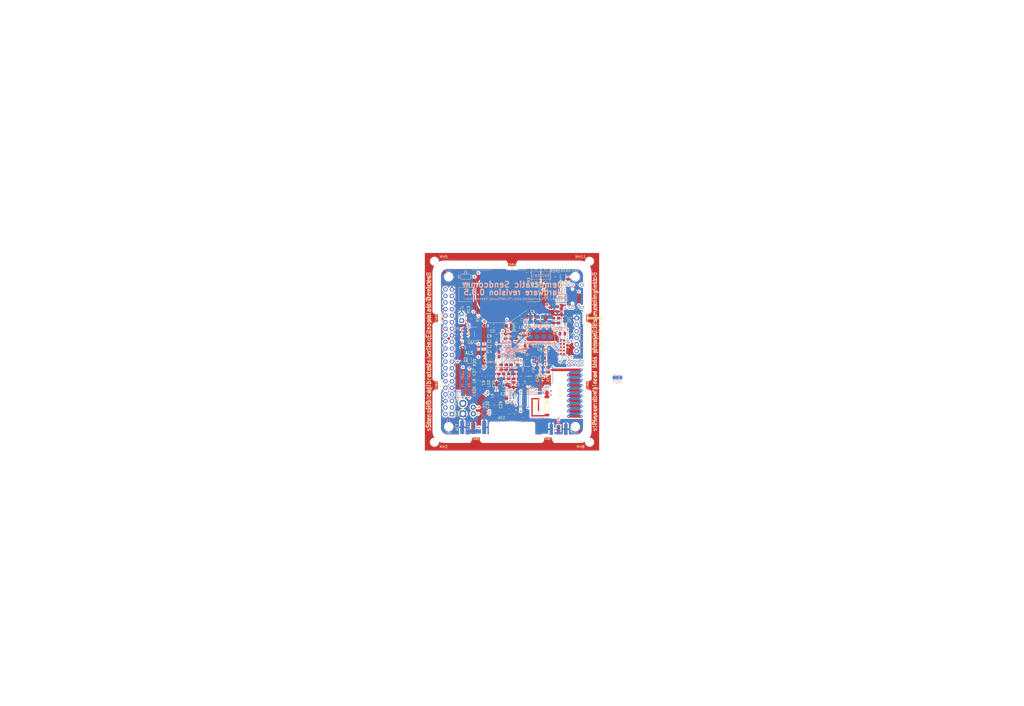
<source format=kicad_pcb>
(kicad_pcb (version 20171130) (host pcbnew 5.1.5+dfsg1-2build2)

  (general
    (thickness 1.6)
    (drawings 110)
    (tracks 1045)
    (zones 0)
    (modules 130)
    (nets 136)
  )

  (page A3)
  (title_block
    (title "Democratic Sendcomm")
    (date 2020-10-20)
    (rev 0.8.5)
    (company "Europalab Devices")
    (comment 1 "Copyright © 2020, Europalab Devices")
    (comment 2 "Fulfilling requirements of 20200210")
    (comment 3 "Pending quality assurance testing")
    (comment 4 "Release revision for manufacturing")
  )

  (layers
    (0 F.Cu signal)
    (1 In1.Cu signal)
    (2 In2.Cu signal)
    (31 B.Cu signal)
    (34 B.Paste user)
    (35 F.Paste user)
    (36 B.SilkS user)
    (37 F.SilkS user)
    (38 B.Mask user)
    (39 F.Mask user)
    (40 Dwgs.User user)
    (41 Cmts.User user)
    (44 Edge.Cuts user)
    (45 Margin user)
    (46 B.CrtYd user)
    (47 F.CrtYd user)
    (48 B.Fab user)
    (49 F.Fab user)
  )

  (setup
    (last_trace_width 0.127)
    (user_trace_width 0.1016)
    (user_trace_width 0.127)
    (user_trace_width 0.2)
    (trace_clearance 0.09)
    (zone_clearance 0.508)
    (zone_45_only no)
    (trace_min 0.09)
    (via_size 0.356)
    (via_drill 0.2)
    (via_min_size 0.356)
    (via_min_drill 0.2)
    (user_via 0.45 0.2)
    (user_via 0.6 0.3)
    (uvia_size 0.45)
    (uvia_drill 0.1)
    (uvias_allowed no)
    (uvia_min_size 0.45)
    (uvia_min_drill 0.1)
    (edge_width 0.1)
    (segment_width 0.1)
    (pcb_text_width 0.25)
    (pcb_text_size 1 1)
    (mod_edge_width 0.15)
    (mod_text_size 1 1)
    (mod_text_width 0.15)
    (pad_size 2 1.5)
    (pad_drill 0)
    (pad_to_mask_clearance 0)
    (aux_axis_origin 0 0)
    (visible_elements 7FFFFFFF)
    (pcbplotparams
      (layerselection 0x313fc_ffffffff)
      (usegerberextensions true)
      (usegerberattributes false)
      (usegerberadvancedattributes false)
      (creategerberjobfile false)
      (excludeedgelayer true)
      (linewidth 0.150000)
      (plotframeref false)
      (viasonmask false)
      (mode 1)
      (useauxorigin false)
      (hpglpennumber 1)
      (hpglpenspeed 20)
      (hpglpendiameter 15.000000)
      (psnegative false)
      (psa4output false)
      (plotreference true)
      (plotvalue true)
      (plotinvisibletext false)
      (padsonsilk false)
      (subtractmaskfromsilk false)
      (outputformat 1)
      (mirror false)
      (drillshape 0)
      (scaleselection 1)
      (outputdirectory "fabsingle"))
  )

  (net 0 "")
  (net 1 GND)
  (net 2 "Net-(AE1-Pad1)")
  (net 3 /Sheet5F53D5B4/RFSWPWR)
  (net 4 "Net-(C8-Pad1)")
  (net 5 /Sheet5F53D5B4/POWAMP)
  (net 6 "Net-(C13-Pad1)")
  (net 7 /Sheet5F53D5B4/HFOUT)
  (net 8 +3V3)
  (net 9 "Net-(C29-Pad1)")
  (net 10 /Sheet5F53D5B4/UART_RX)
  (net 11 /Sheet5F53D5B4/UART_TX)
  (net 12 /Sheet5F53D5B4/HPOUT)
  (net 13 /Sheet5F53D5B4/HFIN)
  (net 14 /Sheet5F53D5B4/BANDSEL)
  (net 15 "Net-(BT1-Pad1)")
  (net 16 /Sheet5F53D5B4/USB_BUS)
  (net 17 "Net-(C33-Pad1)")
  (net 18 "Net-(C34-Pad1)")
  (net 19 /Sheet5F53D5B4/CMDRST)
  (net 20 "Net-(D1-Pad2)")
  (net 21 "Net-(D1-Pad1)")
  (net 22 "Net-(D2-Pad1)")
  (net 23 "Net-(D2-Pad2)")
  (net 24 /Sheet5F53D5B4/USB_P)
  (net 25 /Sheet5F53D5B4/USB_N)
  (net 26 /Sheet60040980/ID_SD)
  (net 27 /Sheet60040980/ID_SC)
  (net 28 /Sheet5F53D5B4/SWDCLK)
  (net 29 "Net-(J3-Pad7)")
  (net 30 "Net-(J3-Pad8)")
  (net 31 "Net-(J4-Pad6)")
  (net 32 /Sheet5F53D5B4/CN_VBAT)
  (net 33 /Sheet5F53D5B4/XCEIV)
  (net 34 /Sheet5F53D5B4/CRYSTAL_XIN-RESERVED)
  (net 35 /Sheet5F53D5B4/CRYSTAL_XOUT-RESERVED)
  (net 36 "Net-(AE5-Pad2)")
  (net 37 "Net-(C1-Pad1)")
  (net 38 "Net-(C7-Pad1)")
  (net 39 "Net-(C14-Pad1)")
  (net 40 "Net-(C17-Pad1)")
  (net 41 "Net-(C18-Pad2)")
  (net 42 "Net-(C19-Pad2)")
  (net 43 "Net-(C23-Pad2)")
  (net 44 "Net-(C23-Pad1)")
  (net 45 "Net-(C24-Pad1)")
  (net 46 "Net-(C24-Pad2)")
  (net 47 "Net-(C29-Pad2)")
  (net 48 "Net-(C33-Pad2)")
  (net 49 "Net-(C35-Pad2)")
  (net 50 "Net-(C40-Pad1)")
  (net 51 "Net-(J2-PadB5)")
  (net 52 "Net-(J2-PadA8)")
  (net 53 "Net-(J2-PadA5)")
  (net 54 "Net-(J2-PadB8)")
  (net 55 "Net-(J2-PadA4)")
  (net 56 "Net-(J3-Pad2)")
  (net 57 "Net-(J3-Pad3)")
  (net 58 "Net-(J3-Pad4)")
  (net 59 "Net-(J3-Pad5)")
  (net 60 "Net-(J3-Pad10)")
  (net 61 "Net-(J3-Pad11)")
  (net 62 "Net-(J3-Pad12)")
  (net 63 "Net-(J3-Pad13)")
  (net 64 "Net-(J3-Pad15)")
  (net 65 "Net-(J3-Pad16)")
  (net 66 "Net-(J3-Pad18)")
  (net 67 "Net-(J3-Pad19)")
  (net 68 "Net-(J3-Pad21)")
  (net 69 "Net-(J3-Pad22)")
  (net 70 "Net-(J3-Pad23)")
  (net 71 "Net-(J3-Pad24)")
  (net 72 "Net-(J3-Pad26)")
  (net 73 "Net-(J3-Pad29)")
  (net 74 "Net-(J3-Pad31)")
  (net 75 "Net-(J3-Pad32)")
  (net 76 "Net-(J3-Pad33)")
  (net 77 "Net-(J3-Pad35)")
  (net 78 "Net-(J3-Pad36)")
  (net 79 "Net-(J3-Pad37)")
  (net 80 "Net-(J3-Pad38)")
  (net 81 "Net-(J3-Pad40)")
  (net 82 "Net-(J4-Pad7)")
  (net 83 "Net-(J4-Pad8)")
  (net 84 "Net-(J5-Pad2)")
  (net 85 "Net-(J5-Pad3)")
  (net 86 "Net-(J5-Pad6)")
  (net 87 "Net-(J6-Pad1)")
  (net 88 "Net-(L1-Pad2)")
  (net 89 "Net-(R3-Pad1)")
  (net 90 "Net-(R4-Pad1)")
  (net 91 "Net-(R4-Pad2)")
  (net 92 "Net-(U2-Pad5)")
  (net 93 "Net-(U3-PadG1)")
  (net 94 "Net-(U3-PadH1)")
  (net 95 "Net-(U3-PadE3)")
  (net 96 "Net-(U3-PadE4)")
  (net 97 "Net-(U3-PadF4)")
  (net 98 "Net-(U3-PadE5)")
  (net 99 "Net-(U3-PadC7)")
  (net 100 "Net-(U3-PadD7)")
  (net 101 "Net-(U3-PadD8)")
  (net 102 "Net-(U5-Pad3)")
  (net 103 "Net-(U5-Pad4)")
  (net 104 "Net-(U8-Pad7)")
  (net 105 "Net-(U8-Pad3)")
  (net 106 "Net-(U8-Pad2)")
  (net 107 "Net-(U8-Pad1)")
  (net 108 "Net-(U9-Pad1)")
  (net 109 "Net-(U9-Pad2)")
  (net 110 "Net-(U9-Pad3)")
  (net 111 "Net-(U9-Pad7)")
  (net 112 /Sheet5F53D5B4/SWDIO)
  (net 113 "Net-(AE2-Pad1)")
  (net 114 "Net-(AE4-Pad1)")
  (net 115 "Net-(AE5-Pad1)")
  (net 116 "Net-(AE7-Pad1)")
  (net 117 "Net-(JP10-Pad1)")
  (net 118 "Net-(J6-Pad2)")
  (net 119 "Net-(J6-Pad3)")
  (net 120 "Net-(J6-Pad4)")
  (net 121 "Net-(J6-Pad5)")
  (net 122 "Net-(J6-Pad6)")
  (net 123 "Net-(J6-Pad7)")
  (net 124 "Net-(J6-Pad8)")
  (net 125 "Net-(J7-Pad1)")
  (net 126 "Net-(C94-Pad1)")
  (net 127 "Net-(C95-Pad1)")
  (net 128 "Net-(JP26-Pad1)")
  (net 129 /TP_SCL)
  (net 130 /TP_SDA)
  (net 131 "Net-(J20-Pad6)")
  (net 132 "Net-(J20-Pad7)")
  (net 133 "Net-(J20-Pad8)")
  (net 134 "Net-(Q2-Pad2)")
  (net 135 "Net-(JP27-Pad3)")

  (net_class Default "This is the default net class."
    (clearance 0.09)
    (trace_width 0.09)
    (via_dia 0.356)
    (via_drill 0.2)
    (uvia_dia 0.45)
    (uvia_drill 0.1)
    (add_net +3V3)
    (add_net /Sheet5F53D5B4/BANDSEL)
    (add_net /Sheet5F53D5B4/CMDRST)
    (add_net /Sheet5F53D5B4/CN_VBAT)
    (add_net /Sheet5F53D5B4/CRYSTAL_XIN-RESERVED)
    (add_net /Sheet5F53D5B4/CRYSTAL_XOUT-RESERVED)
    (add_net /Sheet5F53D5B4/HFIN)
    (add_net /Sheet5F53D5B4/HFOUT)
    (add_net /Sheet5F53D5B4/HPOUT)
    (add_net /Sheet5F53D5B4/POWAMP)
    (add_net /Sheet5F53D5B4/RFSWPWR)
    (add_net /Sheet5F53D5B4/SWDCLK)
    (add_net /Sheet5F53D5B4/SWDIO)
    (add_net /Sheet5F53D5B4/UART_RX)
    (add_net /Sheet5F53D5B4/UART_TX)
    (add_net /Sheet5F53D5B4/USB_BUS)
    (add_net /Sheet5F53D5B4/USB_N)
    (add_net /Sheet5F53D5B4/USB_P)
    (add_net /Sheet5F53D5B4/XCEIV)
    (add_net /Sheet60040980/ID_SC)
    (add_net /Sheet60040980/ID_SD)
    (add_net /TP_SCL)
    (add_net /TP_SDA)
    (add_net GND)
    (add_net "Net-(AE1-Pad1)")
    (add_net "Net-(AE2-Pad1)")
    (add_net "Net-(AE4-Pad1)")
    (add_net "Net-(AE5-Pad1)")
    (add_net "Net-(AE5-Pad2)")
    (add_net "Net-(AE7-Pad1)")
    (add_net "Net-(BT1-Pad1)")
    (add_net "Net-(C1-Pad1)")
    (add_net "Net-(C13-Pad1)")
    (add_net "Net-(C14-Pad1)")
    (add_net "Net-(C17-Pad1)")
    (add_net "Net-(C18-Pad2)")
    (add_net "Net-(C19-Pad2)")
    (add_net "Net-(C23-Pad1)")
    (add_net "Net-(C23-Pad2)")
    (add_net "Net-(C24-Pad1)")
    (add_net "Net-(C24-Pad2)")
    (add_net "Net-(C29-Pad1)")
    (add_net "Net-(C29-Pad2)")
    (add_net "Net-(C33-Pad1)")
    (add_net "Net-(C33-Pad2)")
    (add_net "Net-(C34-Pad1)")
    (add_net "Net-(C35-Pad2)")
    (add_net "Net-(C40-Pad1)")
    (add_net "Net-(C7-Pad1)")
    (add_net "Net-(C8-Pad1)")
    (add_net "Net-(C94-Pad1)")
    (add_net "Net-(C95-Pad1)")
    (add_net "Net-(D1-Pad1)")
    (add_net "Net-(D1-Pad2)")
    (add_net "Net-(D2-Pad1)")
    (add_net "Net-(D2-Pad2)")
    (add_net "Net-(J2-PadA4)")
    (add_net "Net-(J2-PadA5)")
    (add_net "Net-(J2-PadA8)")
    (add_net "Net-(J2-PadB5)")
    (add_net "Net-(J2-PadB8)")
    (add_net "Net-(J20-Pad6)")
    (add_net "Net-(J20-Pad7)")
    (add_net "Net-(J20-Pad8)")
    (add_net "Net-(J3-Pad10)")
    (add_net "Net-(J3-Pad11)")
    (add_net "Net-(J3-Pad12)")
    (add_net "Net-(J3-Pad13)")
    (add_net "Net-(J3-Pad15)")
    (add_net "Net-(J3-Pad16)")
    (add_net "Net-(J3-Pad18)")
    (add_net "Net-(J3-Pad19)")
    (add_net "Net-(J3-Pad2)")
    (add_net "Net-(J3-Pad21)")
    (add_net "Net-(J3-Pad22)")
    (add_net "Net-(J3-Pad23)")
    (add_net "Net-(J3-Pad24)")
    (add_net "Net-(J3-Pad26)")
    (add_net "Net-(J3-Pad29)")
    (add_net "Net-(J3-Pad3)")
    (add_net "Net-(J3-Pad31)")
    (add_net "Net-(J3-Pad32)")
    (add_net "Net-(J3-Pad33)")
    (add_net "Net-(J3-Pad35)")
    (add_net "Net-(J3-Pad36)")
    (add_net "Net-(J3-Pad37)")
    (add_net "Net-(J3-Pad38)")
    (add_net "Net-(J3-Pad4)")
    (add_net "Net-(J3-Pad40)")
    (add_net "Net-(J3-Pad5)")
    (add_net "Net-(J3-Pad7)")
    (add_net "Net-(J3-Pad8)")
    (add_net "Net-(J4-Pad6)")
    (add_net "Net-(J4-Pad7)")
    (add_net "Net-(J4-Pad8)")
    (add_net "Net-(J5-Pad2)")
    (add_net "Net-(J5-Pad3)")
    (add_net "Net-(J5-Pad6)")
    (add_net "Net-(J6-Pad1)")
    (add_net "Net-(J6-Pad2)")
    (add_net "Net-(J6-Pad3)")
    (add_net "Net-(J6-Pad4)")
    (add_net "Net-(J6-Pad5)")
    (add_net "Net-(J6-Pad6)")
    (add_net "Net-(J6-Pad7)")
    (add_net "Net-(J6-Pad8)")
    (add_net "Net-(J7-Pad1)")
    (add_net "Net-(JP10-Pad1)")
    (add_net "Net-(JP26-Pad1)")
    (add_net "Net-(JP27-Pad3)")
    (add_net "Net-(L1-Pad2)")
    (add_net "Net-(Q2-Pad2)")
    (add_net "Net-(R3-Pad1)")
    (add_net "Net-(R4-Pad1)")
    (add_net "Net-(R4-Pad2)")
    (add_net "Net-(U2-Pad5)")
    (add_net "Net-(U3-PadC7)")
    (add_net "Net-(U3-PadD7)")
    (add_net "Net-(U3-PadD8)")
    (add_net "Net-(U3-PadE3)")
    (add_net "Net-(U3-PadE4)")
    (add_net "Net-(U3-PadE5)")
    (add_net "Net-(U3-PadF4)")
    (add_net "Net-(U3-PadG1)")
    (add_net "Net-(U3-PadH1)")
    (add_net "Net-(U5-Pad3)")
    (add_net "Net-(U5-Pad4)")
    (add_net "Net-(U8-Pad1)")
    (add_net "Net-(U8-Pad2)")
    (add_net "Net-(U8-Pad3)")
    (add_net "Net-(U8-Pad7)")
    (add_net "Net-(U9-Pad1)")
    (add_net "Net-(U9-Pad2)")
    (add_net "Net-(U9-Pad3)")
    (add_net "Net-(U9-Pad7)")
  )

  (net_class Power ""
    (clearance 0.2)
    (trace_width 0.5)
    (via_dia 1)
    (via_drill 0.7)
    (uvia_dia 0.5)
    (uvia_drill 0.1)
  )

  (module Jumper:SolderJumper-2_P1.3mm_Bridged_RoundedPad1.0x1.5mm (layer B.Cu) (tedit 5C745284) (tstamp 5FBED780)
    (at 220.75 160 270)
    (descr "SMD Solder Jumper, 1x1.5mm, rounded Pads, 0.3mm gap, bridged with 1 copper strip")
    (tags "solder jumper open")
    (path /5F5C0728/5F989558)
    (attr virtual)
    (fp_text reference JP4 (at -1.75 0 90) (layer B.SilkS)
      (effects (font (size 1 1) (thickness 0.15)) (justify right mirror))
    )
    (fp_text value SolderBridge (at 0 -1.9 90) (layer B.Fab)
      (effects (font (size 1 1) (thickness 0.15)) (justify mirror))
    )
    (fp_poly (pts (xy 0.25 0.3) (xy -0.25 0.3) (xy -0.25 -0.3) (xy 0.25 -0.3)) (layer B.Cu) (width 0))
    (fp_line (start 1.65 -1.25) (end -1.65 -1.25) (layer B.CrtYd) (width 0.05))
    (fp_line (start 1.65 -1.25) (end 1.65 1.25) (layer B.CrtYd) (width 0.05))
    (fp_line (start -1.65 1.25) (end -1.65 -1.25) (layer B.CrtYd) (width 0.05))
    (fp_line (start -1.65 1.25) (end 1.65 1.25) (layer B.CrtYd) (width 0.05))
    (fp_line (start -0.7 1) (end 0.7 1) (layer B.SilkS) (width 0.12))
    (fp_line (start 1.4 0.3) (end 1.4 -0.3) (layer B.SilkS) (width 0.12))
    (fp_line (start 0.7 -1) (end -0.7 -1) (layer B.SilkS) (width 0.12))
    (fp_line (start -1.4 -0.3) (end -1.4 0.3) (layer B.SilkS) (width 0.12))
    (fp_arc (start -0.7 0.3) (end -0.7 1) (angle 90) (layer B.SilkS) (width 0.12))
    (fp_arc (start -0.7 -0.3) (end -1.4 -0.3) (angle 90) (layer B.SilkS) (width 0.12))
    (fp_arc (start 0.7 -0.3) (end 0.7 -1) (angle 90) (layer B.SilkS) (width 0.12))
    (fp_arc (start 0.7 0.3) (end 1.4 0.3) (angle 90) (layer B.SilkS) (width 0.12))
    (pad 1 smd custom (at -0.65 0 270) (size 1 0.5) (layers B.Cu B.Mask)
      (net 2 "Net-(AE1-Pad1)") (zone_connect 2)
      (options (clearance outline) (anchor rect))
      (primitives
        (gr_circle (center 0 -0.25) (end 0.5 -0.25) (width 0))
        (gr_circle (center 0 0.25) (end 0.5 0.25) (width 0))
        (gr_poly (pts
           (xy 0 0.75) (xy 0.5 0.75) (xy 0.5 -0.75) (xy 0 -0.75)) (width 0))
      ))
    (pad 2 smd custom (at 0.65 0 270) (size 1 0.5) (layers B.Cu B.Mask)
      (net 117 "Net-(JP10-Pad1)") (zone_connect 2)
      (options (clearance outline) (anchor rect))
      (primitives
        (gr_circle (center 0 -0.25) (end 0.5 -0.25) (width 0))
        (gr_circle (center 0 0.25) (end 0.5 0.25) (width 0))
        (gr_poly (pts
           (xy 0 0.75) (xy -0.5 0.75) (xy -0.5 -0.75) (xy 0 -0.75)) (width 0))
      ))
  )

  (module Elabdev:TFBGA-64_8x8_6.0x6.0mm_P0.65mm (layer F.Cu) (tedit 5F6BA77A) (tstamp 5F68786E)
    (at 210 148)
    (path /5F53D5B5/6052EF69)
    (solder_mask_margin 0.025)
    (clearance 0.0508)
    (attr smd)
    (fp_text reference U3 (at 4.25 0) (layer F.SilkS)
      (effects (font (size 1 1) (thickness 0.15)))
    )
    (fp_text value ATSAMR34 (at 0 4) (layer F.Fab)
      (effects (font (size 1 1) (thickness 0.15)))
    )
    (fp_line (start -2 -3) (end -3 -2) (layer F.Fab) (width 0.1))
    (fp_line (start -3 -2) (end -3 3) (layer F.Fab) (width 0.1))
    (fp_line (start -3 3) (end 3 3) (layer F.Fab) (width 0.1))
    (fp_line (start 3 3) (end 3 -3) (layer F.Fab) (width 0.1))
    (fp_line (start 3 -3) (end -2 -3) (layer F.Fab) (width 0.1))
    (fp_line (start 1.62 -3.12) (end 3.12 -3.12) (layer F.SilkS) (width 0.12))
    (fp_line (start 3.12 -3.12) (end 3.12 -1.62) (layer F.SilkS) (width 0.12))
    (fp_line (start 1.62 -3.12) (end 3.12 -3.12) (layer F.SilkS) (width 0.12))
    (fp_line (start 3.12 -3.12) (end 3.12 -1.62) (layer F.SilkS) (width 0.12))
    (fp_line (start 1.62 3.12) (end 3.12 3.12) (layer F.SilkS) (width 0.12))
    (fp_line (start 3.12 3.12) (end 3.12 1.62) (layer F.SilkS) (width 0.12))
    (fp_line (start 1.62 -3.12) (end 3.12 -3.12) (layer F.SilkS) (width 0.12))
    (fp_line (start 3.12 -3.12) (end 3.12 -1.62) (layer F.SilkS) (width 0.12))
    (fp_line (start -1.62 3.12) (end -3.12 3.12) (layer F.SilkS) (width 0.12))
    (fp_line (start -3.12 3.12) (end -3.12 1.62) (layer F.SilkS) (width 0.12))
    (fp_line (start -1.62 -3.12) (end -2 -3.12) (layer F.SilkS) (width 0.12))
    (fp_line (start -2 -3.12) (end -3.12 -2) (layer F.SilkS) (width 0.12))
    (fp_line (start -3.12 -2) (end -3.12 -1.62) (layer F.SilkS) (width 0.12))
    (fp_circle (center -3 -3) (end -3 -2.9) (layer F.SilkS) (width 0.2))
    (fp_line (start -4 -4) (end 4 -4) (layer F.CrtYd) (width 0.05))
    (fp_line (start 4 -4) (end 4 4) (layer F.CrtYd) (width 0.05))
    (fp_line (start 4 4) (end -4 4) (layer F.CrtYd) (width 0.05))
    (fp_line (start -4 4) (end -4 -4) (layer F.CrtYd) (width 0.05))
    (pad A1 smd circle (at -2.275 -2.275) (size 0.32 0.32) (layers F.Cu F.Paste F.Mask)
      (net 13 /Sheet5F53D5B4/HFIN))
    (pad B1 smd circle (at -2.275 -1.625) (size 0.32 0.32) (layers F.Cu F.Paste F.Mask)
      (net 7 /Sheet5F53D5B4/HFOUT))
    (pad C1 smd circle (at -2.275 -0.975) (size 0.32 0.32) (layers F.Cu F.Paste F.Mask)
      (net 37 "Net-(C1-Pad1)"))
    (pad D1 smd circle (at -2.275 -0.325) (size 0.32 0.32) (layers F.Cu F.Paste F.Mask)
      (net 5 /Sheet5F53D5B4/POWAMP))
    (pad E1 smd circle (at -2.275 0.325) (size 0.32 0.32) (layers F.Cu F.Paste F.Mask)
      (net 1 GND))
    (pad F1 smd circle (at -2.275 0.975) (size 0.32 0.32) (layers F.Cu F.Paste F.Mask)
      (net 12 /Sheet5F53D5B4/HPOUT))
    (pad G1 smd circle (at -2.275 1.625) (size 0.32 0.32) (layers F.Cu F.Paste F.Mask)
      (net 93 "Net-(U3-PadG1)"))
    (pad H1 smd circle (at -2.275 2.275) (size 0.32 0.32) (layers F.Cu F.Paste F.Mask)
      (net 94 "Net-(U3-PadH1)"))
    (pad A2 smd circle (at -1.625 -2.275) (size 0.32 0.32) (layers F.Cu F.Paste F.Mask)
      (net 1 GND))
    (pad B2 smd circle (at -1.625 -1.625) (size 0.32 0.32) (layers F.Cu F.Paste F.Mask)
      (net 1 GND))
    (pad C2 smd circle (at -1.625 -0.975) (size 0.32 0.32) (layers F.Cu F.Paste F.Mask)
      (net 37 "Net-(C1-Pad1)"))
    (pad D2 smd circle (at -1.625 -0.325) (size 0.32 0.32) (layers F.Cu F.Paste F.Mask)
      (net 33 /Sheet5F53D5B4/XCEIV))
    (pad E2 smd circle (at -1.625 0.325) (size 0.32 0.32) (layers F.Cu F.Paste F.Mask)
      (net 1 GND))
    (pad F2 smd circle (at -1.625 0.975) (size 0.32 0.32) (layers F.Cu F.Paste F.Mask)
      (net 1 GND))
    (pad G2 smd circle (at -1.625 1.625) (size 0.32 0.32) (layers F.Cu F.Paste F.Mask)
      (net 1 GND))
    (pad H2 smd circle (at -1.625 2.275) (size 0.32 0.32) (layers F.Cu F.Paste F.Mask)
      (net 39 "Net-(C14-Pad1)"))
    (pad A3 smd circle (at -0.975 -2.275) (size 0.32 0.32) (layers F.Cu F.Paste F.Mask)
      (net 41 "Net-(C18-Pad2)"))
    (pad B3 smd circle (at -0.975 -1.625) (size 0.32 0.32) (layers F.Cu F.Paste F.Mask)
      (net 1 GND))
    (pad C3 smd circle (at -0.975 -0.975) (size 0.32 0.32) (layers F.Cu F.Paste F.Mask)
      (net 32 /Sheet5F53D5B4/CN_VBAT))
    (pad D3 smd circle (at -0.975 -0.325) (size 0.32 0.32) (layers F.Cu F.Paste F.Mask)
      (net 11 /Sheet5F53D5B4/UART_TX))
    (pad E3 smd circle (at -0.975 0.325) (size 0.32 0.32) (layers F.Cu F.Paste F.Mask)
      (net 95 "Net-(U3-PadE3)"))
    (pad F3 smd circle (at -0.975 0.975) (size 0.32 0.32) (layers F.Cu F.Paste F.Mask)
      (net 16 /Sheet5F53D5B4/USB_BUS))
    (pad G3 smd circle (at -0.975 1.625) (size 0.32 0.32) (layers F.Cu F.Paste F.Mask)
      (net 1 GND))
    (pad H3 smd circle (at -0.975 2.275) (size 0.32 0.32) (layers F.Cu F.Paste F.Mask)
      (net 37 "Net-(C1-Pad1)"))
    (pad A4 smd circle (at -0.325 -2.275) (size 0.32 0.32) (layers F.Cu F.Paste F.Mask)
      (net 42 "Net-(C19-Pad2)"))
    (pad B4 smd circle (at -0.325 -1.625) (size 0.32 0.32) (layers F.Cu F.Paste F.Mask)
      (net 134 "Net-(Q2-Pad2)"))
    (pad C4 smd circle (at -0.325 -0.975) (size 0.32 0.32) (layers F.Cu F.Paste F.Mask)
      (net 10 /Sheet5F53D5B4/UART_RX))
    (pad D4 smd circle (at -0.325 -0.325) (size 0.32 0.32) (layers F.Cu F.Paste F.Mask)
      (net 1 GND))
    (pad E4 smd circle (at -0.325 0.325) (size 0.32 0.32) (layers F.Cu F.Paste F.Mask)
      (net 96 "Net-(U3-PadE4)"))
    (pad F4 smd circle (at -0.325 0.975) (size 0.32 0.32) (layers F.Cu F.Paste F.Mask)
      (net 97 "Net-(U3-PadF4)"))
    (pad G4 smd circle (at -0.325 1.625) (size 0.32 0.32) (layers F.Cu F.Paste F.Mask)
      (net 8 +3V3))
    (pad H4 smd circle (at -0.325 2.275) (size 0.32 0.32) (layers F.Cu F.Paste F.Mask)
      (net 6 "Net-(C13-Pad1)"))
    (pad A5 smd circle (at 0.325 -2.275) (size 0.32 0.32) (layers F.Cu F.Paste F.Mask)
      (net 40 "Net-(C17-Pad1)"))
    (pad B5 smd circle (at 0.325 -1.625) (size 0.32 0.32) (layers F.Cu F.Paste F.Mask)
      (net 1 GND))
    (pad C5 smd circle (at 0.325 -0.975) (size 0.32 0.32) (layers F.Cu F.Paste F.Mask)
      (net 28 /Sheet5F53D5B4/SWDCLK))
    (pad D5 smd circle (at 0.325 -0.325) (size 0.32 0.32) (layers F.Cu F.Paste F.Mask)
      (net 112 /Sheet5F53D5B4/SWDIO))
    (pad E5 smd circle (at 0.325 0.325) (size 0.32 0.32) (layers F.Cu F.Paste F.Mask)
      (net 98 "Net-(U3-PadE5)"))
    (pad F5 smd circle (at 0.325 0.975) (size 0.32 0.32) (layers F.Cu F.Paste F.Mask)
      (net 135 "Net-(JP27-Pad3)"))
    (pad G5 smd circle (at 0.325 1.625) (size 0.32 0.32) (layers F.Cu F.Paste F.Mask)
      (net 1 GND))
    (pad H5 smd circle (at 0.325 2.275) (size 0.32 0.32) (layers F.Cu F.Paste F.Mask)
      (net 1 GND))
    (pad A6 smd circle (at 0.975 -2.275) (size 0.32 0.32) (layers F.Cu F.Paste F.Mask)
      (net 88 "Net-(L1-Pad2)"))
    (pad B6 smd circle (at 0.975 -1.625) (size 0.32 0.32) (layers F.Cu F.Paste F.Mask)
      (net 19 /Sheet5F53D5B4/CMDRST))
    (pad C6 smd circle (at 0.975 -0.975) (size 0.32 0.32) (layers F.Cu F.Paste F.Mask)
      (net 90 "Net-(R4-Pad1)"))
    (pad D6 smd circle (at 0.975 -0.325) (size 0.32 0.32) (layers F.Cu F.Paste F.Mask)
      (net 1 GND))
    (pad E6 smd circle (at 0.975 0.325) (size 0.32 0.32) (layers F.Cu F.Paste F.Mask)
      (net 129 /TP_SCL))
    (pad F6 smd circle (at 0.975 0.975) (size 0.32 0.32) (layers F.Cu F.Paste F.Mask)
      (net 14 /Sheet5F53D5B4/BANDSEL))
    (pad G6 smd circle (at 0.975 1.625) (size 0.32 0.32) (layers F.Cu F.Paste F.Mask)
      (net 1 GND))
    (pad H6 smd circle (at 0.975 2.275) (size 0.32 0.32) (layers F.Cu F.Paste F.Mask)
      (net 126 "Net-(C94-Pad1)"))
    (pad A7 smd circle (at 1.625 -2.275) (size 0.32 0.32) (layers F.Cu F.Paste F.Mask)
      (net 8 +3V3))
    (pad B7 smd circle (at 1.625 -1.625) (size 0.32 0.32) (layers F.Cu F.Paste F.Mask)
      (net 1 GND))
    (pad C7 smd circle (at 1.625 -0.975) (size 0.32 0.32) (layers F.Cu F.Paste F.Mask)
      (net 99 "Net-(U3-PadC7)"))
    (pad D7 smd circle (at 1.625 -0.325) (size 0.32 0.32) (layers F.Cu F.Paste F.Mask)
      (net 100 "Net-(U3-PadD7)"))
    (pad E7 smd circle (at 1.625 0.325) (size 0.32 0.32) (layers F.Cu F.Paste F.Mask)
      (net 21 "Net-(D1-Pad1)"))
    (pad F7 smd circle (at 1.625 0.975) (size 0.32 0.32) (layers F.Cu F.Paste F.Mask)
      (net 130 /TP_SDA))
    (pad G7 smd circle (at 1.625 1.625) (size 0.32 0.32) (layers F.Cu F.Paste F.Mask)
      (net 1 GND))
    (pad H7 smd circle (at 1.625 2.275) (size 0.32 0.32) (layers F.Cu F.Paste F.Mask)
      (net 127 "Net-(C95-Pad1)"))
    (pad A8 smd circle (at 2.275 -2.275) (size 0.32 0.32) (layers F.Cu F.Paste F.Mask)
      (net 8 +3V3))
    (pad B8 smd circle (at 2.275 -1.625) (size 0.32 0.32) (layers F.Cu F.Paste F.Mask)
      (net 25 /Sheet5F53D5B4/USB_N))
    (pad C8 smd circle (at 2.275 -0.975) (size 0.32 0.32) (layers F.Cu F.Paste F.Mask)
      (net 24 /Sheet5F53D5B4/USB_P))
    (pad D8 smd circle (at 2.275 -0.325) (size 0.32 0.32) (layers F.Cu F.Paste F.Mask)
      (net 101 "Net-(U3-PadD8)"))
    (pad E8 smd circle (at 2.275 0.325) (size 0.32 0.32) (layers F.Cu F.Paste F.Mask)
      (net 22 "Net-(D2-Pad1)"))
    (pad F8 smd circle (at 2.275 0.975) (size 0.32 0.32) (layers F.Cu F.Paste F.Mask)
      (net 34 /Sheet5F53D5B4/CRYSTAL_XIN-RESERVED))
    (pad G8 smd circle (at 2.275 1.625) (size 0.32 0.32) (layers F.Cu F.Paste F.Mask)
      (net 35 /Sheet5F53D5B4/CRYSTAL_XOUT-RESERVED))
    (pad H8 smd circle (at 2.275 2.275) (size 0.32 0.32) (layers F.Cu F.Paste F.Mask)
      (net 8 +3V3))
    (model ${KISYS3DMOD}/Package_BGA.3dshapes/TFBGA-64_5x5mm_Layout8x8_P0.5mm.wrl
      (at (xyz 0 0 0))
      (scale (xyz 1.2 1.2 1.2))
      (rotate (xyz 0 0 0))
    )
  )

  (module TestPoint:TestPoint_THTPad_D2.0mm_Drill1.0mm (layer F.Cu) (tedit 5A0F774F) (tstamp 5FBA0BE2)
    (at 195 172)
    (descr "THT pad as test Point, diameter 2.0mm, hole diameter 1.0mm")
    (tags "test point THT pad")
    (path /5F97637F)
    (attr virtual)
    (fp_text reference TP5 (at 2 0 90) (layer F.SilkS)
      (effects (font (size 0.7 0.7) (thickness 0.1)))
    )
    (fp_text value Probe (at 0 2.25) (layer F.Fab)
      (effects (font (size 1 1) (thickness 0.15)))
    )
    (fp_circle (center 0 0) (end 0 1.2) (layer F.SilkS) (width 0.12))
    (fp_circle (center 0 0) (end 1.5 0) (layer F.CrtYd) (width 0.05))
    (fp_text user %R (at 0 -2.15) (layer F.Fab)
      (effects (font (size 1 1) (thickness 0.15)))
    )
    (pad 1 thru_hole circle (at 0 0) (size 2 2) (drill 1) (layers *.Cu *.Mask)
      (net 129 /TP_SCL))
  )

  (module TestPoint:TestPoint_THTPad_D2.0mm_Drill1.0mm (layer F.Cu) (tedit 5A0F774F) (tstamp 5FBA0BEA)
    (at 195 169.46)
    (descr "THT pad as test Point, diameter 2.0mm, hole diameter 1.0mm")
    (tags "test point THT pad")
    (path /5F97786E)
    (attr virtual)
    (fp_text reference TP6 (at 2 0.04 90) (layer F.SilkS)
      (effects (font (size 0.7 0.7) (thickness 0.1)))
    )
    (fp_text value Probe (at 0 2.25) (layer F.Fab)
      (effects (font (size 1 1) (thickness 0.15)))
    )
    (fp_circle (center 0 0) (end 0 1.2) (layer F.SilkS) (width 0.12))
    (fp_circle (center 0 0) (end 1.5 0) (layer F.CrtYd) (width 0.05))
    (fp_text user %R (at 0 -2.15) (layer F.Fab)
      (effects (font (size 1 1) (thickness 0.15)))
    )
    (pad 1 thru_hole circle (at 0 0) (size 2 2) (drill 1) (layers *.Cu *.Mask)
      (net 130 /TP_SDA))
  )

  (module Inductor_SMD:L_0603_1608Metric (layer F.Cu) (tedit 5B301BBE) (tstamp 5F687507)
    (at 201 157.35 270)
    (descr "Inductor SMD 0603 (1608 Metric), square (rectangular) end terminal, IPC_7351 nominal, (Body size source: http://www.tortai-tech.com/upload/download/2011102023233369053.pdf), generated with kicad-footprint-generator")
    (tags inductor)
    (path /5F5C0728/5F5D6DC7)
    (attr smd)
    (fp_text reference L10 (at 3 0 90) (layer F.SilkS)
      (effects (font (size 1 1) (thickness 0.15)))
    )
    (fp_text value 11nH (at 0 1.65 90) (layer F.Fab)
      (effects (font (size 1 1) (thickness 0.15)))
    )
    (fp_text user %R (at 0 0 90) (layer F.Fab)
      (effects (font (size 0.5 0.5) (thickness 0.08)))
    )
    (fp_line (start 1.48 0.73) (end -1.48 0.73) (layer F.CrtYd) (width 0.05))
    (fp_line (start 1.48 -0.73) (end 1.48 0.73) (layer F.CrtYd) (width 0.05))
    (fp_line (start -1.48 -0.73) (end 1.48 -0.73) (layer F.CrtYd) (width 0.05))
    (fp_line (start -1.48 0.73) (end -1.48 -0.73) (layer F.CrtYd) (width 0.05))
    (fp_line (start -0.162779 0.51) (end 0.162779 0.51) (layer F.SilkS) (width 0.12))
    (fp_line (start -0.162779 -0.51) (end 0.162779 -0.51) (layer F.SilkS) (width 0.12))
    (fp_line (start 0.8 0.4) (end -0.8 0.4) (layer F.Fab) (width 0.1))
    (fp_line (start 0.8 -0.4) (end 0.8 0.4) (layer F.Fab) (width 0.1))
    (fp_line (start -0.8 -0.4) (end 0.8 -0.4) (layer F.Fab) (width 0.1))
    (fp_line (start -0.8 0.4) (end -0.8 -0.4) (layer F.Fab) (width 0.1))
    (pad 2 smd roundrect (at 0.7875 0 270) (size 0.875 0.95) (layers F.Cu F.Paste F.Mask) (roundrect_rratio 0.25)
      (net 49 "Net-(C35-Pad2)"))
    (pad 1 smd roundrect (at -0.7875 0 270) (size 0.875 0.95) (layers F.Cu F.Paste F.Mask) (roundrect_rratio 0.25)
      (net 18 "Net-(C34-Pad1)"))
    (model ${KISYS3DMOD}/Inductor_SMD.3dshapes/L_0603_1608Metric.wrl
      (at (xyz 0 0 0))
      (scale (xyz 1 1 1))
      (rotate (xyz 0 0 0))
    )
  )

  (module Elabdev:L_Murata_LQH3NPN (layer F.Cu) (tedit 5FADCCA6) (tstamp 5F68751C)
    (at 210.75 138.5)
    (descr https://www.murata.com/~/media/webrenewal/products/inductor/chip/tokoproducts/wirewoundferritetypeforpl/m_dem3518c.ashx)
    (tags "Inductor SMD DEM35xxC")
    (path /5F53D5B5/5F643B51)
    (attr smd)
    (fp_text reference L1 (at 2.75 0) (layer F.SilkS)
      (effects (font (size 1 1) (thickness 0.15)))
    )
    (fp_text value LQH3NPN100MJRL (at 0 3.024) (layer F.Fab)
      (effects (font (size 1 1) (thickness 0.15)))
    )
    (fp_line (start -1.75 -1.6) (end -1.75 1.6) (layer F.CrtYd) (width 0.05))
    (fp_line (start -1.75 1.6) (end 1.75 1.6) (layer F.CrtYd) (width 0.05))
    (fp_line (start 1.75 1.6) (end 1.75 -1.6) (layer F.CrtYd) (width 0.05))
    (fp_line (start 1.75 -1.6) (end -1.75 -1.6) (layer F.CrtYd) (width 0.05))
    (fp_line (start -1.5 -1.35) (end 1.5 -1.35) (layer F.Fab) (width 0.1))
    (fp_line (start 1.5 -1.35) (end 1.5 1.35) (layer F.Fab) (width 0.1))
    (fp_line (start 1.5 1.35) (end -1.5 1.35) (layer F.Fab) (width 0.1))
    (fp_line (start -1.5 1.35) (end -1.5 -1.35) (layer F.Fab) (width 0.1))
    (fp_line (start -1.5 -1.6) (end 1.5 -1.6) (layer F.SilkS) (width 0.12))
    (fp_line (start -1.5 1.6) (end 1.5 1.6) (layer F.SilkS) (width 0.12))
    (fp_text user %R (at 0 0) (layer F.Fab)
      (effects (font (size 0.7 0.7) (thickness 0.105)))
    )
    (pad 1 smd rect (at -1.1 0) (size 0.8 2.7) (layers F.Cu F.Paste F.Mask)
      (net 40 "Net-(C17-Pad1)"))
    (pad 2 smd rect (at 1.1 0) (size 0.8 2.7) (layers F.Cu F.Paste F.Mask)
      (net 88 "Net-(L1-Pad2)"))
    (model ${KISYS3DMOD}/Inductor_SMD.3dshapes/L_Murata_DEM35xxC.wrl
      (at (xyz 0 0 0))
      (scale (xyz 1 1 1))
      (rotate (xyz 0 0 0))
    )
  )

  (module Elabdev:Panel_Mousetab_25mm_Single (layer F.Cu) (tedit 5CD9E502) (tstamp 5F680FEC)
    (at 224 181.75 90)
    (path /5CD9EB0D)
    (fp_text reference TAB7 (at 0 0) (layer F.SilkS)
      (effects (font (size 0.8 0.8) (thickness 0.13)))
    )
    (fp_text value Pantab (at 0 3.5 90) (layer F.Fab)
      (effects (font (size 1 1) (thickness 0.15)))
    )
    (fp_line (start 1.25 -2.2) (end 1.25 2.2) (layer F.Fab) (width 0.15))
    (fp_line (start -1.25 -2.2) (end -1.25 2.2) (layer F.Fab) (width 0.15))
    (fp_line (start 2.1 -2.6) (end 2.1 2.6) (layer F.CrtYd) (width 0.15))
    (fp_line (start 2.1 2.6) (end -2.1 2.6) (layer F.CrtYd) (width 0.15))
    (fp_line (start -2.1 2.6) (end -2.1 -2.6) (layer F.CrtYd) (width 0.15))
    (fp_line (start -2.1 -2.6) (end 2.1 -2.6) (layer F.CrtYd) (width 0.15))
    (pad "" np_thru_hole circle (at 1.35 2 90) (size 0.5 0.5) (drill 0.5) (layers *.Cu))
    (pad "" np_thru_hole circle (at 1.35 1.2 90) (size 0.5 0.5) (drill 0.5) (layers *.Cu))
    (pad "" np_thru_hole circle (at 1.35 0.4 90) (size 0.5 0.5) (drill 0.5) (layers *.Cu))
    (pad "" np_thru_hole circle (at 1.35 -0.4 90) (size 0.5 0.5) (drill 0.5) (layers *.Cu))
    (pad "" np_thru_hole circle (at 1.35 -1.2 90) (size 0.5 0.5) (drill 0.5) (layers *.Cu))
    (pad "" np_thru_hole circle (at 1.35 -2 90) (size 0.5 0.5) (drill 0.5) (layers *.Cu))
  )

  (module Elabdev:Panel_Mousetab_25mm_Single (layer F.Cu) (tedit 5CD9E59A) (tstamp 5F4C0A71)
    (at 210 114.25 270)
    (path /5CD5C3A7)
    (fp_text reference TAB4 (at 0 0 180) (layer F.SilkS)
      (effects (font (size 0.8 0.8) (thickness 0.13)))
    )
    (fp_text value Pantab (at 0 -3.5 270) (layer F.Fab)
      (effects (font (size 1 1) (thickness 0.15)))
    )
    (fp_line (start 1.25 -2.2) (end 1.25 2.2) (layer F.Fab) (width 0.15))
    (fp_line (start -1.25 -2.2) (end -1.25 2.2) (layer F.Fab) (width 0.15))
    (fp_line (start 2.1 -2.6) (end 2.1 2.6) (layer F.CrtYd) (width 0.15))
    (fp_line (start 2.1 2.6) (end -2.1 2.6) (layer F.CrtYd) (width 0.15))
    (fp_line (start -2.1 2.6) (end -2.1 -2.6) (layer F.CrtYd) (width 0.15))
    (fp_line (start -2.1 -2.6) (end 2.1 -2.6) (layer F.CrtYd) (width 0.15))
    (pad "" np_thru_hole circle (at 1.35 2 270) (size 0.5 0.5) (drill 0.5) (layers *.Cu))
    (pad "" np_thru_hole circle (at 1.35 1.2 270) (size 0.5 0.5) (drill 0.5) (layers *.Cu))
    (pad "" np_thru_hole circle (at 1.35 0.4 270) (size 0.5 0.5) (drill 0.5) (layers *.Cu))
    (pad "" np_thru_hole circle (at 1.35 -0.4 270) (size 0.5 0.5) (drill 0.5) (layers *.Cu))
    (pad "" np_thru_hole circle (at 1.35 -1.2 270) (size 0.5 0.5) (drill 0.5) (layers *.Cu))
    (pad "" np_thru_hole circle (at 1.35 -2 270) (size 0.5 0.5) (drill 0.5) (layers *.Cu))
  )

  (module Elabdev:Panel_Mousetab_25mm_Single (layer F.Cu) (tedit 5CD9E502) (tstamp 5CE1C45C)
    (at 196 181.75 90)
    (path /5CD9EB0D)
    (fp_text reference TAB1 (at 0 0) (layer F.SilkS)
      (effects (font (size 0.8 0.8) (thickness 0.13)))
    )
    (fp_text value Pantab (at 0 3.5 90) (layer F.Fab)
      (effects (font (size 1 1) (thickness 0.15)))
    )
    (fp_line (start -2.1 -2.6) (end 2.1 -2.6) (layer F.CrtYd) (width 0.15))
    (fp_line (start -2.1 2.6) (end -2.1 -2.6) (layer F.CrtYd) (width 0.15))
    (fp_line (start 2.1 2.6) (end -2.1 2.6) (layer F.CrtYd) (width 0.15))
    (fp_line (start 2.1 -2.6) (end 2.1 2.6) (layer F.CrtYd) (width 0.15))
    (fp_line (start -1.25 -2.2) (end -1.25 2.2) (layer F.Fab) (width 0.15))
    (fp_line (start 1.25 -2.2) (end 1.25 2.2) (layer F.Fab) (width 0.15))
    (pad "" np_thru_hole circle (at 1.35 -2 90) (size 0.5 0.5) (drill 0.5) (layers *.Cu))
    (pad "" np_thru_hole circle (at 1.35 -1.2 90) (size 0.5 0.5) (drill 0.5) (layers *.Cu))
    (pad "" np_thru_hole circle (at 1.35 -0.4 90) (size 0.5 0.5) (drill 0.5) (layers *.Cu))
    (pad "" np_thru_hole circle (at 1.35 0.4 90) (size 0.5 0.5) (drill 0.5) (layers *.Cu))
    (pad "" np_thru_hole circle (at 1.35 1.2 90) (size 0.5 0.5) (drill 0.5) (layers *.Cu))
    (pad "" np_thru_hole circle (at 1.35 2 90) (size 0.5 0.5) (drill 0.5) (layers *.Cu))
  )

  (module Elabdev:Panel_Mousetab_25mm_Single (layer F.Cu) (tedit 5CD5AA6C) (tstamp 5F4C1007)
    (at 180.75 161)
    (path /5CD5C074)
    (fp_text reference TAB2 (at 0 0 90) (layer F.SilkS)
      (effects (font (size 0.8 0.8) (thickness 0.13)))
    )
    (fp_text value Pantab (at -2.5 0 -270) (layer F.Fab)
      (effects (font (size 1 1) (thickness 0.15)))
    )
    (fp_line (start -2.1 -2.6) (end 2.1 -2.6) (layer F.CrtYd) (width 0.15))
    (fp_line (start -2.1 2.6) (end -2.1 -2.6) (layer F.CrtYd) (width 0.15))
    (fp_line (start 2.1 2.6) (end -2.1 2.6) (layer F.CrtYd) (width 0.15))
    (fp_line (start 2.1 -2.6) (end 2.1 2.6) (layer F.CrtYd) (width 0.15))
    (fp_line (start -1.25 -2.2) (end -1.25 2.2) (layer F.Fab) (width 0.15))
    (fp_line (start 1.25 -2.2) (end 1.25 2.2) (layer F.Fab) (width 0.15))
    (pad "" np_thru_hole circle (at 1.35 -2) (size 0.5 0.5) (drill 0.5) (layers *.Cu))
    (pad "" np_thru_hole circle (at 1.35 -1.2) (size 0.5 0.5) (drill 0.5) (layers *.Cu))
    (pad "" np_thru_hole circle (at 1.35 -0.4) (size 0.5 0.5) (drill 0.5) (layers *.Cu))
    (pad "" np_thru_hole circle (at 1.35 0.4) (size 0.5 0.5) (drill 0.5) (layers *.Cu))
    (pad "" np_thru_hole circle (at 1.35 1.2) (size 0.5 0.5) (drill 0.5) (layers *.Cu))
    (pad "" np_thru_hole circle (at 1.35 2) (size 0.5 0.5) (drill 0.5) (layers *.Cu))
  )

  (module Elabdev:Panel_Mousetab_25mm_Single (layer F.Cu) (tedit 5CD5AA6C) (tstamp 5F4C1047)
    (at 180.75 135)
    (path /5CD5C074)
    (fp_text reference TAB3 (at 0 0 90) (layer F.SilkS)
      (effects (font (size 0.8 0.8) (thickness 0.13)))
    )
    (fp_text value Pantab (at -2.5 0 -270) (layer F.Fab)
      (effects (font (size 1 1) (thickness 0.15)))
    )
    (fp_line (start 1.25 -2.2) (end 1.25 2.2) (layer F.Fab) (width 0.15))
    (fp_line (start -1.25 -2.2) (end -1.25 2.2) (layer F.Fab) (width 0.15))
    (fp_line (start 2.1 -2.6) (end 2.1 2.6) (layer F.CrtYd) (width 0.15))
    (fp_line (start 2.1 2.6) (end -2.1 2.6) (layer F.CrtYd) (width 0.15))
    (fp_line (start -2.1 2.6) (end -2.1 -2.6) (layer F.CrtYd) (width 0.15))
    (fp_line (start -2.1 -2.6) (end 2.1 -2.6) (layer F.CrtYd) (width 0.15))
    (pad "" np_thru_hole circle (at 1.35 2) (size 0.5 0.5) (drill 0.5) (layers *.Cu))
    (pad "" np_thru_hole circle (at 1.35 1.2) (size 0.5 0.5) (drill 0.5) (layers *.Cu))
    (pad "" np_thru_hole circle (at 1.35 0.4) (size 0.5 0.5) (drill 0.5) (layers *.Cu))
    (pad "" np_thru_hole circle (at 1.35 -0.4) (size 0.5 0.5) (drill 0.5) (layers *.Cu))
    (pad "" np_thru_hole circle (at 1.35 -1.2) (size 0.5 0.5) (drill 0.5) (layers *.Cu))
    (pad "" np_thru_hole circle (at 1.35 -2) (size 0.5 0.5) (drill 0.5) (layers *.Cu))
  )

  (module Elabdev:Panel_Mousetab_25mm_Single (layer F.Cu) (tedit 5CD5AA6C) (tstamp 5F4C108A)
    (at 239.25 135 180)
    (path /5CD5C074)
    (fp_text reference TAB5 (at 0 0 90) (layer F.SilkS)
      (effects (font (size 0.8 0.8) (thickness 0.13)))
    )
    (fp_text value Pantab (at -2.5 0 90) (layer F.Fab)
      (effects (font (size 1 1) (thickness 0.15)))
    )
    (fp_line (start 1.25 -2.2) (end 1.25 2.2) (layer F.Fab) (width 0.15))
    (fp_line (start -1.25 -2.2) (end -1.25 2.2) (layer F.Fab) (width 0.15))
    (fp_line (start 2.1 -2.6) (end 2.1 2.6) (layer F.CrtYd) (width 0.15))
    (fp_line (start 2.1 2.6) (end -2.1 2.6) (layer F.CrtYd) (width 0.15))
    (fp_line (start -2.1 2.6) (end -2.1 -2.6) (layer F.CrtYd) (width 0.15))
    (fp_line (start -2.1 -2.6) (end 2.1 -2.6) (layer F.CrtYd) (width 0.15))
    (pad "" np_thru_hole circle (at 1.35 2 180) (size 0.5 0.5) (drill 0.5) (layers *.Cu))
    (pad "" np_thru_hole circle (at 1.35 1.2 180) (size 0.5 0.5) (drill 0.5) (layers *.Cu))
    (pad "" np_thru_hole circle (at 1.35 0.4 180) (size 0.5 0.5) (drill 0.5) (layers *.Cu))
    (pad "" np_thru_hole circle (at 1.35 -0.4 180) (size 0.5 0.5) (drill 0.5) (layers *.Cu))
    (pad "" np_thru_hole circle (at 1.35 -1.2 180) (size 0.5 0.5) (drill 0.5) (layers *.Cu))
    (pad "" np_thru_hole circle (at 1.35 -2 180) (size 0.5 0.5) (drill 0.5) (layers *.Cu))
  )

  (module Elabdev:Panel_Mousetab_25mm_Single (layer F.Cu) (tedit 5CD5AA6C) (tstamp 5F4C1067)
    (at 239.25 161 180)
    (path /5CD5C074)
    (fp_text reference TAB6 (at 0 0 90) (layer F.SilkS)
      (effects (font (size 0.8 0.8) (thickness 0.13)))
    )
    (fp_text value Pantab (at -2.5 0 90) (layer F.Fab)
      (effects (font (size 1 1) (thickness 0.15)))
    )
    (fp_line (start -2.1 -2.6) (end 2.1 -2.6) (layer F.CrtYd) (width 0.15))
    (fp_line (start -2.1 2.6) (end -2.1 -2.6) (layer F.CrtYd) (width 0.15))
    (fp_line (start 2.1 2.6) (end -2.1 2.6) (layer F.CrtYd) (width 0.15))
    (fp_line (start 2.1 -2.6) (end 2.1 2.6) (layer F.CrtYd) (width 0.15))
    (fp_line (start -1.25 -2.2) (end -1.25 2.2) (layer F.Fab) (width 0.15))
    (fp_line (start 1.25 -2.2) (end 1.25 2.2) (layer F.Fab) (width 0.15))
    (pad "" np_thru_hole circle (at 1.35 -2 180) (size 0.5 0.5) (drill 0.5) (layers *.Cu))
    (pad "" np_thru_hole circle (at 1.35 -1.2 180) (size 0.5 0.5) (drill 0.5) (layers *.Cu))
    (pad "" np_thru_hole circle (at 1.35 -0.4 180) (size 0.5 0.5) (drill 0.5) (layers *.Cu))
    (pad "" np_thru_hole circle (at 1.35 0.4 180) (size 0.5 0.5) (drill 0.5) (layers *.Cu))
    (pad "" np_thru_hole circle (at 1.35 1.2 180) (size 0.5 0.5) (drill 0.5) (layers *.Cu))
    (pad "" np_thru_hole circle (at 1.35 2 180) (size 0.5 0.5) (drill 0.5) (layers *.Cu))
  )

  (module Connector_PinSocket_2.54mm:PinSocket_2x20_P2.54mm_Vertical (layer B.Cu) (tedit 5A19A433) (tstamp 5F683F15)
    (at 186.77 172.13)
    (descr "Through hole straight socket strip, 2x20, 2.54mm pitch, double cols (from Kicad 4.0.7), script generated")
    (tags "Through hole socket strip THT 2x20 2.54mm double row")
    (path /60040981/5F6A7FD9)
    (fp_text reference J3 (at -1.27 2.77) (layer B.SilkS)
      (effects (font (size 1 1) (thickness 0.15)) (justify mirror))
    )
    (fp_text value RPIHAT-40W (at -1.27 -51.03) (layer B.Fab)
      (effects (font (size 1 1) (thickness 0.15)) (justify mirror))
    )
    (fp_line (start -3.81 1.27) (end 0.27 1.27) (layer B.Fab) (width 0.1))
    (fp_line (start 0.27 1.27) (end 1.27 0.27) (layer B.Fab) (width 0.1))
    (fp_line (start 1.27 0.27) (end 1.27 -49.53) (layer B.Fab) (width 0.1))
    (fp_line (start 1.27 -49.53) (end -3.81 -49.53) (layer B.Fab) (width 0.1))
    (fp_line (start -3.81 -49.53) (end -3.81 1.27) (layer B.Fab) (width 0.1))
    (fp_line (start -3.87 1.33) (end -1.27 1.33) (layer B.SilkS) (width 0.12))
    (fp_line (start -3.87 1.33) (end -3.87 -49.59) (layer B.SilkS) (width 0.12))
    (fp_line (start -3.87 -49.59) (end 1.33 -49.59) (layer B.SilkS) (width 0.12))
    (fp_line (start 1.33 -1.27) (end 1.33 -49.59) (layer B.SilkS) (width 0.12))
    (fp_line (start -1.27 -1.27) (end 1.33 -1.27) (layer B.SilkS) (width 0.12))
    (fp_line (start -1.27 1.33) (end -1.27 -1.27) (layer B.SilkS) (width 0.12))
    (fp_line (start 1.33 1.33) (end 1.33 0) (layer B.SilkS) (width 0.12))
    (fp_line (start 0 1.33) (end 1.33 1.33) (layer B.SilkS) (width 0.12))
    (fp_line (start -4.34 1.8) (end 1.76 1.8) (layer B.CrtYd) (width 0.05))
    (fp_line (start 1.76 1.8) (end 1.76 -50) (layer B.CrtYd) (width 0.05))
    (fp_line (start 1.76 -50) (end -4.34 -50) (layer B.CrtYd) (width 0.05))
    (fp_line (start -4.34 -50) (end -4.34 1.8) (layer B.CrtYd) (width 0.05))
    (fp_text user %R (at -1.27 -24.13 -90) (layer B.Fab)
      (effects (font (size 1 1) (thickness 0.15)) (justify mirror))
    )
    (pad 1 thru_hole rect (at 0 0) (size 1.7 1.7) (drill 1) (layers *.Cu *.Mask)
      (net 8 +3V3))
    (pad 2 thru_hole oval (at -2.54 0) (size 1.7 1.7) (drill 1) (layers *.Cu *.Mask)
      (net 56 "Net-(J3-Pad2)"))
    (pad 3 thru_hole oval (at 0 -2.54) (size 1.7 1.7) (drill 1) (layers *.Cu *.Mask)
      (net 57 "Net-(J3-Pad3)"))
    (pad 4 thru_hole oval (at -2.54 -2.54) (size 1.7 1.7) (drill 1) (layers *.Cu *.Mask)
      (net 58 "Net-(J3-Pad4)"))
    (pad 5 thru_hole oval (at 0 -5.08) (size 1.7 1.7) (drill 1) (layers *.Cu *.Mask)
      (net 59 "Net-(J3-Pad5)"))
    (pad 6 thru_hole oval (at -2.54 -5.08) (size 1.7 1.7) (drill 1) (layers *.Cu *.Mask)
      (net 1 GND))
    (pad 7 thru_hole oval (at 0 -7.62) (size 1.7 1.7) (drill 1) (layers *.Cu *.Mask)
      (net 29 "Net-(J3-Pad7)"))
    (pad 8 thru_hole oval (at -2.54 -7.62) (size 1.7 1.7) (drill 1) (layers *.Cu *.Mask)
      (net 30 "Net-(J3-Pad8)"))
    (pad 9 thru_hole oval (at 0 -10.16) (size 1.7 1.7) (drill 1) (layers *.Cu *.Mask)
      (net 1 GND))
    (pad 10 thru_hole oval (at -2.54 -10.16) (size 1.7 1.7) (drill 1) (layers *.Cu *.Mask)
      (net 60 "Net-(J3-Pad10)"))
    (pad 11 thru_hole oval (at 0 -12.7) (size 1.7 1.7) (drill 1) (layers *.Cu *.Mask)
      (net 61 "Net-(J3-Pad11)"))
    (pad 12 thru_hole oval (at -2.54 -12.7) (size 1.7 1.7) (drill 1) (layers *.Cu *.Mask)
      (net 62 "Net-(J3-Pad12)"))
    (pad 13 thru_hole oval (at 0 -15.24) (size 1.7 1.7) (drill 1) (layers *.Cu *.Mask)
      (net 63 "Net-(J3-Pad13)"))
    (pad 14 thru_hole oval (at -2.54 -15.24) (size 1.7 1.7) (drill 1) (layers *.Cu *.Mask)
      (net 1 GND))
    (pad 15 thru_hole oval (at 0 -17.78) (size 1.7 1.7) (drill 1) (layers *.Cu *.Mask)
      (net 64 "Net-(J3-Pad15)"))
    (pad 16 thru_hole oval (at -2.54 -17.78) (size 1.7 1.7) (drill 1) (layers *.Cu *.Mask)
      (net 65 "Net-(J3-Pad16)"))
    (pad 17 thru_hole oval (at 0 -20.32) (size 1.7 1.7) (drill 1) (layers *.Cu *.Mask)
      (net 8 +3V3))
    (pad 18 thru_hole oval (at -2.54 -20.32) (size 1.7 1.7) (drill 1) (layers *.Cu *.Mask)
      (net 66 "Net-(J3-Pad18)"))
    (pad 19 thru_hole oval (at 0 -22.86) (size 1.7 1.7) (drill 1) (layers *.Cu *.Mask)
      (net 67 "Net-(J3-Pad19)"))
    (pad 20 thru_hole oval (at -2.54 -22.86) (size 1.7 1.7) (drill 1) (layers *.Cu *.Mask)
      (net 1 GND))
    (pad 21 thru_hole oval (at 0 -25.4) (size 1.7 1.7) (drill 1) (layers *.Cu *.Mask)
      (net 68 "Net-(J3-Pad21)"))
    (pad 22 thru_hole oval (at -2.54 -25.4) (size 1.7 1.7) (drill 1) (layers *.Cu *.Mask)
      (net 69 "Net-(J3-Pad22)"))
    (pad 23 thru_hole oval (at 0 -27.94) (size 1.7 1.7) (drill 1) (layers *.Cu *.Mask)
      (net 70 "Net-(J3-Pad23)"))
    (pad 24 thru_hole oval (at -2.54 -27.94) (size 1.7 1.7) (drill 1) (layers *.Cu *.Mask)
      (net 71 "Net-(J3-Pad24)"))
    (pad 25 thru_hole oval (at 0 -30.48) (size 1.7 1.7) (drill 1) (layers *.Cu *.Mask)
      (net 1 GND))
    (pad 26 thru_hole oval (at -2.54 -30.48) (size 1.7 1.7) (drill 1) (layers *.Cu *.Mask)
      (net 72 "Net-(J3-Pad26)"))
    (pad 27 thru_hole oval (at 0 -33.02) (size 1.7 1.7) (drill 1) (layers *.Cu *.Mask)
      (net 26 /Sheet60040980/ID_SD))
    (pad 28 thru_hole oval (at -2.54 -33.02) (size 1.7 1.7) (drill 1) (layers *.Cu *.Mask)
      (net 27 /Sheet60040980/ID_SC))
    (pad 29 thru_hole oval (at 0 -35.56) (size 1.7 1.7) (drill 1) (layers *.Cu *.Mask)
      (net 73 "Net-(J3-Pad29)"))
    (pad 30 thru_hole oval (at -2.54 -35.56) (size 1.7 1.7) (drill 1) (layers *.Cu *.Mask)
      (net 1 GND))
    (pad 31 thru_hole oval (at 0 -38.1) (size 1.7 1.7) (drill 1) (layers *.Cu *.Mask)
      (net 74 "Net-(J3-Pad31)"))
    (pad 32 thru_hole oval (at -2.54 -38.1) (size 1.7 1.7) (drill 1) (layers *.Cu *.Mask)
      (net 75 "Net-(J3-Pad32)"))
    (pad 33 thru_hole oval (at 0 -40.64) (size 1.7 1.7) (drill 1) (layers *.Cu *.Mask)
      (net 76 "Net-(J3-Pad33)"))
    (pad 34 thru_hole oval (at -2.54 -40.64) (size 1.7 1.7) (drill 1) (layers *.Cu *.Mask)
      (net 1 GND))
    (pad 35 thru_hole oval (at 0 -43.18) (size 1.7 1.7) (drill 1) (layers *.Cu *.Mask)
      (net 77 "Net-(J3-Pad35)"))
    (pad 36 thru_hole oval (at -2.54 -43.18) (size 1.7 1.7) (drill 1) (layers *.Cu *.Mask)
      (net 78 "Net-(J3-Pad36)"))
    (pad 37 thru_hole oval (at 0 -45.72) (size 1.7 1.7) (drill 1) (layers *.Cu *.Mask)
      (net 79 "Net-(J3-Pad37)"))
    (pad 38 thru_hole oval (at -2.54 -45.72) (size 1.7 1.7) (drill 1) (layers *.Cu *.Mask)
      (net 80 "Net-(J3-Pad38)"))
    (pad 39 thru_hole oval (at 0 -48.26) (size 1.7 1.7) (drill 1) (layers *.Cu *.Mask)
      (net 1 GND))
    (pad 40 thru_hole oval (at -2.54 -48.26) (size 1.7 1.7) (drill 1) (layers *.Cu *.Mask)
      (net 81 "Net-(J3-Pad40)"))
    (model ${KISYS3DMOD}/Connector_PinSocket_2.54mm.3dshapes/PinSocket_2x20_P2.54mm_Vertical.wrl
      (at (xyz 0 0 0))
      (scale (xyz 1 1 1))
      (rotate (xyz 0 0 0))
    )
  )

  (module RF_Antenna:Texas_SWRA416_868MHz_915MHz (layer F.Cu) (tedit 5CF40AFD) (tstamp 5F686F31)
    (at 231 164 270)
    (descr http://www.ti.com/lit/an/swra416/swra416.pdf)
    (tags "PCB antenna")
    (path /5F5C0728/60008187)
    (attr smd)
    (fp_text reference AE1 (at 0 2.5 90) (layer F.SilkS)
      (effects (font (size 1 1) (thickness 0.15)))
    )
    (fp_text value Antenna (at 0.1 -7.6 90) (layer F.Fab)
      (effects (font (size 1 1) (thickness 0.15)))
    )
    (fp_line (start 9.7 2.1) (end 6.2 5.7) (layer Dwgs.User) (width 0.12))
    (fp_line (start 9.7 0.1) (end 4.3 5.7) (layer Dwgs.User) (width 0.12))
    (fp_line (start 9.7 -1.9) (end 2.3 5.7) (layer Dwgs.User) (width 0.12))
    (fp_line (start 9.7 -3.9) (end 0.2 5.7) (layer Dwgs.User) (width 0.12))
    (fp_line (start 9.7 -5.9) (end -1.8 5.7) (layer Dwgs.User) (width 0.12))
    (fp_line (start 8.3 -6.5) (end -3.8 5.7) (layer Dwgs.User) (width 0.12))
    (fp_line (start 6.3 -6.5) (end -5.8 5.7) (layer Dwgs.User) (width 0.12))
    (fp_line (start 4.3 -6.5) (end -7.8 5.7) (layer Dwgs.User) (width 0.12))
    (fp_line (start -9.7 5.5) (end 2.3 -6.5) (layer Dwgs.User) (width 0.12))
    (fp_line (start -9.7 3.5) (end 0.3 -6.5) (layer Dwgs.User) (width 0.12))
    (fp_line (start -9.7 1.5) (end -1.7 -6.5) (layer Dwgs.User) (width 0.12))
    (fp_line (start -9.7 -0.5) (end -3.7 -6.5) (layer Dwgs.User) (width 0.12))
    (fp_line (start -9.7 -2.5) (end -5.7 -6.5) (layer Dwgs.User) (width 0.12))
    (fp_line (start -9.7 -4.5) (end -7.7 -6.5) (layer Dwgs.User) (width 0.12))
    (fp_line (start 9.7 -6.5) (end -9.7 -6.5) (layer Dwgs.User) (width 0.15))
    (fp_line (start 9.7 5.7) (end 9.7 -6.5) (layer Dwgs.User) (width 0.15))
    (fp_line (start -9.7 5.7) (end 9.7 5.7) (layer Dwgs.User) (width 0.15))
    (fp_line (start -9.7 -6.5) (end -9.7 5.7) (layer Dwgs.User) (width 0.15))
    (fp_line (start 7 -5.8) (end 8 -4.8) (layer B.Cu) (width 1))
    (fp_line (start 8 -1.8) (end 9 -0.8) (layer B.Cu) (width 1))
    (fp_line (start 8 -4.8) (end 8 -1.8) (layer B.Cu) (width 1))
    (fp_line (start 9 -5.8) (end 9 -0.8) (layer F.Cu) (width 1))
    (fp_line (start 5 -5.8) (end 6 -4.8) (layer B.Cu) (width 1))
    (fp_line (start 6 -1.8) (end 7 -0.8) (layer B.Cu) (width 1))
    (fp_line (start 6 -4.8) (end 6 -1.8) (layer B.Cu) (width 1))
    (fp_line (start 7 -5.8) (end 7 -0.8) (layer F.Cu) (width 1))
    (fp_line (start 3 -5.8) (end 4 -4.8) (layer B.Cu) (width 1))
    (fp_line (start 4 -1.8) (end 5 -0.8) (layer B.Cu) (width 1))
    (fp_line (start 4 -4.8) (end 4 -1.8) (layer B.Cu) (width 1))
    (fp_line (start 5 -5.8) (end 5 -0.8) (layer F.Cu) (width 1))
    (fp_line (start 1 -5.8) (end 2 -4.8) (layer B.Cu) (width 1))
    (fp_line (start 2 -1.8) (end 3 -0.8) (layer B.Cu) (width 1))
    (fp_line (start 2 -4.8) (end 2 -1.8) (layer B.Cu) (width 1))
    (fp_line (start 3 -5.8) (end 3 -0.8) (layer F.Cu) (width 1))
    (fp_line (start -1 -5.8) (end 0 -4.8) (layer B.Cu) (width 1))
    (fp_line (start 0 -1.8) (end 1 -0.8) (layer B.Cu) (width 1))
    (fp_line (start 0 -4.8) (end 0 -1.8) (layer B.Cu) (width 1))
    (fp_line (start 1 -5.8) (end 1 -0.8) (layer F.Cu) (width 1))
    (fp_line (start -3 -5.8) (end -2 -4.8) (layer B.Cu) (width 1))
    (fp_line (start -2 -1.8) (end -1 -0.8) (layer B.Cu) (width 1))
    (fp_line (start -2 -4.8) (end -2 -1.8) (layer B.Cu) (width 1))
    (fp_line (start -1 -5.8) (end -1 -0.8) (layer F.Cu) (width 1))
    (fp_line (start -4 -4.8) (end -4 -1.8) (layer B.Cu) (width 1))
    (fp_line (start -5 -5.8) (end -4 -4.8) (layer B.Cu) (width 1))
    (fp_line (start -4 -1.8) (end -3 -0.8) (layer B.Cu) (width 1))
    (fp_line (start -3 -5.8) (end -3 -0.8) (layer F.Cu) (width 1))
    (fp_line (start -6 -4.8) (end -6 -1.8) (layer B.Cu) (width 1))
    (fp_line (start -7 -5.8) (end -6 -4.8) (layer B.Cu) (width 1))
    (fp_line (start -6 -1.8) (end -5 -0.8) (layer B.Cu) (width 1))
    (fp_line (start -5 -5.8) (end -5 -0.8) (layer F.Cu) (width 1))
    (fp_line (start -7 -5.8) (end -7 -0.8) (layer F.Cu) (width 1))
    (fp_line (start -9 5.2) (end -9 -5.8) (layer F.Cu) (width 1))
    (fp_line (start -9 -5.8) (end -8 -4.8) (layer B.Cu) (width 1))
    (fp_line (start -8 -4.8) (end -8 -1.8) (layer B.Cu) (width 1))
    (fp_line (start -8 -1.8) (end -7 -0.8) (layer B.Cu) (width 1))
    (fp_line (start 9.7 4.1) (end 8.2 5.7) (layer Dwgs.User) (width 0.12))
    (fp_line (start -9.9 -6.7) (end -9.9 5.9) (layer F.CrtYd) (width 0.05))
    (fp_line (start -9.9 5.9) (end 9.9 5.9) (layer F.CrtYd) (width 0.05))
    (fp_line (start 9.9 5.9) (end 9.9 -6.7) (layer F.CrtYd) (width 0.05))
    (fp_line (start 9.9 -6.7) (end -9.9 -6.7) (layer F.CrtYd) (width 0.05))
    (fp_line (start 9.9 -6.7) (end -9.9 -6.7) (layer B.CrtYd) (width 0.05))
    (fp_line (start 9.9 5.9) (end 9.9 -6.7) (layer B.CrtYd) (width 0.05))
    (fp_line (start -9.9 -6.7) (end -9.9 5.9) (layer B.CrtYd) (width 0.05))
    (fp_line (start -9.9 5.9) (end 9.9 5.9) (layer B.CrtYd) (width 0.05))
    (fp_text user "KEEP-OUT ZONE" (at 1 -2.8 90) (layer Cmts.User)
      (effects (font (size 1 1) (thickness 0.15)))
    )
    (fp_text user "No metal, traces or " (at 1 0.2 90) (layer Cmts.User)
      (effects (font (size 1 1) (thickness 0.15)))
    )
    (fp_text user "any components on" (at 1 2.2 90) (layer Cmts.User)
      (effects (font (size 1 1) (thickness 0.15)))
    )
    (fp_text user " any PCB layer." (at 1 4.2 90) (layer Cmts.User)
      (effects (font (size 1 1) (thickness 0.15)))
    )
    (fp_text user %R (at -0.4 6.6 90) (layer F.Fab)
      (effects (font (size 1 1) (thickness 0.15)))
    )
    (pad "" thru_hole circle (at 9 -0.8 90) (size 1 1) (drill 0.4) (layers *.Cu))
    (pad "" thru_hole circle (at 9 -5.8 90) (size 1 1) (drill 0.4) (layers *.Cu))
    (pad "" thru_hole circle (at 7 -5.8 90) (size 1 1) (drill 0.4) (layers *.Cu))
    (pad "" thru_hole circle (at 7 -0.8 90) (size 1 1) (drill 0.4) (layers *.Cu))
    (pad "" thru_hole circle (at 5 -0.8 90) (size 1 1) (drill 0.4) (layers *.Cu))
    (pad "" thru_hole circle (at 5 -5.8 90) (size 1 1) (drill 0.4) (layers *.Cu))
    (pad "" thru_hole circle (at 3 -0.8 90) (size 1 1) (drill 0.4) (layers *.Cu))
    (pad "" thru_hole circle (at 3 -5.8 90) (size 1 1) (drill 0.4) (layers *.Cu))
    (pad "" thru_hole circle (at 1 -5.8 90) (size 1 1) (drill 0.4) (layers *.Cu))
    (pad "" thru_hole circle (at 1 -0.8 90) (size 1 1) (drill 0.4) (layers *.Cu))
    (pad "" thru_hole circle (at -1 -0.8 90) (size 1 1) (drill 0.4) (layers *.Cu))
    (pad "" thru_hole circle (at -1 -5.8 90) (size 1 1) (drill 0.4) (layers *.Cu))
    (pad "" thru_hole circle (at -3 -5.8 90) (size 1 1) (drill 0.4) (layers *.Cu))
    (pad "" thru_hole circle (at -3 -0.8 90) (size 1 1) (drill 0.4) (layers *.Cu))
    (pad "" thru_hole circle (at -5 -0.8 90) (size 1 1) (drill 0.4) (layers *.Cu))
    (pad "" thru_hole circle (at -5 -5.8 90) (size 1 1) (drill 0.4) (layers *.Cu))
    (pad "" thru_hole circle (at -7 -5.8 90) (size 1 1) (drill 0.4) (layers *.Cu))
    (pad "" thru_hole circle (at -7 -0.8 90) (size 1 1) (drill 0.4) (layers *.Cu))
    (pad "" thru_hole circle (at -9 -5.8 90) (size 1 1) (drill 0.4) (layers *.Cu))
    (pad 1 smd trapezoid (at -9 5.9 90) (size 0.4 0.8) (rect_delta 0 0.3 ) (layers F.Cu)
      (net 2 "Net-(AE1-Pad1)"))
  )

  (module Connector_Coaxial:U.FL_Hirose_U.FL-R-SMT-1_Vertical (layer F.Cu) (tedit 5A1DBFC3) (tstamp 5F686F5E)
    (at 210 173 270)
    (descr "Hirose U.FL Coaxial https://www.hirose.com/product/en/products/U.FL/U.FL-R-SMT-1%2810%29/")
    (tags "Hirose U.FL Coaxial")
    (path /5F5C0728/5F5D6D7C)
    (attr smd)
    (fp_text reference AE2 (at 0.5 4 180) (layer F.SilkS)
      (effects (font (size 1 1) (thickness 0.15)))
    )
    (fp_text value Antenna_Shield (at 0.475 3.2 90) (layer F.Fab)
      (effects (font (size 1 1) (thickness 0.15)))
    )
    (fp_text user %R (at 0.475 0) (layer F.Fab)
      (effects (font (size 0.6 0.6) (thickness 0.09)))
    )
    (fp_line (start -2.02 1) (end -2.02 -1) (layer F.CrtYd) (width 0.05))
    (fp_line (start -1.32 1) (end -2.02 1) (layer F.CrtYd) (width 0.05))
    (fp_line (start 2.08 1.8) (end 2.28 1.8) (layer F.CrtYd) (width 0.05))
    (fp_line (start 2.08 2.5) (end 2.08 1.8) (layer F.CrtYd) (width 0.05))
    (fp_line (start 2.28 1.8) (end 2.28 -1.8) (layer F.CrtYd) (width 0.05))
    (fp_line (start -1.32 1.8) (end -1.12 1.8) (layer F.CrtYd) (width 0.05))
    (fp_line (start -1.12 2.5) (end -1.12 1.8) (layer F.CrtYd) (width 0.05))
    (fp_line (start 2.08 2.5) (end -1.12 2.5) (layer F.CrtYd) (width 0.05))
    (fp_line (start 1.835 -1.35) (end 1.835 1.35) (layer F.SilkS) (width 0.12))
    (fp_line (start -0.885 -0.76) (end -1.515 -0.76) (layer F.SilkS) (width 0.12))
    (fp_line (start -0.885 1.4) (end -0.885 0.76) (layer F.SilkS) (width 0.12))
    (fp_line (start -0.925 -0.3) (end -1.075 -0.15) (layer F.Fab) (width 0.1))
    (fp_line (start 1.775 -1.3) (end 1.375 -1.3) (layer F.Fab) (width 0.1))
    (fp_line (start 1.375 -1.5) (end 1.375 -1.3) (layer F.Fab) (width 0.1))
    (fp_line (start -0.425 -1.5) (end 1.375 -1.5) (layer F.Fab) (width 0.1))
    (fp_line (start 1.775 -1.3) (end 1.775 1.3) (layer F.Fab) (width 0.1))
    (fp_line (start 1.775 1.3) (end 1.375 1.3) (layer F.Fab) (width 0.1))
    (fp_line (start 1.375 1.5) (end 1.375 1.3) (layer F.Fab) (width 0.1))
    (fp_line (start -0.425 1.5) (end 1.375 1.5) (layer F.Fab) (width 0.1))
    (fp_line (start -0.425 -1.3) (end -0.825 -1.3) (layer F.Fab) (width 0.1))
    (fp_line (start -0.425 -1.5) (end -0.425 -1.3) (layer F.Fab) (width 0.1))
    (fp_line (start -0.825 -0.3) (end -0.825 -1.3) (layer F.Fab) (width 0.1))
    (fp_line (start -0.925 -0.3) (end -0.825 -0.3) (layer F.Fab) (width 0.1))
    (fp_line (start -1.075 0.3) (end -1.075 -0.15) (layer F.Fab) (width 0.1))
    (fp_line (start -1.075 0.3) (end -0.825 0.3) (layer F.Fab) (width 0.1))
    (fp_line (start -0.825 0.3) (end -0.825 1.3) (layer F.Fab) (width 0.1))
    (fp_line (start -0.425 1.3) (end -0.825 1.3) (layer F.Fab) (width 0.1))
    (fp_line (start -0.425 1.5) (end -0.425 1.3) (layer F.Fab) (width 0.1))
    (fp_line (start -0.885 -1.4) (end -0.885 -0.76) (layer F.SilkS) (width 0.12))
    (fp_line (start 2.08 -1.8) (end 2.28 -1.8) (layer F.CrtYd) (width 0.05))
    (fp_line (start 2.08 -1.8) (end 2.08 -2.5) (layer F.CrtYd) (width 0.05))
    (fp_line (start -1.32 -1) (end -1.32 -1.8) (layer F.CrtYd) (width 0.05))
    (fp_line (start 2.08 -2.5) (end -1.12 -2.5) (layer F.CrtYd) (width 0.05))
    (fp_line (start -1.12 -1.8) (end -1.12 -2.5) (layer F.CrtYd) (width 0.05))
    (fp_line (start -1.32 -1.8) (end -1.12 -1.8) (layer F.CrtYd) (width 0.05))
    (fp_line (start -1.32 1.8) (end -1.32 1) (layer F.CrtYd) (width 0.05))
    (fp_line (start -1.32 -1) (end -2.02 -1) (layer F.CrtYd) (width 0.05))
    (pad 2 smd rect (at 0.475 1.475 270) (size 2.2 1.05) (layers F.Cu F.Paste F.Mask)
      (net 1 GND))
    (pad 1 smd rect (at -1.05 0 270) (size 1.05 1) (layers F.Cu F.Paste F.Mask)
      (net 113 "Net-(AE2-Pad1)"))
    (pad 2 smd rect (at 0.475 -1.475 270) (size 2.2 1.05) (layers F.Cu F.Paste F.Mask)
      (net 1 GND))
    (model ${KISYS3DMOD}/Connector_Coaxial.3dshapes/U.FL_Hirose_U.FL-R-SMT-1_Vertical.wrl
      (offset (xyz 0.4749999928262157 0 0))
      (scale (xyz 1 1 1))
      (rotate (xyz 0 0 0))
    )
  )

  (module Connector_Coaxial:SMA_Samtec_SMA-J-P-X-ST-EM1_EdgeMount (layer F.Cu) (tedit 5DAA3454) (tstamp 5F686FA8)
    (at 228 178)
    (descr "Connector SMA, 0Hz to 20GHz, 50Ohm, Edge Mount (http://suddendocs.samtec.com/prints/sma-j-p-x-st-em1-mkt.pdf)")
    (tags "SMA Straight Samtec Edge Mount")
    (path /5F5C0728/6000659E)
    (attr smd)
    (fp_text reference AE4 (at 5 0 90) (layer F.SilkS)
      (effects (font (size 1 1) (thickness 0.15)))
    )
    (fp_text value Antenna_Shield (at 0 13) (layer F.Fab)
      (effects (font (size 1 1) (thickness 0.15)))
    )
    (fp_line (start -0.25 -2.76) (end 0 -2.26) (layer F.SilkS) (width 0.12))
    (fp_line (start 0.25 -2.76) (end -0.25 -2.76) (layer F.SilkS) (width 0.12))
    (fp_line (start 0 -2.26) (end 0.25 -2.76) (layer F.SilkS) (width 0.12))
    (fp_line (start 0 3.1) (end -0.64 2.1) (layer F.Fab) (width 0.1))
    (fp_line (start 0.64 2.1) (end 0 3.1) (layer F.Fab) (width 0.1))
    (fp_text user %R (at 0 4.79 180) (layer F.Fab)
      (effects (font (size 1 1) (thickness 0.15)))
    )
    (fp_line (start 4 2.6) (end 4 -2.6) (layer F.CrtYd) (width 0.05))
    (fp_line (start 3.68 12.12) (end -3.68 12.12) (layer F.CrtYd) (width 0.05))
    (fp_line (start -4 2.6) (end -4 -2.6) (layer F.CrtYd) (width 0.05))
    (fp_line (start -4 -2.6) (end 4 -2.6) (layer F.CrtYd) (width 0.05))
    (fp_line (start 4 2.6) (end 4 -2.6) (layer B.CrtYd) (width 0.05))
    (fp_line (start 3.68 12.12) (end -3.68 12.12) (layer B.CrtYd) (width 0.05))
    (fp_line (start -4 2.6) (end -4 -2.6) (layer B.CrtYd) (width 0.05))
    (fp_line (start -4 -2.6) (end 4 -2.6) (layer B.CrtYd) (width 0.05))
    (fp_line (start 3.165 11.62) (end -3.165 11.62) (layer F.Fab) (width 0.1))
    (fp_line (start 3.175 -1.71) (end 3.175 11.62) (layer F.Fab) (width 0.1))
    (fp_line (start 3.175 -1.71) (end 2.365 -1.71) (layer F.Fab) (width 0.1))
    (fp_line (start 2.365 -1.71) (end 2.365 2.1) (layer F.Fab) (width 0.1))
    (fp_line (start 2.365 2.1) (end -2.365 2.1) (layer F.Fab) (width 0.1))
    (fp_line (start -2.365 2.1) (end -2.365 -1.71) (layer F.Fab) (width 0.1))
    (fp_line (start -2.365 -1.71) (end -3.175 -1.71) (layer F.Fab) (width 0.1))
    (fp_line (start -3.175 -1.71) (end -3.175 11.62) (layer F.Fab) (width 0.1))
    (fp_line (start 4.1 2.1) (end -4.1 2.1) (layer Dwgs.User) (width 0.1))
    (fp_text user "PCB Edge" (at 0 2.6) (layer Dwgs.User)
      (effects (font (size 0.5 0.5) (thickness 0.1)))
    )
    (fp_line (start -3.68 2.6) (end -4 2.6) (layer F.CrtYd) (width 0.05))
    (fp_line (start -3.68 12.12) (end -3.68 2.6) (layer F.CrtYd) (width 0.05))
    (fp_line (start 3.68 2.6) (end 4 2.6) (layer F.CrtYd) (width 0.05))
    (fp_line (start 3.68 2.6) (end 3.68 12.12) (layer F.CrtYd) (width 0.05))
    (fp_line (start -3.68 2.6) (end -4 2.6) (layer B.CrtYd) (width 0.05))
    (fp_line (start -3.68 12.12) (end -3.68 2.6) (layer B.CrtYd) (width 0.05))
    (fp_line (start 4 2.6) (end 3.68 2.6) (layer B.CrtYd) (width 0.05))
    (fp_line (start 3.68 2.6) (end 3.68 12.12) (layer B.CrtYd) (width 0.05))
    (fp_line (start -1.95 2) (end -0.84 2) (layer F.SilkS) (width 0.12))
    (fp_line (start 0.84 2) (end 1.95 2) (layer F.SilkS) (width 0.12))
    (fp_line (start -1.95 -1.71) (end -0.84 -1.71) (layer F.SilkS) (width 0.12))
    (fp_line (start 0.84 -1.71) (end 1.95 -1.71) (layer F.SilkS) (width 0.12))
    (fp_text user "Board Thickness: 1.57mm" (at 0 -5.45) (layer Cmts.User)
      (effects (font (size 1 1) (thickness 0.15)))
    )
    (pad 2 smd rect (at -2.825 0) (size 1.35 4.2) (layers B.Cu B.Paste B.Mask)
      (net 1 GND))
    (pad 2 smd rect (at 2.825 0) (size 1.35 4.2) (layers B.Cu B.Paste B.Mask)
      (net 1 GND))
    (pad 2 smd rect (at -2.825 0) (size 1.35 4.2) (layers F.Cu F.Paste F.Mask)
      (net 1 GND))
    (pad 2 smd rect (at 2.825 0) (size 1.35 4.2) (layers F.Cu F.Paste F.Mask)
      (net 1 GND))
    (pad 1 smd rect (at 0 0.2) (size 1.27 3.6) (layers F.Cu F.Paste F.Mask)
      (net 114 "Net-(AE4-Pad1)"))
    (model ${KISYS3DMOD}/Connector_Coaxial.3dshapes/SMA_Samtec_SMA-J-P-X-ST-EM1_EdgeMount.wrl
      (at (xyz 0 0 0))
      (scale (xyz 1 1 1))
      (rotate (xyz 0 0 0))
    )
    (model ${KIPRJMOD}/modules/packages3d/RF_Antenna.3dshapes/SMA-J-P-H-ST-EM1.wrl
      (offset (xyz 0 -4 0.5))
      (scale (xyz 0.4 0.4 0.4))
      (rotate (xyz 180 -90 0))
    )
  )

  (module Connector_Coaxial:SMA_Amphenol_132289_EdgeMount (layer F.Cu) (tedit 5A1C1810) (tstamp 5F687009)
    (at 195 177.25 270)
    (descr http://www.amphenolrf.com/132289.html)
    (tags SMA)
    (path /5F5C0728/6000721D)
    (attr smd)
    (fp_text reference AE7 (at 0 6.25 90) (layer F.SilkS)
      (effects (font (size 1 1) (thickness 0.15)))
    )
    (fp_text value Antenna_Shield (at 5 6 90) (layer F.Fab)
      (effects (font (size 1 1) (thickness 0.15)))
    )
    (fp_line (start -3.71 0.25) (end -3.21 0) (layer F.SilkS) (width 0.12))
    (fp_line (start -3.71 -0.25) (end -3.71 0.25) (layer F.SilkS) (width 0.12))
    (fp_line (start -3.21 0) (end -3.71 -0.25) (layer F.SilkS) (width 0.12))
    (fp_line (start 3.54 0) (end 2.54 0.75) (layer F.Fab) (width 0.1))
    (fp_line (start 2.54 -0.75) (end 3.54 0) (layer F.Fab) (width 0.1))
    (fp_text user %R (at 4.79 0 180) (layer F.Fab)
      (effects (font (size 1 1) (thickness 0.15)))
    )
    (fp_line (start 14.47 -5.58) (end -3.04 -5.58) (layer F.CrtYd) (width 0.05))
    (fp_line (start 14.47 -5.58) (end 14.47 5.58) (layer F.CrtYd) (width 0.05))
    (fp_line (start 14.47 5.58) (end -3.04 5.58) (layer F.CrtYd) (width 0.05))
    (fp_line (start -3.04 5.58) (end -3.04 -5.58) (layer F.CrtYd) (width 0.05))
    (fp_line (start 14.47 -5.58) (end -3.04 -5.58) (layer B.CrtYd) (width 0.05))
    (fp_line (start 14.47 -5.58) (end 14.47 5.58) (layer B.CrtYd) (width 0.05))
    (fp_line (start 14.47 5.58) (end -3.04 5.58) (layer B.CrtYd) (width 0.05))
    (fp_line (start -3.04 5.58) (end -3.04 -5.58) (layer B.CrtYd) (width 0.05))
    (fp_line (start 4.445 -3.81) (end 13.97 -3.81) (layer F.Fab) (width 0.1))
    (fp_line (start 13.97 -3.81) (end 13.97 3.81) (layer F.Fab) (width 0.1))
    (fp_line (start 13.97 3.81) (end 4.445 3.81) (layer F.Fab) (width 0.1))
    (fp_line (start 4.445 5.08) (end 4.445 3.81) (layer F.Fab) (width 0.1))
    (fp_line (start 4.445 -3.81) (end 4.445 -5.08) (layer F.Fab) (width 0.1))
    (fp_line (start -1.91 -5.08) (end 4.445 -5.08) (layer F.Fab) (width 0.1))
    (fp_line (start -1.91 -5.08) (end -1.91 -3.81) (layer F.Fab) (width 0.1))
    (fp_line (start -1.91 -3.81) (end 2.54 -3.81) (layer F.Fab) (width 0.1))
    (fp_line (start 2.54 -3.81) (end 2.54 3.81) (layer F.Fab) (width 0.1))
    (fp_line (start 2.54 3.81) (end -1.91 3.81) (layer F.Fab) (width 0.1))
    (fp_line (start -1.91 3.81) (end -1.91 5.08) (layer F.Fab) (width 0.1))
    (fp_line (start -1.91 5.08) (end 4.445 5.08) (layer F.Fab) (width 0.1))
    (pad 2 smd rect (at 0 4.25) (size 1.5 5.08) (layers B.Cu B.Paste B.Mask)
      (net 1 GND))
    (pad 2 smd rect (at 0 -4.25) (size 1.5 5.08) (layers B.Cu B.Paste B.Mask)
      (net 1 GND))
    (pad 2 smd rect (at 0 4.25) (size 1.5 5.08) (layers F.Cu F.Paste F.Mask)
      (net 1 GND))
    (pad 2 smd rect (at 0 -4.25) (size 1.5 5.08) (layers F.Cu F.Paste F.Mask)
      (net 1 GND))
    (pad 1 smd rect (at 0 0) (size 1.5 5.08) (layers F.Cu F.Paste F.Mask)
      (net 116 "Net-(AE7-Pad1)"))
    (model ${KISYS3DMOD}/Connector_Coaxial.3dshapes/SMA_Amphenol_132289_EdgeMount.wrl
      (at (xyz 0 0 0))
      (scale (xyz 1 1 1))
      (rotate (xyz 0 0 0))
    )
    (model ${KIPRJMOD}/modules/packages3d/RF_Antenna.3dshapes/Amphenol-132289.wrl
      (offset (xyz 2.5 0 0.325))
      (scale (xyz 0.4 0.4 0.4))
      (rotate (xyz -90 0 180))
    )
  )

  (module Battery:BatteryHolder_Keystone_3002_1x2032 (layer F.Cu) (tedit 5D9C7E9A) (tstamp 5F68703C)
    (at 205 125.875)
    (descr https://www.tme.eu/it/Document/a823211ec201a9e209042d155fe22d2b/KEYS2996.pdf)
    (tags "BR2016 CR2016 DL2016 BR2020 CL2020 BR2025 CR2025 DL2025 DR2032 CR2032 DL2032")
    (path /5F53D5B5/5FA3E7CA)
    (attr smd)
    (fp_text reference BT1 (at -13 -4.125) (layer F.SilkS)
      (effects (font (size 1 1) (thickness 0.15)))
    )
    (fp_text value Battery_Cell (at 0 -11) (layer F.Fab)
      (effects (font (size 1 1) (thickness 0.15)))
    )
    (fp_text user %R (at -9.15 9.7) (layer F.Fab)
      (effects (font (size 1 1) (thickness 0.15)))
    )
    (fp_line (start 15.55 -2.75) (end 10.75 -2.75) (layer F.SilkS) (width 0.12))
    (fp_line (start 15.55 2.75) (end 15.55 -2.75) (layer F.SilkS) (width 0.12))
    (fp_line (start 10.75 2.75) (end 15.55 2.75) (layer F.SilkS) (width 0.12))
    (fp_line (start -15.55 2.75) (end -10.75 2.75) (layer F.SilkS) (width 0.12))
    (fp_line (start -15.55 -2.75) (end -15.55 2.75) (layer F.SilkS) (width 0.12))
    (fp_line (start -10.75 -2.75) (end -15.55 -2.75) (layer F.SilkS) (width 0.12))
    (fp_line (start -15.85 3.05) (end -15.85 -3.05) (layer F.CrtYd) (width 0.05))
    (fp_line (start -11.05 3.05) (end -15.85 3.05) (layer F.CrtYd) (width 0.05))
    (fp_line (start -11.05 6.35) (end -11.05 3.05) (layer F.CrtYd) (width 0.05))
    (fp_line (start -4.3 11.1) (end -11.05 6.35) (layer F.CrtYd) (width 0.05))
    (fp_line (start 4.3 11.1) (end -4.3 11.1) (layer F.CrtYd) (width 0.05))
    (fp_line (start 11.05 6.35) (end 4.3 11.1) (layer F.CrtYd) (width 0.05))
    (fp_line (start 11.05 3.05) (end 11.05 6.35) (layer F.CrtYd) (width 0.05))
    (fp_line (start 15.85 3.05) (end 11.05 3.05) (layer F.CrtYd) (width 0.05))
    (fp_line (start 15.85 -3.05) (end 15.85 3.05) (layer F.CrtYd) (width 0.05))
    (fp_line (start 11.05 -3.05) (end 15.85 -3.05) (layer F.CrtYd) (width 0.05))
    (fp_line (start 11.05 -9.8) (end 11.05 -3.05) (layer F.CrtYd) (width 0.05))
    (fp_line (start 11.05 -9.8) (end 3.9 -9.8) (layer F.CrtYd) (width 0.05))
    (fp_arc (start 0 0) (end 3.9 -9.8) (angle -43.40107348) (layer F.CrtYd) (width 0.05))
    (fp_line (start -11.05 -9.8) (end -3.9 -9.8) (layer F.CrtYd) (width 0.05))
    (fp_line (start -11.05 -3.05) (end -11.05 -9.8) (layer F.CrtYd) (width 0.05))
    (fp_line (start -15.85 -3.05) (end -11.05 -3.05) (layer F.CrtYd) (width 0.05))
    (fp_line (start 10.55 -9.5) (end 3.85 -9.5) (layer F.SilkS) (width 0.12))
    (fp_arc (start 0 0) (end 3.85 -9.5) (angle -44.1) (layer F.SilkS) (width 0.12))
    (fp_line (start -10.55 -9.5) (end -3.85 -9.5) (layer F.SilkS) (width 0.12))
    (fp_circle (center 0 0) (end 10 0) (layer Dwgs.User) (width 0.2))
    (fp_line (start 10.55 5.9) (end 3.8 10.6) (layer F.Fab) (width 0.1))
    (fp_line (start 3.95 10.85) (end 10.75 6.05) (layer F.SilkS) (width 0.12))
    (fp_line (start -3.95 10.85) (end 3.95 10.85) (layer F.SilkS) (width 0.12))
    (fp_line (start -10.8 6.05) (end -3.95 10.85) (layer F.SilkS) (width 0.12))
    (fp_line (start -10.55 5.85) (end -3.8 10.6) (layer F.Fab) (width 0.1))
    (fp_line (start -10.55 -2.55) (end -10.55 -9.3) (layer F.Fab) (width 0.1))
    (fp_line (start 10.55 -9.3) (end -10.55 -9.3) (layer F.Fab) (width 0.1))
    (fp_line (start 10.55 -2.55) (end 10.55 -9.3) (layer F.Fab) (width 0.1))
    (fp_line (start 15.35 -2.55) (end 10.55 -2.55) (layer F.Fab) (width 0.1))
    (fp_line (start 15.35 2.55) (end 15.35 -2.55) (layer F.Fab) (width 0.1))
    (fp_line (start 10.55 2.55) (end 15.35 2.55) (layer F.Fab) (width 0.1))
    (fp_line (start -3.8 10.6) (end 3.8 10.6) (layer F.Fab) (width 0.1))
    (fp_line (start 10.55 2.55) (end 10.55 5.9) (layer F.Fab) (width 0.1))
    (fp_line (start -10.55 2.55) (end -10.55 5.85) (layer F.Fab) (width 0.1))
    (fp_line (start -15.35 -2.55) (end -10.55 -2.55) (layer F.Fab) (width 0.1))
    (fp_line (start -15.35 2.55) (end -10.55 2.55) (layer F.Fab) (width 0.1))
    (fp_line (start -15.35 -2.55) (end -15.35 2.55) (layer F.Fab) (width 0.1))
    (pad 1 smd rect (at 12.8 0) (size 5.1 5.1) (layers F.Cu F.Paste F.Mask)
      (net 15 "Net-(BT1-Pad1)"))
    (pad 1 smd rect (at -12.8 0) (size 5.1 5.1) (layers F.Cu F.Paste F.Mask)
      (net 15 "Net-(BT1-Pad1)"))
    (pad 2 smd circle (at 0 0) (size 17.8 17.8) (layers F.Cu F.Mask)
      (net 1 GND))
    (model ${KISYS3DMOD}/Battery.3dshapes/BatteryHolder_Keystone_3002_1x2032.wrl
      (at (xyz 0 0 0))
      (scale (xyz 1 1 1))
      (rotate (xyz 0 0 0))
    )
    (model ${KIPRJMOD}/modules/packages3d/Battery.3dshapes/Keystone-3002.wrl
      (offset (xyz 0 -10.25 3.5))
      (scale (xyz 0.4 0.4 0.4))
      (rotate (xyz -90 0 0))
    )
  )

  (module Capacitor_SMD:C_0805_2012Metric (layer F.Cu) (tedit 5B36C52B) (tstamp 5F68704D)
    (at 207 166)
    (descr "Capacitor SMD 0805 (2012 Metric), square (rectangular) end terminal, IPC_7351 nominal, (Body size source: https://docs.google.com/spreadsheets/d/1BsfQQcO9C6DZCsRaXUlFlo91Tg2WpOkGARC1WS5S8t0/edit?usp=sharing), generated with kicad-footprint-generator")
    (tags capacitor)
    (path /5F5C0728/5F5D6D8A)
    (attr smd)
    (fp_text reference C22 (at 0 -1.65) (layer F.SilkS)
      (effects (font (size 1 1) (thickness 0.15)))
    )
    (fp_text value 1nF (at 0 1.65) (layer F.Fab)
      (effects (font (size 1 1) (thickness 0.15)))
    )
    (fp_text user %R (at 0 0) (layer F.Fab)
      (effects (font (size 0.5 0.5) (thickness 0.08)))
    )
    (fp_line (start 1.68 0.95) (end -1.68 0.95) (layer F.CrtYd) (width 0.05))
    (fp_line (start 1.68 -0.95) (end 1.68 0.95) (layer F.CrtYd) (width 0.05))
    (fp_line (start -1.68 -0.95) (end 1.68 -0.95) (layer F.CrtYd) (width 0.05))
    (fp_line (start -1.68 0.95) (end -1.68 -0.95) (layer F.CrtYd) (width 0.05))
    (fp_line (start -0.258578 0.71) (end 0.258578 0.71) (layer F.SilkS) (width 0.12))
    (fp_line (start -0.258578 -0.71) (end 0.258578 -0.71) (layer F.SilkS) (width 0.12))
    (fp_line (start 1 0.6) (end -1 0.6) (layer F.Fab) (width 0.1))
    (fp_line (start 1 -0.6) (end 1 0.6) (layer F.Fab) (width 0.1))
    (fp_line (start -1 -0.6) (end 1 -0.6) (layer F.Fab) (width 0.1))
    (fp_line (start -1 0.6) (end -1 -0.6) (layer F.Fab) (width 0.1))
    (pad 2 smd roundrect (at 0.9375 0) (size 0.975 1.4) (layers F.Cu F.Paste F.Mask) (roundrect_rratio 0.25)
      (net 3 /Sheet5F53D5B4/RFSWPWR))
    (pad 1 smd roundrect (at -0.9375 0) (size 0.975 1.4) (layers F.Cu F.Paste F.Mask) (roundrect_rratio 0.25)
      (net 1 GND))
    (model ${KISYS3DMOD}/Capacitor_SMD.3dshapes/C_0805_2012Metric.wrl
      (at (xyz 0 0 0))
      (scale (xyz 1 1 1))
      (rotate (xyz 0 0 0))
    )
  )

  (module Capacitor_SMD:C_0805_2012Metric (layer F.Cu) (tedit 5B36C52B) (tstamp 5F68706F)
    (at 212.5 157.5 270)
    (descr "Capacitor SMD 0805 (2012 Metric), square (rectangular) end terminal, IPC_7351 nominal, (Body size source: https://docs.google.com/spreadsheets/d/1BsfQQcO9C6DZCsRaXUlFlo91Tg2WpOkGARC1WS5S8t0/edit?usp=sharing), generated with kicad-footprint-generator")
    (tags capacitor)
    (path /5F5C0728/5F5D6E33)
    (attr smd)
    (fp_text reference C24 (at 2.75 0.25 90) (layer F.SilkS)
      (effects (font (size 0.7 0.7) (thickness 0.1)))
    )
    (fp_text value 18pF (at 0 1.65 90) (layer F.Fab)
      (effects (font (size 1 1) (thickness 0.15)))
    )
    (fp_line (start -1 0.6) (end -1 -0.6) (layer F.Fab) (width 0.1))
    (fp_line (start -1 -0.6) (end 1 -0.6) (layer F.Fab) (width 0.1))
    (fp_line (start 1 -0.6) (end 1 0.6) (layer F.Fab) (width 0.1))
    (fp_line (start 1 0.6) (end -1 0.6) (layer F.Fab) (width 0.1))
    (fp_line (start -0.258578 -0.71) (end 0.258578 -0.71) (layer F.SilkS) (width 0.12))
    (fp_line (start -0.258578 0.71) (end 0.258578 0.71) (layer F.SilkS) (width 0.12))
    (fp_line (start -1.68 0.95) (end -1.68 -0.95) (layer F.CrtYd) (width 0.05))
    (fp_line (start -1.68 -0.95) (end 1.68 -0.95) (layer F.CrtYd) (width 0.05))
    (fp_line (start 1.68 -0.95) (end 1.68 0.95) (layer F.CrtYd) (width 0.05))
    (fp_line (start 1.68 0.95) (end -1.68 0.95) (layer F.CrtYd) (width 0.05))
    (fp_text user %R (at 0 0 90) (layer F.Fab)
      (effects (font (size 0.5 0.5) (thickness 0.08)))
    )
    (pad 1 smd roundrect (at -0.9375 0 270) (size 0.975 1.4) (layers F.Cu F.Paste F.Mask) (roundrect_rratio 0.25)
      (net 45 "Net-(C24-Pad1)"))
    (pad 2 smd roundrect (at 0.9375 0 270) (size 0.975 1.4) (layers F.Cu F.Paste F.Mask) (roundrect_rratio 0.25)
      (net 46 "Net-(C24-Pad2)"))
    (model ${KISYS3DMOD}/Capacitor_SMD.3dshapes/C_0805_2012Metric.wrl
      (at (xyz 0 0 0))
      (scale (xyz 1 1 1))
      (rotate (xyz 0 0 0))
    )
  )

  (module Capacitor_SMD:C_0805_2012Metric (layer F.Cu) (tedit 5B36C52B) (tstamp 5F687080)
    (at 217.2375 160.25)
    (descr "Capacitor SMD 0805 (2012 Metric), square (rectangular) end terminal, IPC_7351 nominal, (Body size source: https://docs.google.com/spreadsheets/d/1BsfQQcO9C6DZCsRaXUlFlo91Tg2WpOkGARC1WS5S8t0/edit?usp=sharing), generated with kicad-footprint-generator")
    (tags capacitor)
    (path /5F5C0728/5F5D6E48)
    (attr smd)
    (fp_text reference C25 (at 0.0125 1.75) (layer F.SilkS)
      (effects (font (size 1 1) (thickness 0.15)))
    )
    (fp_text value 3,3pF (at 0 1.65) (layer F.Fab)
      (effects (font (size 1 1) (thickness 0.15)))
    )
    (fp_line (start -1 0.6) (end -1 -0.6) (layer F.Fab) (width 0.1))
    (fp_line (start -1 -0.6) (end 1 -0.6) (layer F.Fab) (width 0.1))
    (fp_line (start 1 -0.6) (end 1 0.6) (layer F.Fab) (width 0.1))
    (fp_line (start 1 0.6) (end -1 0.6) (layer F.Fab) (width 0.1))
    (fp_line (start -0.258578 -0.71) (end 0.258578 -0.71) (layer F.SilkS) (width 0.12))
    (fp_line (start -0.258578 0.71) (end 0.258578 0.71) (layer F.SilkS) (width 0.12))
    (fp_line (start -1.68 0.95) (end -1.68 -0.95) (layer F.CrtYd) (width 0.05))
    (fp_line (start -1.68 -0.95) (end 1.68 -0.95) (layer F.CrtYd) (width 0.05))
    (fp_line (start 1.68 -0.95) (end 1.68 0.95) (layer F.CrtYd) (width 0.05))
    (fp_line (start 1.68 0.95) (end -1.68 0.95) (layer F.CrtYd) (width 0.05))
    (fp_text user %R (at 0 0) (layer F.Fab)
      (effects (font (size 0.5 0.5) (thickness 0.08)))
    )
    (pad 1 smd roundrect (at -0.9375 0) (size 0.975 1.4) (layers F.Cu F.Paste F.Mask) (roundrect_rratio 0.25)
      (net 43 "Net-(C23-Pad2)"))
    (pad 2 smd roundrect (at 0.9375 0) (size 0.975 1.4) (layers F.Cu F.Paste F.Mask) (roundrect_rratio 0.25)
      (net 1 GND))
    (model ${KISYS3DMOD}/Capacitor_SMD.3dshapes/C_0805_2012Metric.wrl
      (at (xyz 0 0 0))
      (scale (xyz 1 1 1))
      (rotate (xyz 0 0 0))
    )
  )

  (module Capacitor_SMD:C_0805_2012Metric (layer F.Cu) (tedit 5B36C52B) (tstamp 5F687091)
    (at 218.2 157.5 270)
    (descr "Capacitor SMD 0805 (2012 Metric), square (rectangular) end terminal, IPC_7351 nominal, (Body size source: https://docs.google.com/spreadsheets/d/1BsfQQcO9C6DZCsRaXUlFlo91Tg2WpOkGARC1WS5S8t0/edit?usp=sharing), generated with kicad-footprint-generator")
    (tags capacitor)
    (path /5F5C0728/5F5D6E50)
    (attr smd)
    (fp_text reference C26 (at -2.5 0 90) (layer F.SilkS)
      (effects (font (size 0.7 0.7) (thickness 0.1)))
    )
    (fp_text value 5,6pF (at 0 1.65 90) (layer F.Fab)
      (effects (font (size 1 1) (thickness 0.15)))
    )
    (fp_line (start -1 0.6) (end -1 -0.6) (layer F.Fab) (width 0.1))
    (fp_line (start -1 -0.6) (end 1 -0.6) (layer F.Fab) (width 0.1))
    (fp_line (start 1 -0.6) (end 1 0.6) (layer F.Fab) (width 0.1))
    (fp_line (start 1 0.6) (end -1 0.6) (layer F.Fab) (width 0.1))
    (fp_line (start -0.258578 -0.71) (end 0.258578 -0.71) (layer F.SilkS) (width 0.12))
    (fp_line (start -0.258578 0.71) (end 0.258578 0.71) (layer F.SilkS) (width 0.12))
    (fp_line (start -1.68 0.95) (end -1.68 -0.95) (layer F.CrtYd) (width 0.05))
    (fp_line (start -1.68 -0.95) (end 1.68 -0.95) (layer F.CrtYd) (width 0.05))
    (fp_line (start 1.68 -0.95) (end 1.68 0.95) (layer F.CrtYd) (width 0.05))
    (fp_line (start 1.68 0.95) (end -1.68 0.95) (layer F.CrtYd) (width 0.05))
    (fp_text user %R (at 0 0 90) (layer F.Fab)
      (effects (font (size 0.5 0.5) (thickness 0.08)))
    )
    (pad 1 smd roundrect (at -0.9375 0 270) (size 0.975 1.4) (layers F.Cu F.Paste F.Mask) (roundrect_rratio 0.25)
      (net 44 "Net-(C23-Pad1)"))
    (pad 2 smd roundrect (at 0.9375 0 270) (size 0.975 1.4) (layers F.Cu F.Paste F.Mask) (roundrect_rratio 0.25)
      (net 1 GND))
    (model ${KISYS3DMOD}/Capacitor_SMD.3dshapes/C_0805_2012Metric.wrl
      (at (xyz 0 0 0))
      (scale (xyz 1 1 1))
      (rotate (xyz 0 0 0))
    )
  )

  (module Capacitor_SMD:C_0805_2012Metric (layer F.Cu) (tedit 5B36C52B) (tstamp 5F6870A2)
    (at 213.45 160.8 270)
    (descr "Capacitor SMD 0805 (2012 Metric), square (rectangular) end terminal, IPC_7351 nominal, (Body size source: https://docs.google.com/spreadsheets/d/1BsfQQcO9C6DZCsRaXUlFlo91Tg2WpOkGARC1WS5S8t0/edit?usp=sharing), generated with kicad-footprint-generator")
    (tags capacitor)
    (path /5F5C0728/5F5D6E57)
    (attr smd)
    (fp_text reference C27 (at 3.2 -0.05 90) (layer F.SilkS)
      (effects (font (size 1 1) (thickness 0.15)))
    )
    (fp_text value 3,3pF (at 0 1.65 90) (layer F.Fab)
      (effects (font (size 1 1) (thickness 0.15)))
    )
    (fp_line (start -1 0.6) (end -1 -0.6) (layer F.Fab) (width 0.1))
    (fp_line (start -1 -0.6) (end 1 -0.6) (layer F.Fab) (width 0.1))
    (fp_line (start 1 -0.6) (end 1 0.6) (layer F.Fab) (width 0.1))
    (fp_line (start 1 0.6) (end -1 0.6) (layer F.Fab) (width 0.1))
    (fp_line (start -0.258578 -0.71) (end 0.258578 -0.71) (layer F.SilkS) (width 0.12))
    (fp_line (start -0.258578 0.71) (end 0.258578 0.71) (layer F.SilkS) (width 0.12))
    (fp_line (start -1.68 0.95) (end -1.68 -0.95) (layer F.CrtYd) (width 0.05))
    (fp_line (start -1.68 -0.95) (end 1.68 -0.95) (layer F.CrtYd) (width 0.05))
    (fp_line (start 1.68 -0.95) (end 1.68 0.95) (layer F.CrtYd) (width 0.05))
    (fp_line (start 1.68 0.95) (end -1.68 0.95) (layer F.CrtYd) (width 0.05))
    (fp_text user %R (at 0 0 90) (layer F.Fab)
      (effects (font (size 0.5 0.5) (thickness 0.08)))
    )
    (pad 1 smd roundrect (at -0.9375 0 270) (size 0.975 1.4) (layers F.Cu F.Paste F.Mask) (roundrect_rratio 0.25)
      (net 46 "Net-(C24-Pad2)"))
    (pad 2 smd roundrect (at 0.9375 0 270) (size 0.975 1.4) (layers F.Cu F.Paste F.Mask) (roundrect_rratio 0.25)
      (net 1 GND))
    (model ${KISYS3DMOD}/Capacitor_SMD.3dshapes/C_0805_2012Metric.wrl
      (at (xyz 0 0 0))
      (scale (xyz 1 1 1))
      (rotate (xyz 0 0 0))
    )
  )

  (module Capacitor_SMD:C_0805_2012Metric (layer F.Cu) (tedit 5B36C52B) (tstamp 5FB9423D)
    (at 210.6 160.8 270)
    (descr "Capacitor SMD 0805 (2012 Metric), square (rectangular) end terminal, IPC_7351 nominal, (Body size source: https://docs.google.com/spreadsheets/d/1BsfQQcO9C6DZCsRaXUlFlo91Tg2WpOkGARC1WS5S8t0/edit?usp=sharing), generated with kicad-footprint-generator")
    (tags capacitor)
    (path /5F5C0728/5F5D6E5F)
    (attr smd)
    (fp_text reference C28 (at 3.2 -0.075 90) (layer F.SilkS)
      (effects (font (size 1 1) (thickness 0.15)))
    )
    (fp_text value 3,9pF (at 0 1.65 90) (layer F.Fab)
      (effects (font (size 1 1) (thickness 0.15)))
    )
    (fp_text user %R (at 0 0 90) (layer F.Fab)
      (effects (font (size 0.5 0.5) (thickness 0.08)))
    )
    (fp_line (start 1.68 0.95) (end -1.68 0.95) (layer F.CrtYd) (width 0.05))
    (fp_line (start 1.68 -0.95) (end 1.68 0.95) (layer F.CrtYd) (width 0.05))
    (fp_line (start -1.68 -0.95) (end 1.68 -0.95) (layer F.CrtYd) (width 0.05))
    (fp_line (start -1.68 0.95) (end -1.68 -0.95) (layer F.CrtYd) (width 0.05))
    (fp_line (start -0.258578 0.71) (end 0.258578 0.71) (layer F.SilkS) (width 0.12))
    (fp_line (start -0.258578 -0.71) (end 0.258578 -0.71) (layer F.SilkS) (width 0.12))
    (fp_line (start 1 0.6) (end -1 0.6) (layer F.Fab) (width 0.1))
    (fp_line (start 1 -0.6) (end 1 0.6) (layer F.Fab) (width 0.1))
    (fp_line (start -1 -0.6) (end 1 -0.6) (layer F.Fab) (width 0.1))
    (fp_line (start -1 0.6) (end -1 -0.6) (layer F.Fab) (width 0.1))
    (pad 2 smd roundrect (at 0.9375 0 270) (size 0.975 1.4) (layers F.Cu F.Paste F.Mask) (roundrect_rratio 0.25)
      (net 1 GND))
    (pad 1 smd roundrect (at -0.9375 0 270) (size 0.975 1.4) (layers F.Cu F.Paste F.Mask) (roundrect_rratio 0.25)
      (net 45 "Net-(C24-Pad1)"))
    (model ${KISYS3DMOD}/Capacitor_SMD.3dshapes/C_0805_2012Metric.wrl
      (at (xyz 0 0 0))
      (scale (xyz 1 1 1))
      (rotate (xyz 0 0 0))
    )
  )

  (module Capacitor_SMD:C_0805_2012Metric (layer F.Cu) (tedit 5B36C52B) (tstamp 5F6870C4)
    (at 204 168.5625 270)
    (descr "Capacitor SMD 0805 (2012 Metric), square (rectangular) end terminal, IPC_7351 nominal, (Body size source: https://docs.google.com/spreadsheets/d/1BsfQQcO9C6DZCsRaXUlFlo91Tg2WpOkGARC1WS5S8t0/edit?usp=sharing), generated with kicad-footprint-generator")
    (tags capacitor)
    (path /5F5C0728/5F5D6D9A)
    (attr smd)
    (fp_text reference C29 (at 0 -1.65 90) (layer F.SilkS)
      (effects (font (size 1 1) (thickness 0.15)))
    )
    (fp_text value 47pF (at 0 1.65 90) (layer F.Fab)
      (effects (font (size 1 1) (thickness 0.15)))
    )
    (fp_line (start -1 0.6) (end -1 -0.6) (layer F.Fab) (width 0.1))
    (fp_line (start -1 -0.6) (end 1 -0.6) (layer F.Fab) (width 0.1))
    (fp_line (start 1 -0.6) (end 1 0.6) (layer F.Fab) (width 0.1))
    (fp_line (start 1 0.6) (end -1 0.6) (layer F.Fab) (width 0.1))
    (fp_line (start -0.258578 -0.71) (end 0.258578 -0.71) (layer F.SilkS) (width 0.12))
    (fp_line (start -0.258578 0.71) (end 0.258578 0.71) (layer F.SilkS) (width 0.12))
    (fp_line (start -1.68 0.95) (end -1.68 -0.95) (layer F.CrtYd) (width 0.05))
    (fp_line (start -1.68 -0.95) (end 1.68 -0.95) (layer F.CrtYd) (width 0.05))
    (fp_line (start 1.68 -0.95) (end 1.68 0.95) (layer F.CrtYd) (width 0.05))
    (fp_line (start 1.68 0.95) (end -1.68 0.95) (layer F.CrtYd) (width 0.05))
    (fp_text user %R (at 0 0 90) (layer F.Fab)
      (effects (font (size 0.5 0.5) (thickness 0.08)))
    )
    (pad 1 smd roundrect (at -0.9375 0 270) (size 0.975 1.4) (layers F.Cu F.Paste F.Mask) (roundrect_rratio 0.25)
      (net 9 "Net-(C29-Pad1)"))
    (pad 2 smd roundrect (at 0.9375 0 270) (size 0.975 1.4) (layers F.Cu F.Paste F.Mask) (roundrect_rratio 0.25)
      (net 47 "Net-(C29-Pad2)"))
    (model ${KISYS3DMOD}/Capacitor_SMD.3dshapes/C_0805_2012Metric.wrl
      (at (xyz 0 0 0))
      (scale (xyz 1 1 1))
      (rotate (xyz 0 0 0))
    )
  )

  (module Capacitor_SMD:C_0805_2012Metric (layer F.Cu) (tedit 5B36C52B) (tstamp 5F6870D5)
    (at 202 168.5625 270)
    (descr "Capacitor SMD 0805 (2012 Metric), square (rectangular) end terminal, IPC_7351 nominal, (Body size source: https://docs.google.com/spreadsheets/d/1BsfQQcO9C6DZCsRaXUlFlo91Tg2WpOkGARC1WS5S8t0/edit?usp=sharing), generated with kicad-footprint-generator")
    (tags capacitor)
    (path /5F5C0728/5F5D6DA0)
    (attr smd)
    (fp_text reference C30 (at 0 1.5 90) (layer F.SilkS)
      (effects (font (size 1 1) (thickness 0.15)))
    )
    (fp_text value 27pF (at 0 1.65 90) (layer F.Fab)
      (effects (font (size 1 1) (thickness 0.15)))
    )
    (fp_text user %R (at 0 0 90) (layer F.Fab)
      (effects (font (size 0.5 0.5) (thickness 0.08)))
    )
    (fp_line (start 1.68 0.95) (end -1.68 0.95) (layer F.CrtYd) (width 0.05))
    (fp_line (start 1.68 -0.95) (end 1.68 0.95) (layer F.CrtYd) (width 0.05))
    (fp_line (start -1.68 -0.95) (end 1.68 -0.95) (layer F.CrtYd) (width 0.05))
    (fp_line (start -1.68 0.95) (end -1.68 -0.95) (layer F.CrtYd) (width 0.05))
    (fp_line (start -0.258578 0.71) (end 0.258578 0.71) (layer F.SilkS) (width 0.12))
    (fp_line (start -0.258578 -0.71) (end 0.258578 -0.71) (layer F.SilkS) (width 0.12))
    (fp_line (start 1 0.6) (end -1 0.6) (layer F.Fab) (width 0.1))
    (fp_line (start 1 -0.6) (end 1 0.6) (layer F.Fab) (width 0.1))
    (fp_line (start -1 -0.6) (end 1 -0.6) (layer F.Fab) (width 0.1))
    (fp_line (start -1 0.6) (end -1 -0.6) (layer F.Fab) (width 0.1))
    (pad 2 smd roundrect (at 0.9375 0 270) (size 0.975 1.4) (layers F.Cu F.Paste F.Mask) (roundrect_rratio 0.25)
      (net 1 GND))
    (pad 1 smd roundrect (at -0.9375 0 270) (size 0.975 1.4) (layers F.Cu F.Paste F.Mask) (roundrect_rratio 0.25)
      (net 9 "Net-(C29-Pad1)"))
    (model ${KISYS3DMOD}/Capacitor_SMD.3dshapes/C_0805_2012Metric.wrl
      (at (xyz 0 0 0))
      (scale (xyz 1 1 1))
      (rotate (xyz 0 0 0))
    )
  )

  (module Capacitor_SMD:C_0805_2012Metric (layer F.Cu) (tedit 5B36C52B) (tstamp 5F6870E6)
    (at 206.775 157.5 90)
    (descr "Capacitor SMD 0805 (2012 Metric), square (rectangular) end terminal, IPC_7351 nominal, (Body size source: https://docs.google.com/spreadsheets/d/1BsfQQcO9C6DZCsRaXUlFlo91Tg2WpOkGARC1WS5S8t0/edit?usp=sharing), generated with kicad-footprint-generator")
    (tags capacitor)
    (path /5F5C0728/5F5D6E94)
    (attr smd)
    (fp_text reference C31 (at -3 -0.025 90) (layer F.SilkS)
      (effects (font (size 1 1) (thickness 0.15)))
    )
    (fp_text value 4,7nF (at 0 1.65 90) (layer F.Fab)
      (effects (font (size 1 1) (thickness 0.15)))
    )
    (fp_line (start -1 0.6) (end -1 -0.6) (layer F.Fab) (width 0.1))
    (fp_line (start -1 -0.6) (end 1 -0.6) (layer F.Fab) (width 0.1))
    (fp_line (start 1 -0.6) (end 1 0.6) (layer F.Fab) (width 0.1))
    (fp_line (start 1 0.6) (end -1 0.6) (layer F.Fab) (width 0.1))
    (fp_line (start -0.258578 -0.71) (end 0.258578 -0.71) (layer F.SilkS) (width 0.12))
    (fp_line (start -0.258578 0.71) (end 0.258578 0.71) (layer F.SilkS) (width 0.12))
    (fp_line (start -1.68 0.95) (end -1.68 -0.95) (layer F.CrtYd) (width 0.05))
    (fp_line (start -1.68 -0.95) (end 1.68 -0.95) (layer F.CrtYd) (width 0.05))
    (fp_line (start 1.68 -0.95) (end 1.68 0.95) (layer F.CrtYd) (width 0.05))
    (fp_line (start 1.68 0.95) (end -1.68 0.95) (layer F.CrtYd) (width 0.05))
    (fp_text user %R (at 0 0 90) (layer F.Fab)
      (effects (font (size 0.5 0.5) (thickness 0.08)))
    )
    (pad 1 smd roundrect (at -0.9375 0 90) (size 0.975 1.4) (layers F.Cu F.Paste F.Mask) (roundrect_rratio 0.25)
      (net 5 /Sheet5F53D5B4/POWAMP))
    (pad 2 smd roundrect (at 0.9375 0 90) (size 0.975 1.4) (layers F.Cu F.Paste F.Mask) (roundrect_rratio 0.25)
      (net 1 GND))
    (model ${KISYS3DMOD}/Capacitor_SMD.3dshapes/C_0805_2012Metric.wrl
      (at (xyz 0 0 0))
      (scale (xyz 1 1 1))
      (rotate (xyz 0 0 0))
    )
  )

  (module Capacitor_SMD:C_0805_2012Metric (layer F.Cu) (tedit 5B36C52B) (tstamp 5F68712A)
    (at 203 157.5 270)
    (descr "Capacitor SMD 0805 (2012 Metric), square (rectangular) end terminal, IPC_7351 nominal, (Body size source: https://docs.google.com/spreadsheets/d/1BsfQQcO9C6DZCsRaXUlFlo91Tg2WpOkGARC1WS5S8t0/edit?usp=sharing), generated with kicad-footprint-generator")
    (tags capacitor)
    (path /5F5C0728/5F5D6DCD)
    (attr smd)
    (fp_text reference C35 (at 3 0 90) (layer F.SilkS)
      (effects (font (size 1 1) (thickness 0.15)))
    )
    (fp_text value 22pF (at 0 1.65 90) (layer F.Fab)
      (effects (font (size 1 1) (thickness 0.15)))
    )
    (fp_line (start -1 0.6) (end -1 -0.6) (layer F.Fab) (width 0.1))
    (fp_line (start -1 -0.6) (end 1 -0.6) (layer F.Fab) (width 0.1))
    (fp_line (start 1 -0.6) (end 1 0.6) (layer F.Fab) (width 0.1))
    (fp_line (start 1 0.6) (end -1 0.6) (layer F.Fab) (width 0.1))
    (fp_line (start -0.258578 -0.71) (end 0.258578 -0.71) (layer F.SilkS) (width 0.12))
    (fp_line (start -0.258578 0.71) (end 0.258578 0.71) (layer F.SilkS) (width 0.12))
    (fp_line (start -1.68 0.95) (end -1.68 -0.95) (layer F.CrtYd) (width 0.05))
    (fp_line (start -1.68 -0.95) (end 1.68 -0.95) (layer F.CrtYd) (width 0.05))
    (fp_line (start 1.68 -0.95) (end 1.68 0.95) (layer F.CrtYd) (width 0.05))
    (fp_line (start 1.68 0.95) (end -1.68 0.95) (layer F.CrtYd) (width 0.05))
    (fp_text user %R (at 0 0 90) (layer F.Fab)
      (effects (font (size 0.5 0.5) (thickness 0.08)))
    )
    (pad 1 smd roundrect (at -0.9375 0 270) (size 0.975 1.4) (layers F.Cu F.Paste F.Mask) (roundrect_rratio 0.25)
      (net 7 /Sheet5F53D5B4/HFOUT))
    (pad 2 smd roundrect (at 0.9375 0 270) (size 0.975 1.4) (layers F.Cu F.Paste F.Mask) (roundrect_rratio 0.25)
      (net 49 "Net-(C35-Pad2)"))
    (model ${KISYS3DMOD}/Capacitor_SMD.3dshapes/C_0805_2012Metric.wrl
      (at (xyz 0 0 0))
      (scale (xyz 1 1 1))
      (rotate (xyz 0 0 0))
    )
  )

  (module Capacitor_SMD:C_0805_2012Metric (layer F.Cu) (tedit 5B36C52B) (tstamp 5F6BC92B)
    (at 197 162.8 270)
    (descr "Capacitor SMD 0805 (2012 Metric), square (rectangular) end terminal, IPC_7351 nominal, (Body size source: https://docs.google.com/spreadsheets/d/1BsfQQcO9C6DZCsRaXUlFlo91Tg2WpOkGARC1WS5S8t0/edit?usp=sharing), generated with kicad-footprint-generator")
    (tags capacitor)
    (path /5F5C0728/5F5D6DF1)
    (attr smd)
    (fp_text reference C36 (at 0 1.65 90) (layer F.SilkS)
      (effects (font (size 1 1) (thickness 0.15)))
    )
    (fp_text value 3,3pF (at 0 1.65 90) (layer F.Fab)
      (effects (font (size 1 1) (thickness 0.15)))
    )
    (fp_line (start -1 0.6) (end -1 -0.6) (layer F.Fab) (width 0.1))
    (fp_line (start -1 -0.6) (end 1 -0.6) (layer F.Fab) (width 0.1))
    (fp_line (start 1 -0.6) (end 1 0.6) (layer F.Fab) (width 0.1))
    (fp_line (start 1 0.6) (end -1 0.6) (layer F.Fab) (width 0.1))
    (fp_line (start -0.258578 -0.71) (end 0.258578 -0.71) (layer F.SilkS) (width 0.12))
    (fp_line (start -0.258578 0.71) (end 0.258578 0.71) (layer F.SilkS) (width 0.12))
    (fp_line (start -1.68 0.95) (end -1.68 -0.95) (layer F.CrtYd) (width 0.05))
    (fp_line (start -1.68 -0.95) (end 1.68 -0.95) (layer F.CrtYd) (width 0.05))
    (fp_line (start 1.68 -0.95) (end 1.68 0.95) (layer F.CrtYd) (width 0.05))
    (fp_line (start 1.68 0.95) (end -1.68 0.95) (layer F.CrtYd) (width 0.05))
    (fp_text user %R (at 0 0 90) (layer F.Fab)
      (effects (font (size 0.5 0.5) (thickness 0.08)))
    )
    (pad 1 smd roundrect (at -0.9375 0 270) (size 0.975 1.4) (layers F.Cu F.Paste F.Mask) (roundrect_rratio 0.25)
      (net 48 "Net-(C33-Pad2)"))
    (pad 2 smd roundrect (at 0.9375 0 270) (size 0.975 1.4) (layers F.Cu F.Paste F.Mask) (roundrect_rratio 0.25)
      (net 1 GND))
    (model ${KISYS3DMOD}/Capacitor_SMD.3dshapes/C_0805_2012Metric.wrl
      (at (xyz 0 0 0))
      (scale (xyz 1 1 1))
      (rotate (xyz 0 0 0))
    )
  )

  (module Capacitor_SMD:C_0805_2012Metric (layer F.Cu) (tedit 5B36C52B) (tstamp 5F68714C)
    (at 197 155.9 90)
    (descr "Capacitor SMD 0805 (2012 Metric), square (rectangular) end terminal, IPC_7351 nominal, (Body size source: https://docs.google.com/spreadsheets/d/1BsfQQcO9C6DZCsRaXUlFlo91Tg2WpOkGARC1WS5S8t0/edit?usp=sharing), generated with kicad-footprint-generator")
    (tags capacitor)
    (path /5F5C0728/5F5D6DF9)
    (attr smd)
    (fp_text reference C37 (at 0 -1.65 90) (layer F.SilkS)
      (effects (font (size 1 1) (thickness 0.15)))
    )
    (fp_text value 5,6pF (at 0 1.65 90) (layer F.Fab)
      (effects (font (size 1 1) (thickness 0.15)))
    )
    (fp_text user %R (at 0 0 90) (layer F.Fab)
      (effects (font (size 0.5 0.5) (thickness 0.08)))
    )
    (fp_line (start 1.68 0.95) (end -1.68 0.95) (layer F.CrtYd) (width 0.05))
    (fp_line (start 1.68 -0.95) (end 1.68 0.95) (layer F.CrtYd) (width 0.05))
    (fp_line (start -1.68 -0.95) (end 1.68 -0.95) (layer F.CrtYd) (width 0.05))
    (fp_line (start -1.68 0.95) (end -1.68 -0.95) (layer F.CrtYd) (width 0.05))
    (fp_line (start -0.258578 0.71) (end 0.258578 0.71) (layer F.SilkS) (width 0.12))
    (fp_line (start -0.258578 -0.71) (end 0.258578 -0.71) (layer F.SilkS) (width 0.12))
    (fp_line (start 1 0.6) (end -1 0.6) (layer F.Fab) (width 0.1))
    (fp_line (start 1 -0.6) (end 1 0.6) (layer F.Fab) (width 0.1))
    (fp_line (start -1 -0.6) (end 1 -0.6) (layer F.Fab) (width 0.1))
    (fp_line (start -1 0.6) (end -1 -0.6) (layer F.Fab) (width 0.1))
    (pad 2 smd roundrect (at 0.9375 0 90) (size 0.975 1.4) (layers F.Cu F.Paste F.Mask) (roundrect_rratio 0.25)
      (net 1 GND))
    (pad 1 smd roundrect (at -0.9375 0 90) (size 0.975 1.4) (layers F.Cu F.Paste F.Mask) (roundrect_rratio 0.25)
      (net 17 "Net-(C33-Pad1)"))
    (model ${KISYS3DMOD}/Capacitor_SMD.3dshapes/C_0805_2012Metric.wrl
      (at (xyz 0 0 0))
      (scale (xyz 1 1 1))
      (rotate (xyz 0 0 0))
    )
  )

  (module Capacitor_SMD:C_0805_2012Metric (layer F.Cu) (tedit 5B36C52B) (tstamp 5F68715D)
    (at 201 154.1 90)
    (descr "Capacitor SMD 0805 (2012 Metric), square (rectangular) end terminal, IPC_7351 nominal, (Body size source: https://docs.google.com/spreadsheets/d/1BsfQQcO9C6DZCsRaXUlFlo91Tg2WpOkGARC1WS5S8t0/edit?usp=sharing), generated with kicad-footprint-generator")
    (tags capacitor)
    (path /5F5C0728/5F5D6E01)
    (attr smd)
    (fp_text reference C38 (at 2.1 0 180) (layer F.SilkS)
      (effects (font (size 0.7 0.7) (thickness 0.1)))
    )
    (fp_text value 8,2pF (at 0 1.65 90) (layer F.Fab)
      (effects (font (size 1 1) (thickness 0.15)))
    )
    (fp_line (start -1 0.6) (end -1 -0.6) (layer F.Fab) (width 0.1))
    (fp_line (start -1 -0.6) (end 1 -0.6) (layer F.Fab) (width 0.1))
    (fp_line (start 1 -0.6) (end 1 0.6) (layer F.Fab) (width 0.1))
    (fp_line (start 1 0.6) (end -1 0.6) (layer F.Fab) (width 0.1))
    (fp_line (start -0.258578 -0.71) (end 0.258578 -0.71) (layer F.SilkS) (width 0.12))
    (fp_line (start -0.258578 0.71) (end 0.258578 0.71) (layer F.SilkS) (width 0.12))
    (fp_line (start -1.68 0.95) (end -1.68 -0.95) (layer F.CrtYd) (width 0.05))
    (fp_line (start -1.68 -0.95) (end 1.68 -0.95) (layer F.CrtYd) (width 0.05))
    (fp_line (start 1.68 -0.95) (end 1.68 0.95) (layer F.CrtYd) (width 0.05))
    (fp_line (start 1.68 0.95) (end -1.68 0.95) (layer F.CrtYd) (width 0.05))
    (fp_text user %R (at 0 0 90) (layer F.Fab)
      (effects (font (size 0.5 0.5) (thickness 0.08)))
    )
    (pad 1 smd roundrect (at -0.9375 0 90) (size 0.975 1.4) (layers F.Cu F.Paste F.Mask) (roundrect_rratio 0.25)
      (net 18 "Net-(C34-Pad1)"))
    (pad 2 smd roundrect (at 0.9375 0 90) (size 0.975 1.4) (layers F.Cu F.Paste F.Mask) (roundrect_rratio 0.25)
      (net 1 GND))
    (model ${KISYS3DMOD}/Capacitor_SMD.3dshapes/C_0805_2012Metric.wrl
      (at (xyz 0 0 0))
      (scale (xyz 1 1 1))
      (rotate (xyz 0 0 0))
    )
  )

  (module Capacitor_SMD:C_0805_2012Metric (layer F.Cu) (tedit 5B36C52B) (tstamp 5F68716E)
    (at 203 154.1 90)
    (descr "Capacitor SMD 0805 (2012 Metric), square (rectangular) end terminal, IPC_7351 nominal, (Body size source: https://docs.google.com/spreadsheets/d/1BsfQQcO9C6DZCsRaXUlFlo91Tg2WpOkGARC1WS5S8t0/edit?usp=sharing), generated with kicad-footprint-generator")
    (tags capacitor)
    (path /5F5C0728/5F5D6E09)
    (attr smd)
    (fp_text reference C39 (at 2.1 0 180) (layer F.SilkS)
      (effects (font (size 0.7 0.7) (thickness 0.1)))
    )
    (fp_text value 3,9pF (at 0 1.65 90) (layer F.Fab)
      (effects (font (size 1 1) (thickness 0.15)))
    )
    (fp_text user %R (at 0 0 90) (layer F.Fab)
      (effects (font (size 0.5 0.5) (thickness 0.08)))
    )
    (fp_line (start 1.68 0.95) (end -1.68 0.95) (layer F.CrtYd) (width 0.05))
    (fp_line (start 1.68 -0.95) (end 1.68 0.95) (layer F.CrtYd) (width 0.05))
    (fp_line (start -1.68 -0.95) (end 1.68 -0.95) (layer F.CrtYd) (width 0.05))
    (fp_line (start -1.68 0.95) (end -1.68 -0.95) (layer F.CrtYd) (width 0.05))
    (fp_line (start -0.258578 0.71) (end 0.258578 0.71) (layer F.SilkS) (width 0.12))
    (fp_line (start -0.258578 -0.71) (end 0.258578 -0.71) (layer F.SilkS) (width 0.12))
    (fp_line (start 1 0.6) (end -1 0.6) (layer F.Fab) (width 0.1))
    (fp_line (start 1 -0.6) (end 1 0.6) (layer F.Fab) (width 0.1))
    (fp_line (start -1 -0.6) (end 1 -0.6) (layer F.Fab) (width 0.1))
    (fp_line (start -1 0.6) (end -1 -0.6) (layer F.Fab) (width 0.1))
    (pad 2 smd roundrect (at 0.9375 0 90) (size 0.975 1.4) (layers F.Cu F.Paste F.Mask) (roundrect_rratio 0.25)
      (net 1 GND))
    (pad 1 smd roundrect (at -0.9375 0 90) (size 0.975 1.4) (layers F.Cu F.Paste F.Mask) (roundrect_rratio 0.25)
      (net 7 /Sheet5F53D5B4/HFOUT))
    (model ${KISYS3DMOD}/Capacitor_SMD.3dshapes/C_0805_2012Metric.wrl
      (at (xyz 0 0 0))
      (scale (xyz 1 1 1))
      (rotate (xyz 0 0 0))
    )
  )

  (module Capacitor_SMD:C_0805_2012Metric (layer F.Cu) (tedit 5B36C52B) (tstamp 5F6A44DD)
    (at 227 124 180)
    (descr "Capacitor SMD 0805 (2012 Metric), square (rectangular) end terminal, IPC_7351 nominal, (Body size source: https://docs.google.com/spreadsheets/d/1BsfQQcO9C6DZCsRaXUlFlo91Tg2WpOkGARC1WS5S8t0/edit?usp=sharing), generated with kicad-footprint-generator")
    (tags capacitor)
    (path /60040981/6005D746)
    (attr smd)
    (fp_text reference C40 (at -2.75 0) (layer F.SilkS)
      (effects (font (size 0.7 0.7) (thickness 0.1)))
    )
    (fp_text value 4,7nF (at 0 1.65) (layer F.Fab)
      (effects (font (size 1 1) (thickness 0.15)))
    )
    (fp_line (start -1 0.6) (end -1 -0.6) (layer F.Fab) (width 0.1))
    (fp_line (start -1 -0.6) (end 1 -0.6) (layer F.Fab) (width 0.1))
    (fp_line (start 1 -0.6) (end 1 0.6) (layer F.Fab) (width 0.1))
    (fp_line (start 1 0.6) (end -1 0.6) (layer F.Fab) (width 0.1))
    (fp_line (start -0.258578 -0.71) (end 0.258578 -0.71) (layer F.SilkS) (width 0.12))
    (fp_line (start -0.258578 0.71) (end 0.258578 0.71) (layer F.SilkS) (width 0.12))
    (fp_line (start -1.68 0.95) (end -1.68 -0.95) (layer F.CrtYd) (width 0.05))
    (fp_line (start -1.68 -0.95) (end 1.68 -0.95) (layer F.CrtYd) (width 0.05))
    (fp_line (start 1.68 -0.95) (end 1.68 0.95) (layer F.CrtYd) (width 0.05))
    (fp_line (start 1.68 0.95) (end -1.68 0.95) (layer F.CrtYd) (width 0.05))
    (fp_text user %R (at 0 0) (layer F.Fab)
      (effects (font (size 0.5 0.5) (thickness 0.08)))
    )
    (pad 1 smd roundrect (at -0.9375 0 180) (size 0.975 1.4) (layers F.Cu F.Paste F.Mask) (roundrect_rratio 0.25)
      (net 50 "Net-(C40-Pad1)"))
    (pad 2 smd roundrect (at 0.9375 0 180) (size 0.975 1.4) (layers F.Cu F.Paste F.Mask) (roundrect_rratio 0.25)
      (net 1 GND))
    (model ${KISYS3DMOD}/Capacitor_SMD.3dshapes/C_0805_2012Metric.wrl
      (at (xyz 0 0 0))
      (scale (xyz 1 1 1))
      (rotate (xyz 0 0 0))
    )
  )

  (module Capacitor_SMD:C_0805_2012Metric (layer F.Cu) (tedit 5B36C52B) (tstamp 5F687190)
    (at 190.892499 144.75 180)
    (descr "Capacitor SMD 0805 (2012 Metric), square (rectangular) end terminal, IPC_7351 nominal, (Body size source: https://docs.google.com/spreadsheets/d/1BsfQQcO9C6DZCsRaXUlFlo91Tg2WpOkGARC1WS5S8t0/edit?usp=sharing), generated with kicad-footprint-generator")
    (tags capacitor)
    (path /601C3EDE/5F68CC64)
    (attr smd)
    (fp_text reference C41 (at 0 -1.65) (layer F.SilkS)
      (effects (font (size 1 1) (thickness 0.15)))
    )
    (fp_text value 0,1uF (at 0 1.65) (layer F.Fab)
      (effects (font (size 1 1) (thickness 0.15)))
    )
    (fp_text user %R (at 0 0) (layer F.Fab)
      (effects (font (size 0.5 0.5) (thickness 0.08)))
    )
    (fp_line (start 1.68 0.95) (end -1.68 0.95) (layer F.CrtYd) (width 0.05))
    (fp_line (start 1.68 -0.95) (end 1.68 0.95) (layer F.CrtYd) (width 0.05))
    (fp_line (start -1.68 -0.95) (end 1.68 -0.95) (layer F.CrtYd) (width 0.05))
    (fp_line (start -1.68 0.95) (end -1.68 -0.95) (layer F.CrtYd) (width 0.05))
    (fp_line (start -0.258578 0.71) (end 0.258578 0.71) (layer F.SilkS) (width 0.12))
    (fp_line (start -0.258578 -0.71) (end 0.258578 -0.71) (layer F.SilkS) (width 0.12))
    (fp_line (start 1 0.6) (end -1 0.6) (layer F.Fab) (width 0.1))
    (fp_line (start 1 -0.6) (end 1 0.6) (layer F.Fab) (width 0.1))
    (fp_line (start -1 -0.6) (end 1 -0.6) (layer F.Fab) (width 0.1))
    (fp_line (start -1 0.6) (end -1 -0.6) (layer F.Fab) (width 0.1))
    (pad 2 smd roundrect (at 0.9375 0 180) (size 0.975 1.4) (layers F.Cu F.Paste F.Mask) (roundrect_rratio 0.25)
      (net 1 GND))
    (pad 1 smd roundrect (at -0.9375 0 180) (size 0.975 1.4) (layers F.Cu F.Paste F.Mask) (roundrect_rratio 0.25)
      (net 8 +3V3))
    (model ${KISYS3DMOD}/Capacitor_SMD.3dshapes/C_0805_2012Metric.wrl
      (at (xyz 0 0 0))
      (scale (xyz 1 1 1))
      (rotate (xyz 0 0 0))
    )
  )

  (module Capacitor_SMD:C_0805_2012Metric (layer F.Cu) (tedit 5B36C52B) (tstamp 5F6871A1)
    (at 204 144 180)
    (descr "Capacitor SMD 0805 (2012 Metric), square (rectangular) end terminal, IPC_7351 nominal, (Body size source: https://docs.google.com/spreadsheets/d/1BsfQQcO9C6DZCsRaXUlFlo91Tg2WpOkGARC1WS5S8t0/edit?usp=sharing), generated with kicad-footprint-generator")
    (tags capacitor)
    (path /5F53D5B5/5F81B8EA)
    (attr smd)
    (fp_text reference C1 (at 2.75 0) (layer F.SilkS)
      (effects (font (size 1 1) (thickness 0.15)))
    )
    (fp_text value 0,1uF (at 0 1.65) (layer F.Fab)
      (effects (font (size 1 1) (thickness 0.15)))
    )
    (fp_text user %R (at 0 0) (layer F.Fab)
      (effects (font (size 0.5 0.5) (thickness 0.08)))
    )
    (fp_line (start 1.68 0.95) (end -1.68 0.95) (layer F.CrtYd) (width 0.05))
    (fp_line (start 1.68 -0.95) (end 1.68 0.95) (layer F.CrtYd) (width 0.05))
    (fp_line (start -1.68 -0.95) (end 1.68 -0.95) (layer F.CrtYd) (width 0.05))
    (fp_line (start -1.68 0.95) (end -1.68 -0.95) (layer F.CrtYd) (width 0.05))
    (fp_line (start -0.258578 0.71) (end 0.258578 0.71) (layer F.SilkS) (width 0.12))
    (fp_line (start -0.258578 -0.71) (end 0.258578 -0.71) (layer F.SilkS) (width 0.12))
    (fp_line (start 1 0.6) (end -1 0.6) (layer F.Fab) (width 0.1))
    (fp_line (start 1 -0.6) (end 1 0.6) (layer F.Fab) (width 0.1))
    (fp_line (start -1 -0.6) (end 1 -0.6) (layer F.Fab) (width 0.1))
    (fp_line (start -1 0.6) (end -1 -0.6) (layer F.Fab) (width 0.1))
    (pad 2 smd roundrect (at 0.9375 0 180) (size 0.975 1.4) (layers F.Cu F.Paste F.Mask) (roundrect_rratio 0.25)
      (net 1 GND))
    (pad 1 smd roundrect (at -0.9375 0 180) (size 0.975 1.4) (layers F.Cu F.Paste F.Mask) (roundrect_rratio 0.25)
      (net 37 "Net-(C1-Pad1)"))
    (model ${KISYS3DMOD}/Capacitor_SMD.3dshapes/C_0805_2012Metric.wrl
      (at (xyz 0 0 0))
      (scale (xyz 1 1 1))
      (rotate (xyz 0 0 0))
    )
  )

  (module Capacitor_SMD:C_0805_2012Metric (layer F.Cu) (tedit 5B36C52B) (tstamp 5FBEA25E)
    (at 204 146 180)
    (descr "Capacitor SMD 0805 (2012 Metric), square (rectangular) end terminal, IPC_7351 nominal, (Body size source: https://docs.google.com/spreadsheets/d/1BsfQQcO9C6DZCsRaXUlFlo91Tg2WpOkGARC1WS5S8t0/edit?usp=sharing), generated with kicad-footprint-generator")
    (tags capacitor)
    (path /5F53D5B5/5F80DBCB)
    (attr smd)
    (fp_text reference C2 (at 2.75 0 180) (layer F.SilkS)
      (effects (font (size 1 1) (thickness 0.15)))
    )
    (fp_text value 0,1uF (at 0 1.65 180) (layer F.Fab)
      (effects (font (size 1 1) (thickness 0.15)))
    )
    (fp_line (start -1 0.6) (end -1 -0.6) (layer F.Fab) (width 0.1))
    (fp_line (start -1 -0.6) (end 1 -0.6) (layer F.Fab) (width 0.1))
    (fp_line (start 1 -0.6) (end 1 0.6) (layer F.Fab) (width 0.1))
    (fp_line (start 1 0.6) (end -1 0.6) (layer F.Fab) (width 0.1))
    (fp_line (start -0.258578 -0.71) (end 0.258578 -0.71) (layer F.SilkS) (width 0.12))
    (fp_line (start -0.258578 0.71) (end 0.258578 0.71) (layer F.SilkS) (width 0.12))
    (fp_line (start -1.68 0.95) (end -1.68 -0.95) (layer F.CrtYd) (width 0.05))
    (fp_line (start -1.68 -0.95) (end 1.68 -0.95) (layer F.CrtYd) (width 0.05))
    (fp_line (start 1.68 -0.95) (end 1.68 0.95) (layer F.CrtYd) (width 0.05))
    (fp_line (start 1.68 0.95) (end -1.68 0.95) (layer F.CrtYd) (width 0.05))
    (fp_text user %R (at 0 0 180) (layer F.Fab)
      (effects (font (size 0.5 0.5) (thickness 0.08)))
    )
    (pad 1 smd roundrect (at -0.9375 0 180) (size 0.975 1.4) (layers F.Cu F.Paste F.Mask) (roundrect_rratio 0.25)
      (net 37 "Net-(C1-Pad1)"))
    (pad 2 smd roundrect (at 0.9375 0 180) (size 0.975 1.4) (layers F.Cu F.Paste F.Mask) (roundrect_rratio 0.25)
      (net 1 GND))
    (model ${KISYS3DMOD}/Capacitor_SMD.3dshapes/C_0805_2012Metric.wrl
      (at (xyz 0 0 0))
      (scale (xyz 1 1 1))
      (rotate (xyz 0 0 0))
    )
  )

  (module Capacitor_SMD:C_0805_2012Metric (layer F.Cu) (tedit 5B36C52B) (tstamp 5F6871C3)
    (at 204 149.95 180)
    (descr "Capacitor SMD 0805 (2012 Metric), square (rectangular) end terminal, IPC_7351 nominal, (Body size source: https://docs.google.com/spreadsheets/d/1BsfQQcO9C6DZCsRaXUlFlo91Tg2WpOkGARC1WS5S8t0/edit?usp=sharing), generated with kicad-footprint-generator")
    (tags capacitor)
    (path /5F53D5B5/5F7EC846)
    (attr smd)
    (fp_text reference C3 (at -2.25 -0.05 90) (layer F.SilkS)
      (effects (font (size 0.7 0.7) (thickness 0.1)))
    )
    (fp_text value 0,1uF (at 0 1.65) (layer F.Fab)
      (effects (font (size 1 1) (thickness 0.15)))
    )
    (fp_text user %R (at 0 0) (layer F.Fab)
      (effects (font (size 0.5 0.5) (thickness 0.08)))
    )
    (fp_line (start 1.68 0.95) (end -1.68 0.95) (layer F.CrtYd) (width 0.05))
    (fp_line (start 1.68 -0.95) (end 1.68 0.95) (layer F.CrtYd) (width 0.05))
    (fp_line (start -1.68 -0.95) (end 1.68 -0.95) (layer F.CrtYd) (width 0.05))
    (fp_line (start -1.68 0.95) (end -1.68 -0.95) (layer F.CrtYd) (width 0.05))
    (fp_line (start -0.258578 0.71) (end 0.258578 0.71) (layer F.SilkS) (width 0.12))
    (fp_line (start -0.258578 -0.71) (end 0.258578 -0.71) (layer F.SilkS) (width 0.12))
    (fp_line (start 1 0.6) (end -1 0.6) (layer F.Fab) (width 0.1))
    (fp_line (start 1 -0.6) (end 1 0.6) (layer F.Fab) (width 0.1))
    (fp_line (start -1 -0.6) (end 1 -0.6) (layer F.Fab) (width 0.1))
    (fp_line (start -1 0.6) (end -1 -0.6) (layer F.Fab) (width 0.1))
    (pad 2 smd roundrect (at 0.9375 0 180) (size 0.975 1.4) (layers F.Cu F.Paste F.Mask) (roundrect_rratio 0.25)
      (net 1 GND))
    (pad 1 smd roundrect (at -0.9375 0 180) (size 0.975 1.4) (layers F.Cu F.Paste F.Mask) (roundrect_rratio 0.25)
      (net 37 "Net-(C1-Pad1)"))
    (model ${KISYS3DMOD}/Capacitor_SMD.3dshapes/C_0805_2012Metric.wrl
      (at (xyz 0 0 0))
      (scale (xyz 1 1 1))
      (rotate (xyz 0 0 0))
    )
  )

  (module Capacitor_SMD:C_0805_2012Metric (layer F.Cu) (tedit 5B36C52B) (tstamp 5F6871D4)
    (at 204 148 180)
    (descr "Capacitor SMD 0805 (2012 Metric), square (rectangular) end terminal, IPC_7351 nominal, (Body size source: https://docs.google.com/spreadsheets/d/1BsfQQcO9C6DZCsRaXUlFlo91Tg2WpOkGARC1WS5S8t0/edit?usp=sharing), generated with kicad-footprint-generator")
    (tags capacitor)
    (path /5F53D5B5/5F7E81D0)
    (attr smd)
    (fp_text reference C4 (at 2.75 0) (layer F.SilkS)
      (effects (font (size 1 1) (thickness 0.15)))
    )
    (fp_text value 4,7pF (at 0 1.65) (layer F.Fab)
      (effects (font (size 1 1) (thickness 0.15)))
    )
    (fp_line (start -1 0.6) (end -1 -0.6) (layer F.Fab) (width 0.1))
    (fp_line (start -1 -0.6) (end 1 -0.6) (layer F.Fab) (width 0.1))
    (fp_line (start 1 -0.6) (end 1 0.6) (layer F.Fab) (width 0.1))
    (fp_line (start 1 0.6) (end -1 0.6) (layer F.Fab) (width 0.1))
    (fp_line (start -0.258578 -0.71) (end 0.258578 -0.71) (layer F.SilkS) (width 0.12))
    (fp_line (start -0.258578 0.71) (end 0.258578 0.71) (layer F.SilkS) (width 0.12))
    (fp_line (start -1.68 0.95) (end -1.68 -0.95) (layer F.CrtYd) (width 0.05))
    (fp_line (start -1.68 -0.95) (end 1.68 -0.95) (layer F.CrtYd) (width 0.05))
    (fp_line (start 1.68 -0.95) (end 1.68 0.95) (layer F.CrtYd) (width 0.05))
    (fp_line (start 1.68 0.95) (end -1.68 0.95) (layer F.CrtYd) (width 0.05))
    (fp_text user %R (at 0 0) (layer F.Fab)
      (effects (font (size 0.5 0.5) (thickness 0.08)))
    )
    (pad 1 smd roundrect (at -0.9375 0 180) (size 0.975 1.4) (layers F.Cu F.Paste F.Mask) (roundrect_rratio 0.25)
      (net 37 "Net-(C1-Pad1)"))
    (pad 2 smd roundrect (at 0.9375 0 180) (size 0.975 1.4) (layers F.Cu F.Paste F.Mask) (roundrect_rratio 0.25)
      (net 1 GND))
    (model ${KISYS3DMOD}/Capacitor_SMD.3dshapes/C_0805_2012Metric.wrl
      (at (xyz 0 0 0))
      (scale (xyz 1 1 1))
      (rotate (xyz 0 0 0))
    )
  )

  (module Capacitor_SMD:C_0805_2012Metric (layer F.Cu) (tedit 5B36C52B) (tstamp 5F6A447D)
    (at 218 135.95 180)
    (descr "Capacitor SMD 0805 (2012 Metric), square (rectangular) end terminal, IPC_7351 nominal, (Body size source: https://docs.google.com/spreadsheets/d/1BsfQQcO9C6DZCsRaXUlFlo91Tg2WpOkGARC1WS5S8t0/edit?usp=sharing), generated with kicad-footprint-generator")
    (tags capacitor)
    (path /5F53D5B5/5FAFF8F3)
    (attr smd)
    (fp_text reference C5 (at 0 -1.65) (layer F.SilkS)
      (effects (font (size 1 1) (thickness 0.15)))
    )
    (fp_text value 22uF (at 0 1.65) (layer F.Fab)
      (effects (font (size 1 1) (thickness 0.15)))
    )
    (fp_text user %R (at 0 0) (layer F.Fab)
      (effects (font (size 0.5 0.5) (thickness 0.08)))
    )
    (fp_line (start 1.68 0.95) (end -1.68 0.95) (layer F.CrtYd) (width 0.05))
    (fp_line (start 1.68 -0.95) (end 1.68 0.95) (layer F.CrtYd) (width 0.05))
    (fp_line (start -1.68 -0.95) (end 1.68 -0.95) (layer F.CrtYd) (width 0.05))
    (fp_line (start -1.68 0.95) (end -1.68 -0.95) (layer F.CrtYd) (width 0.05))
    (fp_line (start -0.258578 0.71) (end 0.258578 0.71) (layer F.SilkS) (width 0.12))
    (fp_line (start -0.258578 -0.71) (end 0.258578 -0.71) (layer F.SilkS) (width 0.12))
    (fp_line (start 1 0.6) (end -1 0.6) (layer F.Fab) (width 0.1))
    (fp_line (start 1 -0.6) (end 1 0.6) (layer F.Fab) (width 0.1))
    (fp_line (start -1 -0.6) (end 1 -0.6) (layer F.Fab) (width 0.1))
    (fp_line (start -1 0.6) (end -1 -0.6) (layer F.Fab) (width 0.1))
    (pad 2 smd roundrect (at 0.9375 0 180) (size 0.975 1.4) (layers F.Cu F.Paste F.Mask) (roundrect_rratio 0.25)
      (net 1 GND))
    (pad 1 smd roundrect (at -0.9375 0 180) (size 0.975 1.4) (layers F.Cu F.Paste F.Mask) (roundrect_rratio 0.25)
      (net 16 /Sheet5F53D5B4/USB_BUS))
    (model ${KISYS3DMOD}/Capacitor_SMD.3dshapes/C_0805_2012Metric.wrl
      (at (xyz 0 0 0))
      (scale (xyz 1 1 1))
      (rotate (xyz 0 0 0))
    )
  )

  (module Capacitor_SMD:C_0805_2012Metric (layer F.Cu) (tedit 5B36C52B) (tstamp 5F6A456D)
    (at 218 134.05 180)
    (descr "Capacitor SMD 0805 (2012 Metric), square (rectangular) end terminal, IPC_7351 nominal, (Body size source: https://docs.google.com/spreadsheets/d/1BsfQQcO9C6DZCsRaXUlFlo91Tg2WpOkGARC1WS5S8t0/edit?usp=sharing), generated with kicad-footprint-generator")
    (tags capacitor)
    (path /5F53D5B5/5FAF7D0B)
    (attr smd)
    (fp_text reference C6 (at 0 1.55) (layer F.SilkS)
      (effects (font (size 1 1) (thickness 0.15)))
    )
    (fp_text value 4,7uF (at 0 1.65) (layer F.Fab)
      (effects (font (size 1 1) (thickness 0.15)))
    )
    (fp_text user %R (at 0 0) (layer F.Fab)
      (effects (font (size 0.5 0.5) (thickness 0.08)))
    )
    (fp_line (start 1.68 0.95) (end -1.68 0.95) (layer F.CrtYd) (width 0.05))
    (fp_line (start 1.68 -0.95) (end 1.68 0.95) (layer F.CrtYd) (width 0.05))
    (fp_line (start -1.68 -0.95) (end 1.68 -0.95) (layer F.CrtYd) (width 0.05))
    (fp_line (start -1.68 0.95) (end -1.68 -0.95) (layer F.CrtYd) (width 0.05))
    (fp_line (start -0.258578 0.71) (end 0.258578 0.71) (layer F.SilkS) (width 0.12))
    (fp_line (start -0.258578 -0.71) (end 0.258578 -0.71) (layer F.SilkS) (width 0.12))
    (fp_line (start 1 0.6) (end -1 0.6) (layer F.Fab) (width 0.1))
    (fp_line (start 1 -0.6) (end 1 0.6) (layer F.Fab) (width 0.1))
    (fp_line (start -1 -0.6) (end 1 -0.6) (layer F.Fab) (width 0.1))
    (fp_line (start -1 0.6) (end -1 -0.6) (layer F.Fab) (width 0.1))
    (pad 2 smd roundrect (at 0.9375 0 180) (size 0.975 1.4) (layers F.Cu F.Paste F.Mask) (roundrect_rratio 0.25)
      (net 1 GND))
    (pad 1 smd roundrect (at -0.9375 0 180) (size 0.975 1.4) (layers F.Cu F.Paste F.Mask) (roundrect_rratio 0.25)
      (net 16 /Sheet5F53D5B4/USB_BUS))
    (model ${KISYS3DMOD}/Capacitor_SMD.3dshapes/C_0805_2012Metric.wrl
      (at (xyz 0 0 0))
      (scale (xyz 1 1 1))
      (rotate (xyz 0 0 0))
    )
  )

  (module Capacitor_SMD:C_0805_2012Metric (layer F.Cu) (tedit 5B36C52B) (tstamp 5F6A450D)
    (at 228 135.9375 270)
    (descr "Capacitor SMD 0805 (2012 Metric), square (rectangular) end terminal, IPC_7351 nominal, (Body size source: https://docs.google.com/spreadsheets/d/1BsfQQcO9C6DZCsRaXUlFlo91Tg2WpOkGARC1WS5S8t0/edit?usp=sharing), generated with kicad-footprint-generator")
    (tags capacitor)
    (path /5F53D5B5/5FAA6ED2)
    (attr smd)
    (fp_text reference C7 (at 2.8125 0 90) (layer F.SilkS)
      (effects (font (size 1 1) (thickness 0.15)))
    )
    (fp_text value 22uF (at 0 1.65 90) (layer F.Fab)
      (effects (font (size 1 1) (thickness 0.15)))
    )
    (fp_line (start -1 0.6) (end -1 -0.6) (layer F.Fab) (width 0.1))
    (fp_line (start -1 -0.6) (end 1 -0.6) (layer F.Fab) (width 0.1))
    (fp_line (start 1 -0.6) (end 1 0.6) (layer F.Fab) (width 0.1))
    (fp_line (start 1 0.6) (end -1 0.6) (layer F.Fab) (width 0.1))
    (fp_line (start -0.258578 -0.71) (end 0.258578 -0.71) (layer F.SilkS) (width 0.12))
    (fp_line (start -0.258578 0.71) (end 0.258578 0.71) (layer F.SilkS) (width 0.12))
    (fp_line (start -1.68 0.95) (end -1.68 -0.95) (layer F.CrtYd) (width 0.05))
    (fp_line (start -1.68 -0.95) (end 1.68 -0.95) (layer F.CrtYd) (width 0.05))
    (fp_line (start 1.68 -0.95) (end 1.68 0.95) (layer F.CrtYd) (width 0.05))
    (fp_line (start 1.68 0.95) (end -1.68 0.95) (layer F.CrtYd) (width 0.05))
    (fp_text user %R (at 0 0 90) (layer F.Fab)
      (effects (font (size 0.5 0.5) (thickness 0.08)))
    )
    (pad 1 smd roundrect (at -0.9375 0 270) (size 0.975 1.4) (layers F.Cu F.Paste F.Mask) (roundrect_rratio 0.25)
      (net 38 "Net-(C7-Pad1)"))
    (pad 2 smd roundrect (at 0.9375 0 270) (size 0.975 1.4) (layers F.Cu F.Paste F.Mask) (roundrect_rratio 0.25)
      (net 1 GND))
    (model ${KISYS3DMOD}/Capacitor_SMD.3dshapes/C_0805_2012Metric.wrl
      (at (xyz 0 0 0))
      (scale (xyz 1 1 1))
      (rotate (xyz 0 0 0))
    )
  )

  (module Capacitor_SMD:C_0805_2012Metric (layer F.Cu) (tedit 5B36C52B) (tstamp 5F6A459D)
    (at 226 135.9375 270)
    (descr "Capacitor SMD 0805 (2012 Metric), square (rectangular) end terminal, IPC_7351 nominal, (Body size source: https://docs.google.com/spreadsheets/d/1BsfQQcO9C6DZCsRaXUlFlo91Tg2WpOkGARC1WS5S8t0/edit?usp=sharing), generated with kicad-footprint-generator")
    (tags capacitor)
    (path /5F53D5B5/5FAA65B5)
    (attr smd)
    (fp_text reference C8 (at 2.8125 0 90) (layer F.SilkS)
      (effects (font (size 1 1) (thickness 0.15)))
    )
    (fp_text value 10nF (at 0 1.65 90) (layer F.Fab)
      (effects (font (size 1 1) (thickness 0.15)))
    )
    (fp_line (start -1 0.6) (end -1 -0.6) (layer F.Fab) (width 0.1))
    (fp_line (start -1 -0.6) (end 1 -0.6) (layer F.Fab) (width 0.1))
    (fp_line (start 1 -0.6) (end 1 0.6) (layer F.Fab) (width 0.1))
    (fp_line (start 1 0.6) (end -1 0.6) (layer F.Fab) (width 0.1))
    (fp_line (start -0.258578 -0.71) (end 0.258578 -0.71) (layer F.SilkS) (width 0.12))
    (fp_line (start -0.258578 0.71) (end 0.258578 0.71) (layer F.SilkS) (width 0.12))
    (fp_line (start -1.68 0.95) (end -1.68 -0.95) (layer F.CrtYd) (width 0.05))
    (fp_line (start -1.68 -0.95) (end 1.68 -0.95) (layer F.CrtYd) (width 0.05))
    (fp_line (start 1.68 -0.95) (end 1.68 0.95) (layer F.CrtYd) (width 0.05))
    (fp_line (start 1.68 0.95) (end -1.68 0.95) (layer F.CrtYd) (width 0.05))
    (fp_text user %R (at 0 0 90) (layer F.Fab)
      (effects (font (size 0.5 0.5) (thickness 0.08)))
    )
    (pad 1 smd roundrect (at -0.9375 0 270) (size 0.975 1.4) (layers F.Cu F.Paste F.Mask) (roundrect_rratio 0.25)
      (net 4 "Net-(C8-Pad1)"))
    (pad 2 smd roundrect (at 0.9375 0 270) (size 0.975 1.4) (layers F.Cu F.Paste F.Mask) (roundrect_rratio 0.25)
      (net 1 GND))
    (model ${KISYS3DMOD}/Capacitor_SMD.3dshapes/C_0805_2012Metric.wrl
      (at (xyz 0 0 0))
      (scale (xyz 1 1 1))
      (rotate (xyz 0 0 0))
    )
  )

  (module Capacitor_SMD:C_0805_2012Metric (layer F.Cu) (tedit 5B36C52B) (tstamp 5F687229)
    (at 204 142 180)
    (descr "Capacitor SMD 0805 (2012 Metric), square (rectangular) end terminal, IPC_7351 nominal, (Body size source: https://docs.google.com/spreadsheets/d/1BsfQQcO9C6DZCsRaXUlFlo91Tg2WpOkGARC1WS5S8t0/edit?usp=sharing), generated with kicad-footprint-generator")
    (tags capacitor)
    (path /5F53D5B5/5F6159D4)
    (attr smd)
    (fp_text reference C9 (at 2.75 0) (layer F.SilkS)
      (effects (font (size 1 1) (thickness 0.15)))
    )
    (fp_text value 10uF (at 0 1.65) (layer F.Fab)
      (effects (font (size 1 1) (thickness 0.15)))
    )
    (fp_line (start -1 0.6) (end -1 -0.6) (layer F.Fab) (width 0.1))
    (fp_line (start -1 -0.6) (end 1 -0.6) (layer F.Fab) (width 0.1))
    (fp_line (start 1 -0.6) (end 1 0.6) (layer F.Fab) (width 0.1))
    (fp_line (start 1 0.6) (end -1 0.6) (layer F.Fab) (width 0.1))
    (fp_line (start -0.258578 -0.71) (end 0.258578 -0.71) (layer F.SilkS) (width 0.12))
    (fp_line (start -0.258578 0.71) (end 0.258578 0.71) (layer F.SilkS) (width 0.12))
    (fp_line (start -1.68 0.95) (end -1.68 -0.95) (layer F.CrtYd) (width 0.05))
    (fp_line (start -1.68 -0.95) (end 1.68 -0.95) (layer F.CrtYd) (width 0.05))
    (fp_line (start 1.68 -0.95) (end 1.68 0.95) (layer F.CrtYd) (width 0.05))
    (fp_line (start 1.68 0.95) (end -1.68 0.95) (layer F.CrtYd) (width 0.05))
    (fp_text user %R (at 0 0) (layer F.Fab)
      (effects (font (size 0.5 0.5) (thickness 0.08)))
    )
    (pad 1 smd roundrect (at -0.9375 0 180) (size 0.975 1.4) (layers F.Cu F.Paste F.Mask) (roundrect_rratio 0.25)
      (net 37 "Net-(C1-Pad1)"))
    (pad 2 smd roundrect (at 0.9375 0 180) (size 0.975 1.4) (layers F.Cu F.Paste F.Mask) (roundrect_rratio 0.25)
      (net 1 GND))
    (model ${KISYS3DMOD}/Capacitor_SMD.3dshapes/C_0805_2012Metric.wrl
      (at (xyz 0 0 0))
      (scale (xyz 1 1 1))
      (rotate (xyz 0 0 0))
    )
  )

  (module Capacitor_SMD:C_0805_2012Metric (layer F.Cu) (tedit 5B36C52B) (tstamp 5F68723A)
    (at 211.625 142 90)
    (descr "Capacitor SMD 0805 (2012 Metric), square (rectangular) end terminal, IPC_7351 nominal, (Body size source: https://docs.google.com/spreadsheets/d/1BsfQQcO9C6DZCsRaXUlFlo91Tg2WpOkGARC1WS5S8t0/edit?usp=sharing), generated with kicad-footprint-generator")
    (tags capacitor)
    (path /5F53D5B5/5F6C3BDA)
    (attr smd)
    (fp_text reference C10 (at 0 1.625 90) (layer F.SilkS)
      (effects (font (size 1 1) (thickness 0.15)))
    )
    (fp_text value 0,1uF (at 0 1.65 90) (layer F.Fab)
      (effects (font (size 1 1) (thickness 0.15)))
    )
    (fp_line (start -1 0.6) (end -1 -0.6) (layer F.Fab) (width 0.1))
    (fp_line (start -1 -0.6) (end 1 -0.6) (layer F.Fab) (width 0.1))
    (fp_line (start 1 -0.6) (end 1 0.6) (layer F.Fab) (width 0.1))
    (fp_line (start 1 0.6) (end -1 0.6) (layer F.Fab) (width 0.1))
    (fp_line (start -0.258578 -0.71) (end 0.258578 -0.71) (layer F.SilkS) (width 0.12))
    (fp_line (start -0.258578 0.71) (end 0.258578 0.71) (layer F.SilkS) (width 0.12))
    (fp_line (start -1.68 0.95) (end -1.68 -0.95) (layer F.CrtYd) (width 0.05))
    (fp_line (start -1.68 -0.95) (end 1.68 -0.95) (layer F.CrtYd) (width 0.05))
    (fp_line (start 1.68 -0.95) (end 1.68 0.95) (layer F.CrtYd) (width 0.05))
    (fp_line (start 1.68 0.95) (end -1.68 0.95) (layer F.CrtYd) (width 0.05))
    (fp_text user %R (at 0 0 90) (layer F.Fab)
      (effects (font (size 0.5 0.5) (thickness 0.08)))
    )
    (pad 1 smd roundrect (at -0.9375 0 90) (size 0.975 1.4) (layers F.Cu F.Paste F.Mask) (roundrect_rratio 0.25)
      (net 8 +3V3))
    (pad 2 smd roundrect (at 0.9375 0 90) (size 0.975 1.4) (layers F.Cu F.Paste F.Mask) (roundrect_rratio 0.25)
      (net 1 GND))
    (model ${KISYS3DMOD}/Capacitor_SMD.3dshapes/C_0805_2012Metric.wrl
      (at (xyz 0 0 0))
      (scale (xyz 1 1 1))
      (rotate (xyz 0 0 0))
    )
  )

  (module Capacitor_SMD:C_0805_2012Metric (layer F.Cu) (tedit 5B36C52B) (tstamp 5F68724B)
    (at 216 145.725)
    (descr "Capacitor SMD 0805 (2012 Metric), square (rectangular) end terminal, IPC_7351 nominal, (Body size source: https://docs.google.com/spreadsheets/d/1BsfQQcO9C6DZCsRaXUlFlo91Tg2WpOkGARC1WS5S8t0/edit?usp=sharing), generated with kicad-footprint-generator")
    (tags capacitor)
    (path /5F53D5B5/5F6C40B2)
    (attr smd)
    (fp_text reference C11 (at 3.25 0.025 180) (layer F.SilkS)
      (effects (font (size 1 1) (thickness 0.15)))
    )
    (fp_text value 0,1uF (at 0 1.65 180) (layer F.Fab)
      (effects (font (size 1 1) (thickness 0.15)))
    )
    (fp_line (start -1 0.6) (end -1 -0.6) (layer F.Fab) (width 0.1))
    (fp_line (start -1 -0.6) (end 1 -0.6) (layer F.Fab) (width 0.1))
    (fp_line (start 1 -0.6) (end 1 0.6) (layer F.Fab) (width 0.1))
    (fp_line (start 1 0.6) (end -1 0.6) (layer F.Fab) (width 0.1))
    (fp_line (start -0.258578 -0.71) (end 0.258578 -0.71) (layer F.SilkS) (width 0.12))
    (fp_line (start -0.258578 0.71) (end 0.258578 0.71) (layer F.SilkS) (width 0.12))
    (fp_line (start -1.68 0.95) (end -1.68 -0.95) (layer F.CrtYd) (width 0.05))
    (fp_line (start -1.68 -0.95) (end 1.68 -0.95) (layer F.CrtYd) (width 0.05))
    (fp_line (start 1.68 -0.95) (end 1.68 0.95) (layer F.CrtYd) (width 0.05))
    (fp_line (start 1.68 0.95) (end -1.68 0.95) (layer F.CrtYd) (width 0.05))
    (fp_text user %R (at 0 0 180) (layer F.Fab)
      (effects (font (size 0.5 0.5) (thickness 0.08)))
    )
    (pad 1 smd roundrect (at -0.9375 0) (size 0.975 1.4) (layers F.Cu F.Paste F.Mask) (roundrect_rratio 0.25)
      (net 8 +3V3))
    (pad 2 smd roundrect (at 0.9375 0) (size 0.975 1.4) (layers F.Cu F.Paste F.Mask) (roundrect_rratio 0.25)
      (net 1 GND))
    (model ${KISYS3DMOD}/Capacitor_SMD.3dshapes/C_0805_2012Metric.wrl
      (at (xyz 0 0 0))
      (scale (xyz 1 1 1))
      (rotate (xyz 0 0 0))
    )
  )

  (module Capacitor_SMD:C_0805_2012Metric (layer F.Cu) (tedit 5B36C52B) (tstamp 5F68725C)
    (at 201 150.7 90)
    (descr "Capacitor SMD 0805 (2012 Metric), square (rectangular) end terminal, IPC_7351 nominal, (Body size source: https://docs.google.com/spreadsheets/d/1BsfQQcO9C6DZCsRaXUlFlo91Tg2WpOkGARC1WS5S8t0/edit?usp=sharing), generated with kicad-footprint-generator")
    (tags capacitor)
    (path /5F53D5B5/5F6EF828)
    (attr smd)
    (fp_text reference C12 (at 0 -1.65 270) (layer F.SilkS)
      (effects (font (size 1 1) (thickness 0.15)))
    )
    (fp_text value 0,1uF (at 0 1.65 270) (layer F.Fab)
      (effects (font (size 1 1) (thickness 0.15)))
    )
    (fp_text user %R (at 0 0 270) (layer F.Fab)
      (effects (font (size 0.5 0.5) (thickness 0.08)))
    )
    (fp_line (start 1.68 0.95) (end -1.68 0.95) (layer F.CrtYd) (width 0.05))
    (fp_line (start 1.68 -0.95) (end 1.68 0.95) (layer F.CrtYd) (width 0.05))
    (fp_line (start -1.68 -0.95) (end 1.68 -0.95) (layer F.CrtYd) (width 0.05))
    (fp_line (start -1.68 0.95) (end -1.68 -0.95) (layer F.CrtYd) (width 0.05))
    (fp_line (start -0.258578 0.71) (end 0.258578 0.71) (layer F.SilkS) (width 0.12))
    (fp_line (start -0.258578 -0.71) (end 0.258578 -0.71) (layer F.SilkS) (width 0.12))
    (fp_line (start 1 0.6) (end -1 0.6) (layer F.Fab) (width 0.1))
    (fp_line (start 1 -0.6) (end 1 0.6) (layer F.Fab) (width 0.1))
    (fp_line (start -1 -0.6) (end 1 -0.6) (layer F.Fab) (width 0.1))
    (fp_line (start -1 0.6) (end -1 -0.6) (layer F.Fab) (width 0.1))
    (pad 2 smd roundrect (at 0.9375 0 90) (size 0.975 1.4) (layers F.Cu F.Paste F.Mask) (roundrect_rratio 0.25)
      (net 1 GND))
    (pad 1 smd roundrect (at -0.9375 0 90) (size 0.975 1.4) (layers F.Cu F.Paste F.Mask) (roundrect_rratio 0.25)
      (net 8 +3V3))
    (model ${KISYS3DMOD}/Capacitor_SMD.3dshapes/C_0805_2012Metric.wrl
      (at (xyz 0 0 0))
      (scale (xyz 1 1 1))
      (rotate (xyz 0 0 0))
    )
  )

  (module Capacitor_SMD:C_0805_2012Metric (layer F.Cu) (tedit 5B36C52B) (tstamp 5F68726D)
    (at 209.675 154 270)
    (descr "Capacitor SMD 0805 (2012 Metric), square (rectangular) end terminal, IPC_7351 nominal, (Body size source: https://docs.google.com/spreadsheets/d/1BsfQQcO9C6DZCsRaXUlFlo91Tg2WpOkGARC1WS5S8t0/edit?usp=sharing), generated with kicad-footprint-generator")
    (tags capacitor)
    (path /5F53D5B5/5F715342)
    (attr smd)
    (fp_text reference C13 (at -2 0) (layer F.SilkS)
      (effects (font (size 0.7 0.7) (thickness 0.1)))
    )
    (fp_text value 0,1uF (at 0 1.65 270) (layer F.Fab)
      (effects (font (size 1 1) (thickness 0.15)))
    )
    (fp_text user %R (at 0 0 270) (layer F.Fab)
      (effects (font (size 0.5 0.5) (thickness 0.08)))
    )
    (fp_line (start 1.68 0.95) (end -1.68 0.95) (layer F.CrtYd) (width 0.05))
    (fp_line (start 1.68 -0.95) (end 1.68 0.95) (layer F.CrtYd) (width 0.05))
    (fp_line (start -1.68 -0.95) (end 1.68 -0.95) (layer F.CrtYd) (width 0.05))
    (fp_line (start -1.68 0.95) (end -1.68 -0.95) (layer F.CrtYd) (width 0.05))
    (fp_line (start -0.258578 0.71) (end 0.258578 0.71) (layer F.SilkS) (width 0.12))
    (fp_line (start -0.258578 -0.71) (end 0.258578 -0.71) (layer F.SilkS) (width 0.12))
    (fp_line (start 1 0.6) (end -1 0.6) (layer F.Fab) (width 0.1))
    (fp_line (start 1 -0.6) (end 1 0.6) (layer F.Fab) (width 0.1))
    (fp_line (start -1 -0.6) (end 1 -0.6) (layer F.Fab) (width 0.1))
    (fp_line (start -1 0.6) (end -1 -0.6) (layer F.Fab) (width 0.1))
    (pad 2 smd roundrect (at 0.9375 0 270) (size 0.975 1.4) (layers F.Cu F.Paste F.Mask) (roundrect_rratio 0.25)
      (net 1 GND))
    (pad 1 smd roundrect (at -0.9375 0 270) (size 0.975 1.4) (layers F.Cu F.Paste F.Mask) (roundrect_rratio 0.25)
      (net 6 "Net-(C13-Pad1)"))
    (model ${KISYS3DMOD}/Capacitor_SMD.3dshapes/C_0805_2012Metric.wrl
      (at (xyz 0 0 0))
      (scale (xyz 1 1 1))
      (rotate (xyz 0 0 0))
    )
  )

  (module Capacitor_SMD:C_0805_2012Metric (layer F.Cu) (tedit 5B36C52B) (tstamp 5F68727E)
    (at 205.8 154 270)
    (descr "Capacitor SMD 0805 (2012 Metric), square (rectangular) end terminal, IPC_7351 nominal, (Body size source: https://docs.google.com/spreadsheets/d/1BsfQQcO9C6DZCsRaXUlFlo91Tg2WpOkGARC1WS5S8t0/edit?usp=sharing), generated with kicad-footprint-generator")
    (tags capacitor)
    (path /5F53D5B5/5F700C24)
    (attr smd)
    (fp_text reference C14 (at -2 0.05) (layer F.SilkS)
      (effects (font (size 0.7 0.7) (thickness 0.1)))
    )
    (fp_text value 33pF (at 0 1.65 270) (layer F.Fab)
      (effects (font (size 1 1) (thickness 0.15)))
    )
    (fp_text user %R (at 0 0 270) (layer F.Fab)
      (effects (font (size 0.5 0.5) (thickness 0.08)))
    )
    (fp_line (start 1.68 0.95) (end -1.68 0.95) (layer F.CrtYd) (width 0.05))
    (fp_line (start 1.68 -0.95) (end 1.68 0.95) (layer F.CrtYd) (width 0.05))
    (fp_line (start -1.68 -0.95) (end 1.68 -0.95) (layer F.CrtYd) (width 0.05))
    (fp_line (start -1.68 0.95) (end -1.68 -0.95) (layer F.CrtYd) (width 0.05))
    (fp_line (start -0.258578 0.71) (end 0.258578 0.71) (layer F.SilkS) (width 0.12))
    (fp_line (start -0.258578 -0.71) (end 0.258578 -0.71) (layer F.SilkS) (width 0.12))
    (fp_line (start 1 0.6) (end -1 0.6) (layer F.Fab) (width 0.1))
    (fp_line (start 1 -0.6) (end 1 0.6) (layer F.Fab) (width 0.1))
    (fp_line (start -1 -0.6) (end 1 -0.6) (layer F.Fab) (width 0.1))
    (fp_line (start -1 0.6) (end -1 -0.6) (layer F.Fab) (width 0.1))
    (pad 2 smd roundrect (at 0.9375 0 270) (size 0.975 1.4) (layers F.Cu F.Paste F.Mask) (roundrect_rratio 0.25)
      (net 1 GND))
    (pad 1 smd roundrect (at -0.9375 0 270) (size 0.975 1.4) (layers F.Cu F.Paste F.Mask) (roundrect_rratio 0.25)
      (net 39 "Net-(C14-Pad1)"))
    (model ${KISYS3DMOD}/Capacitor_SMD.3dshapes/C_0805_2012Metric.wrl
      (at (xyz 0 0 0))
      (scale (xyz 1 1 1))
      (rotate (xyz 0 0 0))
    )
  )

  (module Capacitor_SMD:C_0805_2012Metric (layer F.Cu) (tedit 5B36C52B) (tstamp 5F68728F)
    (at 207.75 154 270)
    (descr "Capacitor SMD 0805 (2012 Metric), square (rectangular) end terminal, IPC_7351 nominal, (Body size source: https://docs.google.com/spreadsheets/d/1BsfQQcO9C6DZCsRaXUlFlo91Tg2WpOkGARC1WS5S8t0/edit?usp=sharing), generated with kicad-footprint-generator")
    (tags capacitor)
    (path /5F53D5B5/5F6F34AF)
    (attr smd)
    (fp_text reference C15 (at -2 0 180) (layer F.SilkS)
      (effects (font (size 0.7 0.7) (thickness 0.1)))
    )
    (fp_text value 0,1uF (at 0 1.65 90) (layer F.Fab)
      (effects (font (size 1 1) (thickness 0.15)))
    )
    (fp_line (start -1 0.6) (end -1 -0.6) (layer F.Fab) (width 0.1))
    (fp_line (start -1 -0.6) (end 1 -0.6) (layer F.Fab) (width 0.1))
    (fp_line (start 1 -0.6) (end 1 0.6) (layer F.Fab) (width 0.1))
    (fp_line (start 1 0.6) (end -1 0.6) (layer F.Fab) (width 0.1))
    (fp_line (start -0.258578 -0.71) (end 0.258578 -0.71) (layer F.SilkS) (width 0.12))
    (fp_line (start -0.258578 0.71) (end 0.258578 0.71) (layer F.SilkS) (width 0.12))
    (fp_line (start -1.68 0.95) (end -1.68 -0.95) (layer F.CrtYd) (width 0.05))
    (fp_line (start -1.68 -0.95) (end 1.68 -0.95) (layer F.CrtYd) (width 0.05))
    (fp_line (start 1.68 -0.95) (end 1.68 0.95) (layer F.CrtYd) (width 0.05))
    (fp_line (start 1.68 0.95) (end -1.68 0.95) (layer F.CrtYd) (width 0.05))
    (fp_text user %R (at 0 0 90) (layer F.Fab)
      (effects (font (size 0.5 0.5) (thickness 0.08)))
    )
    (pad 1 smd roundrect (at -0.9375 0 270) (size 0.975 1.4) (layers F.Cu F.Paste F.Mask) (roundrect_rratio 0.25)
      (net 39 "Net-(C14-Pad1)"))
    (pad 2 smd roundrect (at 0.9375 0 270) (size 0.975 1.4) (layers F.Cu F.Paste F.Mask) (roundrect_rratio 0.25)
      (net 1 GND))
    (model ${KISYS3DMOD}/Capacitor_SMD.3dshapes/C_0805_2012Metric.wrl
      (at (xyz 0 0 0))
      (scale (xyz 1 1 1))
      (rotate (xyz 0 0 0))
    )
  )

  (module Capacitor_SMD:C_0805_2012Metric (layer F.Cu) (tedit 5B36C52B) (tstamp 5F69B123)
    (at 212.275 154 270)
    (descr "Capacitor SMD 0805 (2012 Metric), square (rectangular) end terminal, IPC_7351 nominal, (Body size source: https://docs.google.com/spreadsheets/d/1BsfQQcO9C6DZCsRaXUlFlo91Tg2WpOkGARC1WS5S8t0/edit?usp=sharing), generated with kicad-footprint-generator")
    (tags capacitor)
    (path /5F53D5B5/5F824E62)
    (attr smd)
    (fp_text reference C16 (at -2 0.025) (layer F.SilkS)
      (effects (font (size 0.7 0.7) (thickness 0.1)))
    )
    (fp_text value 0,1uF (at 0 1.65 270) (layer F.Fab)
      (effects (font (size 1 1) (thickness 0.15)))
    )
    (fp_line (start -1 0.6) (end -1 -0.6) (layer F.Fab) (width 0.1))
    (fp_line (start -1 -0.6) (end 1 -0.6) (layer F.Fab) (width 0.1))
    (fp_line (start 1 -0.6) (end 1 0.6) (layer F.Fab) (width 0.1))
    (fp_line (start 1 0.6) (end -1 0.6) (layer F.Fab) (width 0.1))
    (fp_line (start -0.258578 -0.71) (end 0.258578 -0.71) (layer F.SilkS) (width 0.12))
    (fp_line (start -0.258578 0.71) (end 0.258578 0.71) (layer F.SilkS) (width 0.12))
    (fp_line (start -1.68 0.95) (end -1.68 -0.95) (layer F.CrtYd) (width 0.05))
    (fp_line (start -1.68 -0.95) (end 1.68 -0.95) (layer F.CrtYd) (width 0.05))
    (fp_line (start 1.68 -0.95) (end 1.68 0.95) (layer F.CrtYd) (width 0.05))
    (fp_line (start 1.68 0.95) (end -1.68 0.95) (layer F.CrtYd) (width 0.05))
    (fp_text user %R (at 0 0 270) (layer F.Fab)
      (effects (font (size 0.5 0.5) (thickness 0.08)))
    )
    (pad 1 smd roundrect (at -0.9375 0 270) (size 0.975 1.4) (layers F.Cu F.Paste F.Mask) (roundrect_rratio 0.25)
      (net 8 +3V3))
    (pad 2 smd roundrect (at 0.9375 0 270) (size 0.975 1.4) (layers F.Cu F.Paste F.Mask) (roundrect_rratio 0.25)
      (net 1 GND))
    (model ${KISYS3DMOD}/Capacitor_SMD.3dshapes/C_0805_2012Metric.wrl
      (at (xyz 0 0 0))
      (scale (xyz 1 1 1))
      (rotate (xyz 0 0 0))
    )
  )

  (module Capacitor_SMD:C_0805_2012Metric (layer F.Cu) (tedit 5B36C52B) (tstamp 5F6872B1)
    (at 209.75 142 90)
    (descr "Capacitor SMD 0805 (2012 Metric), square (rectangular) end terminal, IPC_7351 nominal, (Body size source: https://docs.google.com/spreadsheets/d/1BsfQQcO9C6DZCsRaXUlFlo91Tg2WpOkGARC1WS5S8t0/edit?usp=sharing), generated with kicad-footprint-generator")
    (tags capacitor)
    (path /5F53D5B5/5F644AA5)
    (attr smd)
    (fp_text reference C17 (at 0 -1.65 90) (layer F.SilkS)
      (effects (font (size 1 1) (thickness 0.15)))
    )
    (fp_text value 0,1uF (at 0 1.65 90) (layer F.Fab)
      (effects (font (size 1 1) (thickness 0.15)))
    )
    (fp_text user %R (at 0 0 90) (layer F.Fab)
      (effects (font (size 0.5 0.5) (thickness 0.08)))
    )
    (fp_line (start 1.68 0.95) (end -1.68 0.95) (layer F.CrtYd) (width 0.05))
    (fp_line (start 1.68 -0.95) (end 1.68 0.95) (layer F.CrtYd) (width 0.05))
    (fp_line (start -1.68 -0.95) (end 1.68 -0.95) (layer F.CrtYd) (width 0.05))
    (fp_line (start -1.68 0.95) (end -1.68 -0.95) (layer F.CrtYd) (width 0.05))
    (fp_line (start -0.258578 0.71) (end 0.258578 0.71) (layer F.SilkS) (width 0.12))
    (fp_line (start -0.258578 -0.71) (end 0.258578 -0.71) (layer F.SilkS) (width 0.12))
    (fp_line (start 1 0.6) (end -1 0.6) (layer F.Fab) (width 0.1))
    (fp_line (start 1 -0.6) (end 1 0.6) (layer F.Fab) (width 0.1))
    (fp_line (start -1 -0.6) (end 1 -0.6) (layer F.Fab) (width 0.1))
    (fp_line (start -1 0.6) (end -1 -0.6) (layer F.Fab) (width 0.1))
    (pad 2 smd roundrect (at 0.9375 0 90) (size 0.975 1.4) (layers F.Cu F.Paste F.Mask) (roundrect_rratio 0.25)
      (net 1 GND))
    (pad 1 smd roundrect (at -0.9375 0 90) (size 0.975 1.4) (layers F.Cu F.Paste F.Mask) (roundrect_rratio 0.25)
      (net 40 "Net-(C17-Pad1)"))
    (model ${KISYS3DMOD}/Capacitor_SMD.3dshapes/C_0805_2012Metric.wrl
      (at (xyz 0 0 0))
      (scale (xyz 1 1 1))
      (rotate (xyz 0 0 0))
    )
  )

  (module Capacitor_SMD:C_0805_2012Metric (layer F.Cu) (tedit 5B36C52B) (tstamp 5F6872C2)
    (at 202.9375 138)
    (descr "Capacitor SMD 0805 (2012 Metric), square (rectangular) end terminal, IPC_7351 nominal, (Body size source: https://docs.google.com/spreadsheets/d/1BsfQQcO9C6DZCsRaXUlFlo91Tg2WpOkGARC1WS5S8t0/edit?usp=sharing), generated with kicad-footprint-generator")
    (tags capacitor)
    (path /5F53D5B5/5F60A467)
    (attr smd)
    (fp_text reference C18 (at -3.1875 0) (layer F.SilkS)
      (effects (font (size 1 1) (thickness 0.15)))
    )
    (fp_text value 10pF (at 0 1.65) (layer F.Fab)
      (effects (font (size 1 1) (thickness 0.15)))
    )
    (fp_line (start -1 0.6) (end -1 -0.6) (layer F.Fab) (width 0.1))
    (fp_line (start -1 -0.6) (end 1 -0.6) (layer F.Fab) (width 0.1))
    (fp_line (start 1 -0.6) (end 1 0.6) (layer F.Fab) (width 0.1))
    (fp_line (start 1 0.6) (end -1 0.6) (layer F.Fab) (width 0.1))
    (fp_line (start -0.258578 -0.71) (end 0.258578 -0.71) (layer F.SilkS) (width 0.12))
    (fp_line (start -0.258578 0.71) (end 0.258578 0.71) (layer F.SilkS) (width 0.12))
    (fp_line (start -1.68 0.95) (end -1.68 -0.95) (layer F.CrtYd) (width 0.05))
    (fp_line (start -1.68 -0.95) (end 1.68 -0.95) (layer F.CrtYd) (width 0.05))
    (fp_line (start 1.68 -0.95) (end 1.68 0.95) (layer F.CrtYd) (width 0.05))
    (fp_line (start 1.68 0.95) (end -1.68 0.95) (layer F.CrtYd) (width 0.05))
    (fp_text user %R (at 0 0) (layer F.Fab)
      (effects (font (size 0.5 0.5) (thickness 0.08)))
    )
    (pad 1 smd roundrect (at -0.9375 0) (size 0.975 1.4) (layers F.Cu F.Paste F.Mask) (roundrect_rratio 0.25)
      (net 1 GND))
    (pad 2 smd roundrect (at 0.9375 0) (size 0.975 1.4) (layers F.Cu F.Paste F.Mask) (roundrect_rratio 0.25)
      (net 41 "Net-(C18-Pad2)"))
    (model ${KISYS3DMOD}/Capacitor_SMD.3dshapes/C_0805_2012Metric.wrl
      (at (xyz 0 0 0))
      (scale (xyz 1 1 1))
      (rotate (xyz 0 0 0))
    )
  )

  (module Capacitor_SMD:C_0805_2012Metric (layer F.Cu) (tedit 5B36C52B) (tstamp 5F6872D3)
    (at 207 138 180)
    (descr "Capacitor SMD 0805 (2012 Metric), square (rectangular) end terminal, IPC_7351 nominal, (Body size source: https://docs.google.com/spreadsheets/d/1BsfQQcO9C6DZCsRaXUlFlo91Tg2WpOkGARC1WS5S8t0/edit?usp=sharing), generated with kicad-footprint-generator")
    (tags capacitor)
    (path /5F53D5B5/5F609CF5)
    (attr smd)
    (fp_text reference C19 (at 0 -1.75) (layer F.SilkS)
      (effects (font (size 1 1) (thickness 0.15)))
    )
    (fp_text value 10pF (at 0 1.65) (layer F.Fab)
      (effects (font (size 1 1) (thickness 0.15)))
    )
    (fp_line (start -1 0.6) (end -1 -0.6) (layer F.Fab) (width 0.1))
    (fp_line (start -1 -0.6) (end 1 -0.6) (layer F.Fab) (width 0.1))
    (fp_line (start 1 -0.6) (end 1 0.6) (layer F.Fab) (width 0.1))
    (fp_line (start 1 0.6) (end -1 0.6) (layer F.Fab) (width 0.1))
    (fp_line (start -0.258578 -0.71) (end 0.258578 -0.71) (layer F.SilkS) (width 0.12))
    (fp_line (start -0.258578 0.71) (end 0.258578 0.71) (layer F.SilkS) (width 0.12))
    (fp_line (start -1.68 0.95) (end -1.68 -0.95) (layer F.CrtYd) (width 0.05))
    (fp_line (start -1.68 -0.95) (end 1.68 -0.95) (layer F.CrtYd) (width 0.05))
    (fp_line (start 1.68 -0.95) (end 1.68 0.95) (layer F.CrtYd) (width 0.05))
    (fp_line (start 1.68 0.95) (end -1.68 0.95) (layer F.CrtYd) (width 0.05))
    (fp_text user %R (at 0 0) (layer F.Fab)
      (effects (font (size 0.5 0.5) (thickness 0.08)))
    )
    (pad 1 smd roundrect (at -0.9375 0 180) (size 0.975 1.4) (layers F.Cu F.Paste F.Mask) (roundrect_rratio 0.25)
      (net 1 GND))
    (pad 2 smd roundrect (at 0.9375 0 180) (size 0.975 1.4) (layers F.Cu F.Paste F.Mask) (roundrect_rratio 0.25)
      (net 42 "Net-(C19-Pad2)"))
    (model ${KISYS3DMOD}/Capacitor_SMD.3dshapes/C_0805_2012Metric.wrl
      (at (xyz 0 0 0))
      (scale (xyz 1 1 1))
      (rotate (xyz 0 0 0))
    )
  )

  (module Capacitor_SMD:C_0805_2012Metric (layer F.Cu) (tedit 5B36C52B) (tstamp 5F6A463C)
    (at 214.75 140.75 270)
    (descr "Capacitor SMD 0805 (2012 Metric), square (rectangular) end terminal, IPC_7351 nominal, (Body size source: https://docs.google.com/spreadsheets/d/1BsfQQcO9C6DZCsRaXUlFlo91Tg2WpOkGARC1WS5S8t0/edit?usp=sharing), generated with kicad-footprint-generator")
    (tags capacitor)
    (path /5F53D5B5/5F9C9E31)
    (attr smd)
    (fp_text reference C20 (at 0 -1.75 90) (layer F.SilkS)
      (effects (font (size 1 1) (thickness 0.15)))
    )
    (fp_text value 0,1uF (at 0 1.65 90) (layer F.Fab)
      (effects (font (size 1 1) (thickness 0.15)))
    )
    (fp_line (start -1 0.6) (end -1 -0.6) (layer F.Fab) (width 0.1))
    (fp_line (start -1 -0.6) (end 1 -0.6) (layer F.Fab) (width 0.1))
    (fp_line (start 1 -0.6) (end 1 0.6) (layer F.Fab) (width 0.1))
    (fp_line (start 1 0.6) (end -1 0.6) (layer F.Fab) (width 0.1))
    (fp_line (start -0.258578 -0.71) (end 0.258578 -0.71) (layer F.SilkS) (width 0.12))
    (fp_line (start -0.258578 0.71) (end 0.258578 0.71) (layer F.SilkS) (width 0.12))
    (fp_line (start -1.68 0.95) (end -1.68 -0.95) (layer F.CrtYd) (width 0.05))
    (fp_line (start -1.68 -0.95) (end 1.68 -0.95) (layer F.CrtYd) (width 0.05))
    (fp_line (start 1.68 -0.95) (end 1.68 0.95) (layer F.CrtYd) (width 0.05))
    (fp_line (start 1.68 0.95) (end -1.68 0.95) (layer F.CrtYd) (width 0.05))
    (fp_text user %R (at 0 0 90) (layer F.Fab)
      (effects (font (size 0.5 0.5) (thickness 0.08)))
    )
    (pad 1 smd roundrect (at -0.9375 0 270) (size 0.975 1.4) (layers F.Cu F.Paste F.Mask) (roundrect_rratio 0.25)
      (net 19 /Sheet5F53D5B4/CMDRST))
    (pad 2 smd roundrect (at 0.9375 0 270) (size 0.975 1.4) (layers F.Cu F.Paste F.Mask) (roundrect_rratio 0.25)
      (net 1 GND))
    (model ${KISYS3DMOD}/Capacitor_SMD.3dshapes/C_0805_2012Metric.wrl
      (at (xyz 0 0 0))
      (scale (xyz 1 1 1))
      (rotate (xyz 0 0 0))
    )
  )

  (module LED_SMD:LED_0805_2012Metric (layer F.Cu) (tedit 5B36C52C) (tstamp 5F687308)
    (at 229.75 119 90)
    (descr "LED SMD 0805 (2012 Metric), square (rectangular) end terminal, IPC_7351 nominal, (Body size source: https://docs.google.com/spreadsheets/d/1BsfQQcO9C6DZCsRaXUlFlo91Tg2WpOkGARC1WS5S8t0/edit?usp=sharing), generated with kicad-footprint-generator")
    (tags diode)
    (path /5F53D5B5/5FB63E55)
    (attr smd)
    (fp_text reference D1 (at 2.5 0 180) (layer F.SilkS)
      (effects (font (size 1 1) (thickness 0.15)))
    )
    (fp_text value GREEN (at 0 1.65 90) (layer F.Fab)
      (effects (font (size 1 1) (thickness 0.15)))
    )
    (fp_text user %R (at 0 0 90) (layer F.Fab)
      (effects (font (size 0.5 0.5) (thickness 0.08)))
    )
    (fp_line (start 1.68 0.95) (end -1.68 0.95) (layer F.CrtYd) (width 0.05))
    (fp_line (start 1.68 -0.95) (end 1.68 0.95) (layer F.CrtYd) (width 0.05))
    (fp_line (start -1.68 -0.95) (end 1.68 -0.95) (layer F.CrtYd) (width 0.05))
    (fp_line (start -1.68 0.95) (end -1.68 -0.95) (layer F.CrtYd) (width 0.05))
    (fp_line (start -1.685 0.96) (end 1 0.96) (layer F.SilkS) (width 0.12))
    (fp_line (start -1.685 -0.96) (end -1.685 0.96) (layer F.SilkS) (width 0.12))
    (fp_line (start 1 -0.96) (end -1.685 -0.96) (layer F.SilkS) (width 0.12))
    (fp_line (start 1 0.6) (end 1 -0.6) (layer F.Fab) (width 0.1))
    (fp_line (start -1 0.6) (end 1 0.6) (layer F.Fab) (width 0.1))
    (fp_line (start -1 -0.3) (end -1 0.6) (layer F.Fab) (width 0.1))
    (fp_line (start -0.7 -0.6) (end -1 -0.3) (layer F.Fab) (width 0.1))
    (fp_line (start 1 -0.6) (end -0.7 -0.6) (layer F.Fab) (width 0.1))
    (pad 2 smd roundrect (at 0.9375 0 90) (size 0.975 1.4) (layers F.Cu F.Paste F.Mask) (roundrect_rratio 0.25)
      (net 20 "Net-(D1-Pad2)"))
    (pad 1 smd roundrect (at -0.9375 0 90) (size 0.975 1.4) (layers F.Cu F.Paste F.Mask) (roundrect_rratio 0.25)
      (net 21 "Net-(D1-Pad1)"))
    (model ${KISYS3DMOD}/LED_SMD.3dshapes/LED_0805_2012Metric.wrl
      (at (xyz 0 0 0))
      (scale (xyz 1 1 1))
      (rotate (xyz 0 0 0))
    )
  )

  (module LED_SMD:LED_0805_2012Metric (layer F.Cu) (tedit 5B36C52C) (tstamp 5F68731B)
    (at 231.75 119 90)
    (descr "LED SMD 0805 (2012 Metric), square (rectangular) end terminal, IPC_7351 nominal, (Body size source: https://docs.google.com/spreadsheets/d/1BsfQQcO9C6DZCsRaXUlFlo91Tg2WpOkGARC1WS5S8t0/edit?usp=sharing), generated with kicad-footprint-generator")
    (tags diode)
    (path /5F53D5B5/5FB6459F)
    (attr smd)
    (fp_text reference D2 (at 2.5 0 180) (layer F.SilkS)
      (effects (font (size 1 1) (thickness 0.15)))
    )
    (fp_text value YELLOW (at 0 1.65 90) (layer F.Fab)
      (effects (font (size 1 1) (thickness 0.15)))
    )
    (fp_line (start 1 -0.6) (end -0.7 -0.6) (layer F.Fab) (width 0.1))
    (fp_line (start -0.7 -0.6) (end -1 -0.3) (layer F.Fab) (width 0.1))
    (fp_line (start -1 -0.3) (end -1 0.6) (layer F.Fab) (width 0.1))
    (fp_line (start -1 0.6) (end 1 0.6) (layer F.Fab) (width 0.1))
    (fp_line (start 1 0.6) (end 1 -0.6) (layer F.Fab) (width 0.1))
    (fp_line (start 1 -0.96) (end -1.685 -0.96) (layer F.SilkS) (width 0.12))
    (fp_line (start -1.685 -0.96) (end -1.685 0.96) (layer F.SilkS) (width 0.12))
    (fp_line (start -1.685 0.96) (end 1 0.96) (layer F.SilkS) (width 0.12))
    (fp_line (start -1.68 0.95) (end -1.68 -0.95) (layer F.CrtYd) (width 0.05))
    (fp_line (start -1.68 -0.95) (end 1.68 -0.95) (layer F.CrtYd) (width 0.05))
    (fp_line (start 1.68 -0.95) (end 1.68 0.95) (layer F.CrtYd) (width 0.05))
    (fp_line (start 1.68 0.95) (end -1.68 0.95) (layer F.CrtYd) (width 0.05))
    (fp_text user %R (at 0 0 90) (layer F.Fab)
      (effects (font (size 0.5 0.5) (thickness 0.08)))
    )
    (pad 1 smd roundrect (at -0.9375 0 90) (size 0.975 1.4) (layers F.Cu F.Paste F.Mask) (roundrect_rratio 0.25)
      (net 22 "Net-(D2-Pad1)"))
    (pad 2 smd roundrect (at 0.9375 0 90) (size 0.975 1.4) (layers F.Cu F.Paste F.Mask) (roundrect_rratio 0.25)
      (net 23 "Net-(D2-Pad2)"))
    (model ${KISYS3DMOD}/LED_SMD.3dshapes/LED_0805_2012Metric.wrl
      (at (xyz 0 0 0))
      (scale (xyz 1 1 1))
      (rotate (xyz 0 0 0))
    )
  )

  (module Inductor_SMD:L_0402_1005Metric (layer F.Cu) (tedit 5B301BBE) (tstamp 5F68732A)
    (at 201 147)
    (descr "Inductor SMD 0402 (1005 Metric), square (rectangular) end terminal, IPC_7351 nominal, (Body size source: http://www.tortai-tech.com/upload/download/2011102023233369053.pdf), generated with kicad-footprint-generator")
    (tags inductor)
    (path /5F53D5B5/5F613B5F)
    (attr smd)
    (fp_text reference FB1 (at -2.5 0) (layer F.SilkS)
      (effects (font (size 1 1) (thickness 0.15)))
    )
    (fp_text value BLM15AG121SN1D (at 0 1.17) (layer F.Fab)
      (effects (font (size 1 1) (thickness 0.15)))
    )
    (fp_line (start -0.5 0.25) (end -0.5 -0.25) (layer F.Fab) (width 0.1))
    (fp_line (start -0.5 -0.25) (end 0.5 -0.25) (layer F.Fab) (width 0.1))
    (fp_line (start 0.5 -0.25) (end 0.5 0.25) (layer F.Fab) (width 0.1))
    (fp_line (start 0.5 0.25) (end -0.5 0.25) (layer F.Fab) (width 0.1))
    (fp_line (start -0.93 0.47) (end -0.93 -0.47) (layer F.CrtYd) (width 0.05))
    (fp_line (start -0.93 -0.47) (end 0.93 -0.47) (layer F.CrtYd) (width 0.05))
    (fp_line (start 0.93 -0.47) (end 0.93 0.47) (layer F.CrtYd) (width 0.05))
    (fp_line (start 0.93 0.47) (end -0.93 0.47) (layer F.CrtYd) (width 0.05))
    (fp_text user %R (at 0 0) (layer F.Fab)
      (effects (font (size 0.25 0.25) (thickness 0.04)))
    )
    (pad 1 smd roundrect (at -0.485 0) (size 0.59 0.64) (layers F.Cu F.Paste F.Mask) (roundrect_rratio 0.25)
      (net 8 +3V3))
    (pad 2 smd roundrect (at 0.485 0) (size 0.59 0.64) (layers F.Cu F.Paste F.Mask) (roundrect_rratio 0.25)
      (net 37 "Net-(C1-Pad1)"))
    (model ${KISYS3DMOD}/Inductor_SMD.3dshapes/L_0402_1005Metric.wrl
      (at (xyz 0 0 0))
      (scale (xyz 1 1 1))
      (rotate (xyz 0 0 0))
    )
  )

  (module Fiducial:Fiducial_0.5mm_Mask1.5mm (layer F.Cu) (tedit 5C18D139) (tstamp 5F687332)
    (at 183.5 179)
    (descr "Circular Fiducial, 0.5mm bare copper, 1.5mm soldermask opening")
    (tags fiducial)
    (path /5F4C4F46)
    (attr smd)
    (fp_text reference FID1 (at 2 0.4 180) (layer F.SilkS)
      (effects (font (size 0.7 0.7) (thickness 0.1)))
    )
    (fp_text value Fiducial (at 0 1.7145) (layer F.Fab)
      (effects (font (size 1 1) (thickness 0.15)))
    )
    (fp_circle (center 0 0) (end 1 0) (layer F.CrtYd) (width 0.05))
    (fp_text user %R (at 0 0) (layer F.Fab)
      (effects (font (size 0.2 0.2) (thickness 0.04)))
    )
    (fp_circle (center 0 0) (end 0.75 0) (layer F.Fab) (width 0.1))
    (pad "" smd circle (at 0 0) (size 0.5 0.5) (layers F.Cu F.Mask)
      (solder_mask_margin 0.5) (clearance 0.5))
  )

  (module Fiducial:Fiducial_0.5mm_Mask1.5mm (layer B.Cu) (tedit 5C18D139) (tstamp 5F68733A)
    (at 236.5 179)
    (descr "Circular Fiducial, 0.5mm bare copper, 1.5mm soldermask opening")
    (tags fiducial)
    (path /5F4C52FB)
    (attr smd)
    (fp_text reference FID2 (at -2 0.5) (layer B.SilkS)
      (effects (font (size 0.7 0.7) (thickness 0.1)) (justify mirror))
    )
    (fp_text value Fiducial (at 0 -1.7145) (layer B.Fab)
      (effects (font (size 1 1) (thickness 0.15)) (justify mirror))
    )
    (fp_circle (center 0 0) (end 0.75 0) (layer B.Fab) (width 0.1))
    (fp_text user %R (at 0 0) (layer B.Fab)
      (effects (font (size 0.2 0.2) (thickness 0.04)) (justify mirror))
    )
    (fp_circle (center 0 0) (end 1 0) (layer B.CrtYd) (width 0.05))
    (pad "" smd circle (at 0 0) (size 0.5 0.5) (layers B.Cu B.Mask)
      (solder_mask_margin 0.5) (clearance 0.5))
  )

  (module Fiducial:Fiducial_0.5mm_Mask1.5mm (layer F.Cu) (tedit 5C18D139) (tstamp 5F687342)
    (at 236.5 117)
    (descr "Circular Fiducial, 0.5mm bare copper, 1.5mm soldermask opening")
    (tags fiducial)
    (path /5F4EEDB8)
    (attr smd)
    (fp_text reference FID3 (at -2 -0.25) (layer F.SilkS)
      (effects (font (size 0.7 0.7) (thickness 0.1)))
    )
    (fp_text value Fiducial (at 0 1.7145) (layer F.Fab)
      (effects (font (size 1 1) (thickness 0.15)))
    )
    (fp_circle (center 0 0) (end 1 0) (layer F.CrtYd) (width 0.05))
    (fp_text user %R (at 0 0) (layer F.Fab)
      (effects (font (size 0.2 0.2) (thickness 0.04)))
    )
    (fp_circle (center 0 0) (end 0.75 0) (layer F.Fab) (width 0.1))
    (pad "" smd circle (at 0 0) (size 0.5 0.5) (layers F.Cu F.Mask)
      (solder_mask_margin 0.5) (clearance 0.5))
  )

  (module Fiducial:Fiducial_0.5mm_Mask1.5mm (layer B.Cu) (tedit 5C18D139) (tstamp 5F68734A)
    (at 183.5 117)
    (descr "Circular Fiducial, 0.5mm bare copper, 1.5mm soldermask opening")
    (tags fiducial)
    (path /5F4EF4FC)
    (attr smd)
    (fp_text reference FID4 (at 2 -0.25) (layer B.SilkS)
      (effects (font (size 0.7 0.7) (thickness 0.1)) (justify mirror))
    )
    (fp_text value Fiducial (at 0 -1.7145) (layer B.Fab)
      (effects (font (size 1 1) (thickness 0.15)) (justify mirror))
    )
    (fp_circle (center 0 0) (end 0.75 0) (layer B.Fab) (width 0.1))
    (fp_text user %R (at 0 0) (layer B.Fab)
      (effects (font (size 0.2 0.2) (thickness 0.04)) (justify mirror))
    )
    (fp_circle (center 0 0) (end 1 0) (layer B.CrtYd) (width 0.05))
    (pad "" smd circle (at 0 0) (size 0.5 0.5) (layers B.Cu B.Mask)
      (solder_mask_margin 0.5) (clearance 0.5))
  )

  (module Connector_USB:USB_C_Receptacle_HRO_TYPE-C-31-M-12 (layer F.Cu) (tedit 5D3C0721) (tstamp 5F687372)
    (at 236 126.5 90)
    (descr "USB Type-C receptacle for USB 2.0 and PD, http://www.krhro.com/uploads/soft/180320/1-1P320120243.pdf")
    (tags "usb usb-c 2.0 pd")
    (path /60040981/6005D73A)
    (attr smd)
    (fp_text reference J2 (at 0 -6 90) (layer F.SilkS)
      (effects (font (size 1 1) (thickness 0.15)))
    )
    (fp_text value USB_C_Receptacle_USB2.0 (at 0 5.1 90) (layer F.Fab)
      (effects (font (size 1 1) (thickness 0.15)))
    )
    (fp_line (start -4.7 2) (end -4.7 3.9) (layer F.SilkS) (width 0.12))
    (fp_line (start -4.7 -1.9) (end -4.7 0.1) (layer F.SilkS) (width 0.12))
    (fp_line (start 4.7 2) (end 4.7 3.9) (layer F.SilkS) (width 0.12))
    (fp_line (start 4.7 -1.9) (end 4.7 0.1) (layer F.SilkS) (width 0.12))
    (fp_line (start 5.32 -5.27) (end 5.32 4.15) (layer F.CrtYd) (width 0.05))
    (fp_line (start -5.32 -5.27) (end -5.32 4.15) (layer F.CrtYd) (width 0.05))
    (fp_line (start -5.32 4.15) (end 5.32 4.15) (layer F.CrtYd) (width 0.05))
    (fp_line (start -5.32 -5.27) (end 5.32 -5.27) (layer F.CrtYd) (width 0.05))
    (fp_text user %R (at 0 0 90) (layer F.Fab)
      (effects (font (size 1 1) (thickness 0.15)))
    )
    (fp_line (start 4.47 -3.65) (end 4.47 3.65) (layer F.Fab) (width 0.1))
    (fp_line (start -4.47 3.65) (end 4.47 3.65) (layer F.Fab) (width 0.1))
    (fp_line (start -4.47 -3.65) (end -4.47 3.65) (layer F.Fab) (width 0.1))
    (fp_line (start -4.47 -3.65) (end 4.47 -3.65) (layer F.Fab) (width 0.1))
    (fp_line (start -4.7 3.9) (end 4.7 3.9) (layer F.SilkS) (width 0.12))
    (pad S1 thru_hole oval (at 4.32 1.05 90) (size 1 1.6) (drill oval 0.6 1.2) (layers *.Cu *.Mask)
      (net 50 "Net-(C40-Pad1)"))
    (pad "" np_thru_hole circle (at 2.89 -2.6 90) (size 0.65 0.65) (drill 0.65) (layers *.Cu *.Mask))
    (pad S1 thru_hole oval (at -4.32 1.05 90) (size 1 1.6) (drill oval 0.6 1.2) (layers *.Cu *.Mask)
      (net 50 "Net-(C40-Pad1)"))
    (pad "" np_thru_hole circle (at -2.89 -2.6 90) (size 0.65 0.65) (drill 0.65) (layers *.Cu *.Mask))
    (pad S1 thru_hole oval (at -4.32 -3.13 90) (size 1 2.1) (drill oval 0.6 1.7) (layers *.Cu *.Mask)
      (net 50 "Net-(C40-Pad1)"))
    (pad S1 thru_hole oval (at 4.32 -3.13 90) (size 1 2.1) (drill oval 0.6 1.7) (layers *.Cu *.Mask)
      (net 50 "Net-(C40-Pad1)"))
    (pad A6 smd rect (at -0.25 -4.045 90) (size 0.3 1.45) (layers F.Cu F.Paste F.Mask)
      (net 24 /Sheet5F53D5B4/USB_P))
    (pad B5 smd rect (at 1.75 -4.045 90) (size 0.3 1.45) (layers F.Cu F.Paste F.Mask)
      (net 51 "Net-(J2-PadB5)"))
    (pad A8 smd rect (at 1.25 -4.045 90) (size 0.3 1.45) (layers F.Cu F.Paste F.Mask)
      (net 52 "Net-(J2-PadA8)"))
    (pad B6 smd rect (at 0.75 -4.045 90) (size 0.3 1.45) (layers F.Cu F.Paste F.Mask)
      (net 24 /Sheet5F53D5B4/USB_P))
    (pad A7 smd rect (at 0.25 -4.045 90) (size 0.3 1.45) (layers F.Cu F.Paste F.Mask)
      (net 25 /Sheet5F53D5B4/USB_N))
    (pad B7 smd rect (at -0.75 -4.045 90) (size 0.3 1.45) (layers F.Cu F.Paste F.Mask)
      (net 25 /Sheet5F53D5B4/USB_N))
    (pad A5 smd rect (at -1.25 -4.045 90) (size 0.3 1.45) (layers F.Cu F.Paste F.Mask)
      (net 53 "Net-(J2-PadA5)"))
    (pad B8 smd rect (at -1.75 -4.045 90) (size 0.3 1.45) (layers F.Cu F.Paste F.Mask)
      (net 54 "Net-(J2-PadB8)"))
    (pad A12 smd rect (at 3.25 -4.045 90) (size 0.6 1.45) (layers F.Cu F.Paste F.Mask)
      (net 1 GND))
    (pad B4 smd rect (at 2.45 -4.045 90) (size 0.6 1.45) (layers F.Cu F.Paste F.Mask)
      (net 55 "Net-(J2-PadA4)"))
    (pad A4 smd rect (at -2.45 -4.045 90) (size 0.6 1.45) (layers F.Cu F.Paste F.Mask)
      (net 55 "Net-(J2-PadA4)"))
    (pad A1 smd rect (at -3.25 -4.045 90) (size 0.6 1.45) (layers F.Cu F.Paste F.Mask)
      (net 1 GND))
    (pad B12 smd rect (at -3.25 -4.045 90) (size 0.6 1.45) (layers F.Cu F.Paste F.Mask)
      (net 1 GND))
    (pad B9 smd rect (at -2.45 -4.045 90) (size 0.6 1.45) (layers F.Cu F.Paste F.Mask)
      (net 55 "Net-(J2-PadA4)"))
    (pad A9 smd rect (at 2.45 -4.045 90) (size 0.6 1.45) (layers F.Cu F.Paste F.Mask)
      (net 55 "Net-(J2-PadA4)"))
    (pad B1 smd rect (at 3.25 -4.045 90) (size 0.6 1.45) (layers F.Cu F.Paste F.Mask)
      (net 1 GND))
    (model ${KISYS3DMOD}/Connector_USB.3dshapes/USB_C_Receptacle_HRO_TYPE-C-31-M-12.wrl
      (at (xyz 0 0 0))
      (scale (xyz 1 1 1))
      (rotate (xyz 0 0 0))
    )
    (model ${KIPRJMOD}/modules/packages3d/Connector_USB.3dshapes/USB_C_Receptacle_Generic.wrl
      (at (xyz 0 0 0))
      (scale (xyz 1 1 1))
      (rotate (xyz 0 0 0))
    )
  )

  (module Connector:Tag-Connect_TC2050-IDC-NL_2x05_P1.27mm_Vertical (layer F.Cu) (tedit 5A29CED0) (tstamp 5F687398)
    (at 229.5 146.25 270)
    (descr "Tag-Connect programming header; http://www.tag-connect.com/Materials/TC2050-IDC-NL%20Datasheet.pdf")
    (tags "tag connect programming header pogo pins")
    (path /60040981/600B7E84)
    (attr virtual)
    (fp_text reference J4 (at 0 -2 180) (layer F.SilkS)
      (effects (font (size 1 1) (thickness 0.15)))
    )
    (fp_text value Conn_ARM_JTAG_SWD_10 (at 0 -2.4 90) (layer F.Fab)
      (effects (font (size 1 1) (thickness 0.15)))
    )
    (fp_line (start -3.175 1.27) (end -3.175 0.635) (layer F.SilkS) (width 0.12))
    (fp_line (start -2.54 1.27) (end -3.175 1.27) (layer F.SilkS) (width 0.12))
    (fp_line (start -4.75 2) (end -4.75 -2) (layer F.CrtYd) (width 0.05))
    (fp_line (start 4.75 2) (end -4.75 2) (layer F.CrtYd) (width 0.05))
    (fp_line (start 4.75 -2) (end 4.75 2) (layer F.CrtYd) (width 0.05))
    (fp_line (start -4.75 -2) (end 4.75 -2) (layer F.CrtYd) (width 0.05))
    (fp_text user %R (at 0 0 90) (layer F.Fab)
      (effects (font (size 1 1) (thickness 0.15)))
    )
    (fp_line (start -2.54 0.635) (end -2.54 -0.635) (layer Dwgs.User) (width 0.1))
    (fp_line (start 2.54 0.635) (end -2.54 0.635) (layer Dwgs.User) (width 0.1))
    (fp_line (start 2.54 -0.635) (end 2.54 0.635) (layer Dwgs.User) (width 0.1))
    (fp_line (start -2.54 -0.635) (end 2.54 -0.635) (layer Dwgs.User) (width 0.1))
    (fp_line (start -2.54 0.635) (end -1.27 -0.635) (layer Dwgs.User) (width 0.1))
    (fp_line (start -2.54 0) (end -1.905 -0.635) (layer Dwgs.User) (width 0.1))
    (fp_line (start -1.905 0.635) (end -0.635 -0.635) (layer Dwgs.User) (width 0.1))
    (fp_line (start -1.27 0.635) (end 0 -0.635) (layer Dwgs.User) (width 0.1))
    (fp_line (start 1.905 0.635) (end 2.54 0) (layer Dwgs.User) (width 0.1))
    (fp_text user KEEPOUT (at 0 0 90) (layer Cmts.User)
      (effects (font (size 0.4 0.4) (thickness 0.07)))
    )
    (fp_line (start -0.635 0.635) (end 0.635 -0.635) (layer Dwgs.User) (width 0.1))
    (fp_line (start 0 0.635) (end 1.27 -0.635) (layer Dwgs.User) (width 0.1))
    (fp_line (start 0.635 0.635) (end 1.905 -0.635) (layer Dwgs.User) (width 0.1))
    (fp_line (start 1.27 0.635) (end 2.54 -0.635) (layer Dwgs.User) (width 0.1))
    (pad "" np_thru_hole circle (at 3.81 -1.016 270) (size 0.9906 0.9906) (drill 0.9906) (layers *.Cu *.Mask))
    (pad "" np_thru_hole circle (at 3.81 1.016 270) (size 0.9906 0.9906) (drill 0.9906) (layers *.Cu *.Mask))
    (pad "" np_thru_hole circle (at -3.81 0 270) (size 0.9906 0.9906) (drill 0.9906) (layers *.Cu *.Mask))
    (pad 1 connect circle (at -2.54 0.635 270) (size 0.7874 0.7874) (layers F.Cu F.Mask)
      (net 8 +3V3))
    (pad 2 connect circle (at -1.27 0.635 270) (size 0.7874 0.7874) (layers F.Cu F.Mask)
      (net 112 /Sheet5F53D5B4/SWDIO))
    (pad 3 connect circle (at 0 0.635 270) (size 0.7874 0.7874) (layers F.Cu F.Mask)
      (net 1 GND))
    (pad 4 connect circle (at 1.27 0.635 270) (size 0.7874 0.7874) (layers F.Cu F.Mask)
      (net 28 /Sheet5F53D5B4/SWDCLK))
    (pad 5 connect circle (at 2.54 0.635 270) (size 0.7874 0.7874) (layers F.Cu F.Mask)
      (net 1 GND))
    (pad 6 connect circle (at 2.54 -0.635 270) (size 0.7874 0.7874) (layers F.Cu F.Mask)
      (net 31 "Net-(J4-Pad6)"))
    (pad 7 connect circle (at 1.27 -0.635 270) (size 0.7874 0.7874) (layers F.Cu F.Mask)
      (net 82 "Net-(J4-Pad7)"))
    (pad 8 connect circle (at 0 -0.635 270) (size 0.7874 0.7874) (layers F.Cu F.Mask)
      (net 83 "Net-(J4-Pad8)"))
    (pad 9 connect circle (at -1.27 -0.635 270) (size 0.7874 0.7874) (layers F.Cu F.Mask)
      (net 1 GND))
    (pad 10 connect circle (at -2.54 -0.635 270) (size 0.7874 0.7874) (layers F.Cu F.Mask)
      (net 19 /Sheet5F53D5B4/CMDRST))
  )

  (module Connector_PinHeader_2.54mm:PinHeader_1x06_P2.54mm_Horizontal (layer F.Cu) (tedit 59FED5CB) (tstamp 5F6873FF)
    (at 235 135)
    (descr "Through hole angled pin header, 1x06, 2.54mm pitch, 6mm pin length, single row")
    (tags "Through hole angled pin header THT 1x06 2.54mm single row")
    (path /60040981/6006812D)
    (fp_text reference J5 (at -1.75 6.25) (layer F.SilkS)
      (effects (font (size 1 1) (thickness 0.15)))
    )
    (fp_text value Conn_01x06_Male (at 4.385 14.97) (layer F.Fab)
      (effects (font (size 1 1) (thickness 0.15)))
    )
    (fp_line (start 2.135 -1.27) (end 4.04 -1.27) (layer F.Fab) (width 0.1))
    (fp_line (start 4.04 -1.27) (end 4.04 13.97) (layer F.Fab) (width 0.1))
    (fp_line (start 4.04 13.97) (end 1.5 13.97) (layer F.Fab) (width 0.1))
    (fp_line (start 1.5 13.97) (end 1.5 -0.635) (layer F.Fab) (width 0.1))
    (fp_line (start 1.5 -0.635) (end 2.135 -1.27) (layer F.Fab) (width 0.1))
    (fp_line (start -0.32 -0.32) (end 1.5 -0.32) (layer F.Fab) (width 0.1))
    (fp_line (start -0.32 -0.32) (end -0.32 0.32) (layer F.Fab) (width 0.1))
    (fp_line (start -0.32 0.32) (end 1.5 0.32) (layer F.Fab) (width 0.1))
    (fp_line (start 4.04 -0.32) (end 10.04 -0.32) (layer F.Fab) (width 0.1))
    (fp_line (start 10.04 -0.32) (end 10.04 0.32) (layer F.Fab) (width 0.1))
    (fp_line (start 4.04 0.32) (end 10.04 0.32) (layer F.Fab) (width 0.1))
    (fp_line (start -0.32 2.22) (end 1.5 2.22) (layer F.Fab) (width 0.1))
    (fp_line (start -0.32 2.22) (end -0.32 2.86) (layer F.Fab) (width 0.1))
    (fp_line (start -0.32 2.86) (end 1.5 2.86) (layer F.Fab) (width 0.1))
    (fp_line (start 4.04 2.22) (end 10.04 2.22) (layer F.Fab) (width 0.1))
    (fp_line (start 10.04 2.22) (end 10.04 2.86) (layer F.Fab) (width 0.1))
    (fp_line (start 4.04 2.86) (end 10.04 2.86) (layer F.Fab) (width 0.1))
    (fp_line (start -0.32 4.76) (end 1.5 4.76) (layer F.Fab) (width 0.1))
    (fp_line (start -0.32 4.76) (end -0.32 5.4) (layer F.Fab) (width 0.1))
    (fp_line (start -0.32 5.4) (end 1.5 5.4) (layer F.Fab) (width 0.1))
    (fp_line (start 4.04 4.76) (end 10.04 4.76) (layer F.Fab) (width 0.1))
    (fp_line (start 10.04 4.76) (end 10.04 5.4) (layer F.Fab) (width 0.1))
    (fp_line (start 4.04 5.4) (end 10.04 5.4) (layer F.Fab) (width 0.1))
    (fp_line (start -0.32 7.3) (end 1.5 7.3) (layer F.Fab) (width 0.1))
    (fp_line (start -0.32 7.3) (end -0.32 7.94) (layer F.Fab) (width 0.1))
    (fp_line (start -0.32 7.94) (end 1.5 7.94) (layer F.Fab) (width 0.1))
    (fp_line (start 4.04 7.3) (end 10.04 7.3) (layer F.Fab) (width 0.1))
    (fp_line (start 10.04 7.3) (end 10.04 7.94) (layer F.Fab) (width 0.1))
    (fp_line (start 4.04 7.94) (end 10.04 7.94) (layer F.Fab) (width 0.1))
    (fp_line (start -0.32 9.84) (end 1.5 9.84) (layer F.Fab) (width 0.1))
    (fp_line (start -0.32 9.84) (end -0.32 10.48) (layer F.Fab) (width 0.1))
    (fp_line (start -0.32 10.48) (end 1.5 10.48) (layer F.Fab) (width 0.1))
    (fp_line (start 4.04 9.84) (end 10.04 9.84) (layer F.Fab) (width 0.1))
    (fp_line (start 10.04 9.84) (end 10.04 10.48) (layer F.Fab) (width 0.1))
    (fp_line (start 4.04 10.48) (end 10.04 10.48) (layer F.Fab) (width 0.1))
    (fp_line (start -0.32 12.38) (end 1.5 12.38) (layer F.Fab) (width 0.1))
    (fp_line (start -0.32 12.38) (end -0.32 13.02) (layer F.Fab) (width 0.1))
    (fp_line (start -0.32 13.02) (end 1.5 13.02) (layer F.Fab) (width 0.1))
    (fp_line (start 4.04 12.38) (end 10.04 12.38) (layer F.Fab) (width 0.1))
    (fp_line (start 10.04 12.38) (end 10.04 13.02) (layer F.Fab) (width 0.1))
    (fp_line (start 4.04 13.02) (end 10.04 13.02) (layer F.Fab) (width 0.1))
    (fp_line (start 1.44 -1.33) (end 1.44 14.03) (layer F.SilkS) (width 0.12))
    (fp_line (start 1.44 14.03) (end 4.1 14.03) (layer F.SilkS) (width 0.12))
    (fp_line (start 4.1 14.03) (end 4.1 -1.33) (layer F.SilkS) (width 0.12))
    (fp_line (start 4.1 -1.33) (end 1.44 -1.33) (layer F.SilkS) (width 0.12))
    (fp_line (start 4.1 -0.38) (end 10.1 -0.38) (layer F.SilkS) (width 0.12))
    (fp_line (start 10.1 -0.38) (end 10.1 0.38) (layer F.SilkS) (width 0.12))
    (fp_line (start 10.1 0.38) (end 4.1 0.38) (layer F.SilkS) (width 0.12))
    (fp_line (start 4.1 -0.32) (end 10.1 -0.32) (layer F.SilkS) (width 0.12))
    (fp_line (start 4.1 -0.2) (end 10.1 -0.2) (layer F.SilkS) (width 0.12))
    (fp_line (start 4.1 -0.08) (end 10.1 -0.08) (layer F.SilkS) (width 0.12))
    (fp_line (start 4.1 0.04) (end 10.1 0.04) (layer F.SilkS) (width 0.12))
    (fp_line (start 4.1 0.16) (end 10.1 0.16) (layer F.SilkS) (width 0.12))
    (fp_line (start 4.1 0.28) (end 10.1 0.28) (layer F.SilkS) (width 0.12))
    (fp_line (start 1.11 -0.38) (end 1.44 -0.38) (layer F.SilkS) (width 0.12))
    (fp_line (start 1.11 0.38) (end 1.44 0.38) (layer F.SilkS) (width 0.12))
    (fp_line (start 1.44 1.27) (end 4.1 1.27) (layer F.SilkS) (width 0.12))
    (fp_line (start 4.1 2.16) (end 10.1 2.16) (layer F.SilkS) (width 0.12))
    (fp_line (start 10.1 2.16) (end 10.1 2.92) (layer F.SilkS) (width 0.12))
    (fp_line (start 10.1 2.92) (end 4.1 2.92) (layer F.SilkS) (width 0.12))
    (fp_line (start 1.042929 2.16) (end 1.44 2.16) (layer F.SilkS) (width 0.12))
    (fp_line (start 1.042929 2.92) (end 1.44 2.92) (layer F.SilkS) (width 0.12))
    (fp_line (start 1.44 3.81) (end 4.1 3.81) (layer F.SilkS) (width 0.12))
    (fp_line (start 4.1 4.7) (end 10.1 4.7) (layer F.SilkS) (width 0.12))
    (fp_line (start 10.1 4.7) (end 10.1 5.46) (layer F.SilkS) (width 0.12))
    (fp_line (start 10.1 5.46) (end 4.1 5.46) (layer F.SilkS) (width 0.12))
    (fp_line (start 1.042929 4.7) (end 1.44 4.7) (layer F.SilkS) (width 0.12))
    (fp_line (start 1.042929 5.46) (end 1.44 5.46) (layer F.SilkS) (width 0.12))
    (fp_line (start 1.44 6.35) (end 4.1 6.35) (layer F.SilkS) (width 0.12))
    (fp_line (start 4.1 7.24) (end 10.1 7.24) (layer F.SilkS) (width 0.12))
    (fp_line (start 10.1 7.24) (end 10.1 8) (layer F.SilkS) (width 0.12))
    (fp_line (start 10.1 8) (end 4.1 8) (layer F.SilkS) (width 0.12))
    (fp_line (start 1.042929 7.24) (end 1.44 7.24) (layer F.SilkS) (width 0.12))
    (fp_line (start 1.042929 8) (end 1.44 8) (layer F.SilkS) (width 0.12))
    (fp_line (start 1.44 8.89) (end 4.1 8.89) (layer F.SilkS) (width 0.12))
    (fp_line (start 4.1 9.78) (end 10.1 9.78) (layer F.SilkS) (width 0.12))
    (fp_line (start 10.1 9.78) (end 10.1 10.54) (layer F.SilkS) (width 0.12))
    (fp_line (start 10.1 10.54) (end 4.1 10.54) (layer F.SilkS) (width 0.12))
    (fp_line (start 1.042929 9.78) (end 1.44 9.78) (layer F.SilkS) (width 0.12))
    (fp_line (start 1.042929 10.54) (end 1.44 10.54) (layer F.SilkS) (width 0.12))
    (fp_line (start 1.44 11.43) (end 4.1 11.43) (layer F.SilkS) (width 0.12))
    (fp_line (start 4.1 12.32) (end 10.1 12.32) (layer F.SilkS) (width 0.12))
    (fp_line (start 10.1 12.32) (end 10.1 13.08) (layer F.SilkS) (width 0.12))
    (fp_line (start 10.1 13.08) (end 4.1 13.08) (layer F.SilkS) (width 0.12))
    (fp_line (start 1.042929 12.32) (end 1.44 12.32) (layer F.SilkS) (width 0.12))
    (fp_line (start 1.042929 13.08) (end 1.44 13.08) (layer F.SilkS) (width 0.12))
    (fp_line (start -1.27 0) (end -1.27 -1.27) (layer F.SilkS) (width 0.12))
    (fp_line (start -1.27 -1.27) (end 0 -1.27) (layer F.SilkS) (width 0.12))
    (fp_line (start -1.8 -1.8) (end -1.8 14.5) (layer F.CrtYd) (width 0.05))
    (fp_line (start -1.8 14.5) (end 10.55 14.5) (layer F.CrtYd) (width 0.05))
    (fp_line (start 10.55 14.5) (end 10.55 -1.8) (layer F.CrtYd) (width 0.05))
    (fp_line (start 10.55 -1.8) (end -1.8 -1.8) (layer F.CrtYd) (width 0.05))
    (fp_text user %R (at 2.77 6.35 90) (layer F.Fab)
      (effects (font (size 1 1) (thickness 0.15)))
    )
    (pad 1 thru_hole rect (at 0 0) (size 1.7 1.7) (drill 1) (layers *.Cu *.Mask)
      (net 1 GND))
    (pad 2 thru_hole oval (at 0 2.54) (size 1.7 1.7) (drill 1) (layers *.Cu *.Mask)
      (net 84 "Net-(J5-Pad2)"))
    (pad 3 thru_hole oval (at 0 5.08) (size 1.7 1.7) (drill 1) (layers *.Cu *.Mask)
      (net 85 "Net-(J5-Pad3)"))
    (pad 4 thru_hole oval (at 0 7.62) (size 1.7 1.7) (drill 1) (layers *.Cu *.Mask)
      (net 10 /Sheet5F53D5B4/UART_RX))
    (pad 5 thru_hole oval (at 0 10.16) (size 1.7 1.7) (drill 1) (layers *.Cu *.Mask)
      (net 11 /Sheet5F53D5B4/UART_TX))
    (pad 6 thru_hole oval (at 0 12.7) (size 1.7 1.7) (drill 1) (layers *.Cu *.Mask)
      (net 86 "Net-(J5-Pad6)"))
    (model ${KISYS3DMOD}/Connector_PinHeader_2.54mm.3dshapes/PinHeader_1x06_P2.54mm_Horizontal.wrl
      (at (xyz 0 0 0))
      (scale (xyz 1 1 1))
      (rotate (xyz 0 0 0))
    )
  )

  (module Connector_PinHeader_2.54mm:PinHeader_1x02_P2.54mm_Vertical (layer F.Cu) (tedit 59FED5CC) (tstamp 5F687415)
    (at 190.5 135.9375 180)
    (descr "Through hole straight pin header, 1x02, 2.54mm pitch, single row")
    (tags "Through hole pin header THT 1x02 2.54mm single row")
    (path /601C3EDE/5F69B305)
    (fp_text reference J7 (at 0 4.9375) (layer F.SilkS)
      (effects (font (size 1 1) (thickness 0.15)))
    )
    (fp_text value Conn_01x02_Male (at 0 4.87) (layer F.Fab)
      (effects (font (size 1 1) (thickness 0.15)))
    )
    (fp_text user %R (at 0 1.27 90) (layer F.Fab)
      (effects (font (size 1 1) (thickness 0.15)))
    )
    (fp_line (start 1.8 -1.8) (end -1.8 -1.8) (layer F.CrtYd) (width 0.05))
    (fp_line (start 1.8 4.35) (end 1.8 -1.8) (layer F.CrtYd) (width 0.05))
    (fp_line (start -1.8 4.35) (end 1.8 4.35) (layer F.CrtYd) (width 0.05))
    (fp_line (start -1.8 -1.8) (end -1.8 4.35) (layer F.CrtYd) (width 0.05))
    (fp_line (start -1.33 -1.33) (end 0 -1.33) (layer F.SilkS) (width 0.12))
    (fp_line (start -1.33 0) (end -1.33 -1.33) (layer F.SilkS) (width 0.12))
    (fp_line (start -1.33 1.27) (end 1.33 1.27) (layer F.SilkS) (width 0.12))
    (fp_line (start 1.33 1.27) (end 1.33 3.87) (layer F.SilkS) (width 0.12))
    (fp_line (start -1.33 1.27) (end -1.33 3.87) (layer F.SilkS) (width 0.12))
    (fp_line (start -1.33 3.87) (end 1.33 3.87) (layer F.SilkS) (width 0.12))
    (fp_line (start -1.27 -0.635) (end -0.635 -1.27) (layer F.Fab) (width 0.1))
    (fp_line (start -1.27 3.81) (end -1.27 -0.635) (layer F.Fab) (width 0.1))
    (fp_line (start 1.27 3.81) (end -1.27 3.81) (layer F.Fab) (width 0.1))
    (fp_line (start 1.27 -1.27) (end 1.27 3.81) (layer F.Fab) (width 0.1))
    (fp_line (start -0.635 -1.27) (end 1.27 -1.27) (layer F.Fab) (width 0.1))
    (pad 2 thru_hole oval (at 0 2.54 180) (size 1.7 1.7) (drill 1) (layers *.Cu *.Mask)
      (net 1 GND))
    (pad 1 thru_hole rect (at 0 0 180) (size 1.7 1.7) (drill 1) (layers *.Cu *.Mask)
      (net 125 "Net-(J7-Pad1)"))
    (model ${KISYS3DMOD}/Connector_PinHeader_2.54mm.3dshapes/PinHeader_1x02_P2.54mm_Vertical.wrl
      (at (xyz 0 0 0))
      (scale (xyz 1 1 1))
      (rotate (xyz 0 0 0))
    )
  )

  (module Inductor_SMD:L_0805_2012Metric (layer F.Cu) (tedit 5B36C52B) (tstamp 5F68747F)
    (at 216.3 157.5 90)
    (descr "Inductor SMD 0805 (2012 Metric), square (rectangular) end terminal, IPC_7351 nominal, (Body size source: https://docs.google.com/spreadsheets/d/1BsfQQcO9C6DZCsRaXUlFlo91Tg2WpOkGARC1WS5S8t0/edit?usp=sharing), generated with kicad-footprint-generator")
    (tags inductor)
    (path /5F5C0728/5F5D6E20)
    (attr smd)
    (fp_text reference L2 (at 0 0 180) (layer F.SilkS)
      (effects (font (size 0.5 0.5) (thickness 0.1)))
    )
    (fp_text value 10nH (at 0 1.65 90) (layer F.Fab)
      (effects (font (size 1 1) (thickness 0.15)))
    )
    (fp_line (start -1 0.6) (end -1 -0.6) (layer F.Fab) (width 0.1))
    (fp_line (start -1 -0.6) (end 1 -0.6) (layer F.Fab) (width 0.1))
    (fp_line (start 1 -0.6) (end 1 0.6) (layer F.Fab) (width 0.1))
    (fp_line (start 1 0.6) (end -1 0.6) (layer F.Fab) (width 0.1))
    (fp_line (start -0.258578 -0.71) (end 0.258578 -0.71) (layer F.SilkS) (width 0.12))
    (fp_line (start -0.258578 0.71) (end 0.258578 0.71) (layer F.SilkS) (width 0.12))
    (fp_line (start -1.68 0.95) (end -1.68 -0.95) (layer F.CrtYd) (width 0.05))
    (fp_line (start -1.68 -0.95) (end 1.68 -0.95) (layer F.CrtYd) (width 0.05))
    (fp_line (start 1.68 -0.95) (end 1.68 0.95) (layer F.CrtYd) (width 0.05))
    (fp_line (start 1.68 0.95) (end -1.68 0.95) (layer F.CrtYd) (width 0.05))
    (fp_text user %R (at 0 0 90) (layer F.Fab)
      (effects (font (size 0.5 0.5) (thickness 0.08)))
    )
    (pad 1 smd roundrect (at -0.9375 0 90) (size 0.975 1.4) (layers F.Cu F.Paste F.Mask) (roundrect_rratio 0.25)
      (net 43 "Net-(C23-Pad2)"))
    (pad 2 smd roundrect (at 0.9375 0 90) (size 0.975 1.4) (layers F.Cu F.Paste F.Mask) (roundrect_rratio 0.25)
      (net 44 "Net-(C23-Pad1)"))
    (model ${KISYS3DMOD}/Inductor_SMD.3dshapes/L_0805_2012Metric.wrl
      (at (xyz 0 0 0))
      (scale (xyz 1 1 1))
      (rotate (xyz 0 0 0))
    )
  )

  (module Inductor_SMD:L_0805_2012Metric (layer F.Cu) (tedit 5B36C52B) (tstamp 5F687490)
    (at 214.4 157.5 270)
    (descr "Inductor SMD 0805 (2012 Metric), square (rectangular) end terminal, IPC_7351 nominal, (Body size source: https://docs.google.com/spreadsheets/d/1BsfQQcO9C6DZCsRaXUlFlo91Tg2WpOkGARC1WS5S8t0/edit?usp=sharing), generated with kicad-footprint-generator")
    (tags inductor)
    (path /5F5C0728/5F5D6E27)
    (attr smd)
    (fp_text reference L3 (at 2.25 -0.6 90) (layer F.SilkS)
      (effects (font (size 0.7 0.7) (thickness 0.1)))
    )
    (fp_text value 10nH (at 0 1.65 90) (layer F.Fab)
      (effects (font (size 1 1) (thickness 0.15)))
    )
    (fp_text user %R (at 0 0 90) (layer F.Fab)
      (effects (font (size 0.5 0.5) (thickness 0.08)))
    )
    (fp_line (start 1.68 0.95) (end -1.68 0.95) (layer F.CrtYd) (width 0.05))
    (fp_line (start 1.68 -0.95) (end 1.68 0.95) (layer F.CrtYd) (width 0.05))
    (fp_line (start -1.68 -0.95) (end 1.68 -0.95) (layer F.CrtYd) (width 0.05))
    (fp_line (start -1.68 0.95) (end -1.68 -0.95) (layer F.CrtYd) (width 0.05))
    (fp_line (start -0.258578 0.71) (end 0.258578 0.71) (layer F.SilkS) (width 0.12))
    (fp_line (start -0.258578 -0.71) (end 0.258578 -0.71) (layer F.SilkS) (width 0.12))
    (fp_line (start 1 0.6) (end -1 0.6) (layer F.Fab) (width 0.1))
    (fp_line (start 1 -0.6) (end 1 0.6) (layer F.Fab) (width 0.1))
    (fp_line (start -1 -0.6) (end 1 -0.6) (layer F.Fab) (width 0.1))
    (fp_line (start -1 0.6) (end -1 -0.6) (layer F.Fab) (width 0.1))
    (pad 2 smd roundrect (at 0.9375 0 270) (size 0.975 1.4) (layers F.Cu F.Paste F.Mask) (roundrect_rratio 0.25)
      (net 46 "Net-(C24-Pad2)"))
    (pad 1 smd roundrect (at -0.9375 0 270) (size 0.975 1.4) (layers F.Cu F.Paste F.Mask) (roundrect_rratio 0.25)
      (net 44 "Net-(C23-Pad1)"))
    (model ${KISYS3DMOD}/Inductor_SMD.3dshapes/L_0805_2012Metric.wrl
      (at (xyz 0 0 0))
      (scale (xyz 1 1 1))
      (rotate (xyz 0 0 0))
    )
  )

  (module Inductor_SMD:L_0805_2012Metric (layer F.Cu) (tedit 5B36C52B) (tstamp 5F6874A1)
    (at 210.6 157.5 270)
    (descr "Inductor SMD 0805 (2012 Metric), square (rectangular) end terminal, IPC_7351 nominal, (Body size source: https://docs.google.com/spreadsheets/d/1BsfQQcO9C6DZCsRaXUlFlo91Tg2WpOkGARC1WS5S8t0/edit?usp=sharing), generated with kicad-footprint-generator")
    (tags inductor)
    (path /5F5C0728/5F5D6E2D)
    (attr smd)
    (fp_text reference L4 (at 5.25 3.6 180) (layer F.SilkS)
      (effects (font (size 0.7 0.7) (thickness 0.1)))
    )
    (fp_text value 2,2nH (at 0 1.65 90) (layer F.Fab)
      (effects (font (size 1 1) (thickness 0.15)))
    )
    (fp_line (start -1 0.6) (end -1 -0.6) (layer F.Fab) (width 0.1))
    (fp_line (start -1 -0.6) (end 1 -0.6) (layer F.Fab) (width 0.1))
    (fp_line (start 1 -0.6) (end 1 0.6) (layer F.Fab) (width 0.1))
    (fp_line (start 1 0.6) (end -1 0.6) (layer F.Fab) (width 0.1))
    (fp_line (start -0.258578 -0.71) (end 0.258578 -0.71) (layer F.SilkS) (width 0.12))
    (fp_line (start -0.258578 0.71) (end 0.258578 0.71) (layer F.SilkS) (width 0.12))
    (fp_line (start -1.68 0.95) (end -1.68 -0.95) (layer F.CrtYd) (width 0.05))
    (fp_line (start -1.68 -0.95) (end 1.68 -0.95) (layer F.CrtYd) (width 0.05))
    (fp_line (start 1.68 -0.95) (end 1.68 0.95) (layer F.CrtYd) (width 0.05))
    (fp_line (start 1.68 0.95) (end -1.68 0.95) (layer F.CrtYd) (width 0.05))
    (fp_text user %R (at 0 0 90) (layer F.Fab)
      (effects (font (size 0.5 0.5) (thickness 0.08)))
    )
    (pad 1 smd roundrect (at -0.9375 0 270) (size 0.975 1.4) (layers F.Cu F.Paste F.Mask) (roundrect_rratio 0.25)
      (net 45 "Net-(C24-Pad1)"))
    (pad 2 smd roundrect (at 0.9375 0 270) (size 0.975 1.4) (layers F.Cu F.Paste F.Mask) (roundrect_rratio 0.25)
      (net 12 /Sheet5F53D5B4/HPOUT))
    (model ${KISYS3DMOD}/Inductor_SMD.3dshapes/L_0805_2012Metric.wrl
      (at (xyz 0 0 0))
      (scale (xyz 1 1 1))
      (rotate (xyz 0 0 0))
    )
  )

  (module Inductor_SMD:L_0805_2012Metric (layer F.Cu) (tedit 5B36C52B) (tstamp 5F6874B2)
    (at 208.7 157.5 270)
    (descr "Inductor SMD 0805 (2012 Metric), square (rectangular) end terminal, IPC_7351 nominal, (Body size source: https://docs.google.com/spreadsheets/d/1BsfQQcO9C6DZCsRaXUlFlo91Tg2WpOkGARC1WS5S8t0/edit?usp=sharing), generated with kicad-footprint-generator")
    (tags inductor)
    (path /5F5C0728/5F5D6E7A)
    (attr smd)
    (fp_text reference L5 (at 2.5 -0.05 90) (layer F.SilkS)
      (effects (font (size 1 1) (thickness 0.15)))
    )
    (fp_text value 33nH (at 0 1.65 90) (layer F.Fab)
      (effects (font (size 1 1) (thickness 0.15)))
    )
    (fp_text user %R (at 0 0 90) (layer F.Fab)
      (effects (font (size 0.5 0.5) (thickness 0.08)))
    )
    (fp_line (start 1.68 0.95) (end -1.68 0.95) (layer F.CrtYd) (width 0.05))
    (fp_line (start 1.68 -0.95) (end 1.68 0.95) (layer F.CrtYd) (width 0.05))
    (fp_line (start -1.68 -0.95) (end 1.68 -0.95) (layer F.CrtYd) (width 0.05))
    (fp_line (start -1.68 0.95) (end -1.68 -0.95) (layer F.CrtYd) (width 0.05))
    (fp_line (start -0.258578 0.71) (end 0.258578 0.71) (layer F.SilkS) (width 0.12))
    (fp_line (start -0.258578 -0.71) (end 0.258578 -0.71) (layer F.SilkS) (width 0.12))
    (fp_line (start 1 0.6) (end -1 0.6) (layer F.Fab) (width 0.1))
    (fp_line (start 1 -0.6) (end 1 0.6) (layer F.Fab) (width 0.1))
    (fp_line (start -1 -0.6) (end 1 -0.6) (layer F.Fab) (width 0.1))
    (fp_line (start -1 0.6) (end -1 -0.6) (layer F.Fab) (width 0.1))
    (pad 2 smd roundrect (at 0.9375 0 270) (size 0.975 1.4) (layers F.Cu F.Paste F.Mask) (roundrect_rratio 0.25)
      (net 5 /Sheet5F53D5B4/POWAMP))
    (pad 1 smd roundrect (at -0.9375 0 270) (size 0.975 1.4) (layers F.Cu F.Paste F.Mask) (roundrect_rratio 0.25)
      (net 45 "Net-(C24-Pad1)"))
    (model ${KISYS3DMOD}/Inductor_SMD.3dshapes/L_0805_2012Metric.wrl
      (at (xyz 0 0 0))
      (scale (xyz 1 1 1))
      (rotate (xyz 0 0 0))
    )
  )

  (module Inductor_SMD:L_0805_2012Metric (layer F.Cu) (tedit 5B36C52B) (tstamp 5F6874C3)
    (at 204 165 90)
    (descr "Inductor SMD 0805 (2012 Metric), square (rectangular) end terminal, IPC_7351 nominal, (Body size source: https://docs.google.com/spreadsheets/d/1BsfQQcO9C6DZCsRaXUlFlo91Tg2WpOkGARC1WS5S8t0/edit?usp=sharing), generated with kicad-footprint-generator")
    (tags inductor)
    (path /5F5C0728/5F5D6DA6)
    (attr smd)
    (fp_text reference L6 (at 0 -1.65 90) (layer F.SilkS)
      (effects (font (size 1 1) (thickness 0.15)))
    )
    (fp_text value 10nH (at 0 1.65 90) (layer F.Fab)
      (effects (font (size 1 1) (thickness 0.15)))
    )
    (fp_line (start -1 0.6) (end -1 -0.6) (layer F.Fab) (width 0.1))
    (fp_line (start -1 -0.6) (end 1 -0.6) (layer F.Fab) (width 0.1))
    (fp_line (start 1 -0.6) (end 1 0.6) (layer F.Fab) (width 0.1))
    (fp_line (start 1 0.6) (end -1 0.6) (layer F.Fab) (width 0.1))
    (fp_line (start -0.258578 -0.71) (end 0.258578 -0.71) (layer F.SilkS) (width 0.12))
    (fp_line (start -0.258578 0.71) (end 0.258578 0.71) (layer F.SilkS) (width 0.12))
    (fp_line (start -1.68 0.95) (end -1.68 -0.95) (layer F.CrtYd) (width 0.05))
    (fp_line (start -1.68 -0.95) (end 1.68 -0.95) (layer F.CrtYd) (width 0.05))
    (fp_line (start 1.68 -0.95) (end 1.68 0.95) (layer F.CrtYd) (width 0.05))
    (fp_line (start 1.68 0.95) (end -1.68 0.95) (layer F.CrtYd) (width 0.05))
    (fp_text user %R (at 0 0 90) (layer F.Fab)
      (effects (font (size 0.5 0.5) (thickness 0.08)))
    )
    (pad 1 smd roundrect (at -0.9375 0 90) (size 0.975 1.4) (layers F.Cu F.Paste F.Mask) (roundrect_rratio 0.25)
      (net 9 "Net-(C29-Pad1)"))
    (pad 2 smd roundrect (at 0.9375 0 90) (size 0.975 1.4) (layers F.Cu F.Paste F.Mask) (roundrect_rratio 0.25)
      (net 13 /Sheet5F53D5B4/HFIN))
    (model ${KISYS3DMOD}/Inductor_SMD.3dshapes/L_0805_2012Metric.wrl
      (at (xyz 0 0 0))
      (scale (xyz 1 1 1))
      (rotate (xyz 0 0 0))
    )
  )

  (module Inductor_SMD:L_0805_2012Metric (layer F.Cu) (tedit 5B36C52B) (tstamp 5F6874D4)
    (at 204.9 157.5 90)
    (descr "Inductor SMD 0805 (2012 Metric), square (rectangular) end terminal, IPC_7351 nominal, (Body size source: https://docs.google.com/spreadsheets/d/1BsfQQcO9C6DZCsRaXUlFlo91Tg2WpOkGARC1WS5S8t0/edit?usp=sharing), generated with kicad-footprint-generator")
    (tags inductor)
    (path /5F5C0728/5F5D6E84)
    (attr smd)
    (fp_text reference L7 (at -2.5 0.1 90) (layer F.SilkS)
      (effects (font (size 1 1) (thickness 0.15)))
    )
    (fp_text value 33nH (at 0 1.65 90) (layer F.Fab)
      (effects (font (size 1 1) (thickness 0.15)))
    )
    (fp_line (start -1 0.6) (end -1 -0.6) (layer F.Fab) (width 0.1))
    (fp_line (start -1 -0.6) (end 1 -0.6) (layer F.Fab) (width 0.1))
    (fp_line (start 1 -0.6) (end 1 0.6) (layer F.Fab) (width 0.1))
    (fp_line (start 1 0.6) (end -1 0.6) (layer F.Fab) (width 0.1))
    (fp_line (start -0.258578 -0.71) (end 0.258578 -0.71) (layer F.SilkS) (width 0.12))
    (fp_line (start -0.258578 0.71) (end 0.258578 0.71) (layer F.SilkS) (width 0.12))
    (fp_line (start -1.68 0.95) (end -1.68 -0.95) (layer F.CrtYd) (width 0.05))
    (fp_line (start -1.68 -0.95) (end 1.68 -0.95) (layer F.CrtYd) (width 0.05))
    (fp_line (start 1.68 -0.95) (end 1.68 0.95) (layer F.CrtYd) (width 0.05))
    (fp_line (start 1.68 0.95) (end -1.68 0.95) (layer F.CrtYd) (width 0.05))
    (fp_text user %R (at 0 0 90) (layer F.Fab)
      (effects (font (size 0.5 0.5) (thickness 0.08)))
    )
    (pad 1 smd roundrect (at -0.9375 0 90) (size 0.975 1.4) (layers F.Cu F.Paste F.Mask) (roundrect_rratio 0.25)
      (net 5 /Sheet5F53D5B4/POWAMP))
    (pad 2 smd roundrect (at 0.9375 0 90) (size 0.975 1.4) (layers F.Cu F.Paste F.Mask) (roundrect_rratio 0.25)
      (net 7 /Sheet5F53D5B4/HFOUT))
    (model ${KISYS3DMOD}/Inductor_SMD.3dshapes/L_0805_2012Metric.wrl
      (at (xyz 0 0 0))
      (scale (xyz 1 1 1))
      (rotate (xyz 0 0 0))
    )
  )

  (module Inductor_SMD:L_0805_2012Metric (layer F.Cu) (tedit 5B36C52B) (tstamp 5F6874E5)
    (at 197 159.375 90)
    (descr "Inductor SMD 0805 (2012 Metric), square (rectangular) end terminal, IPC_7351 nominal, (Body size source: https://docs.google.com/spreadsheets/d/1BsfQQcO9C6DZCsRaXUlFlo91Tg2WpOkGARC1WS5S8t0/edit?usp=sharing), generated with kicad-footprint-generator")
    (tags inductor)
    (path /5F5C0728/5F5D6DB8)
    (attr smd)
    (fp_text reference L8 (at 0 -1.65 270) (layer F.SilkS)
      (effects (font (size 1 1) (thickness 0.15)))
    )
    (fp_text value 10nH (at 0 1.65 90) (layer F.Fab)
      (effects (font (size 1 1) (thickness 0.15)))
    )
    (fp_text user %R (at 0 0 90) (layer F.Fab)
      (effects (font (size 0.5 0.5) (thickness 0.08)))
    )
    (fp_line (start 1.68 0.95) (end -1.68 0.95) (layer F.CrtYd) (width 0.05))
    (fp_line (start 1.68 -0.95) (end 1.68 0.95) (layer F.CrtYd) (width 0.05))
    (fp_line (start -1.68 -0.95) (end 1.68 -0.95) (layer F.CrtYd) (width 0.05))
    (fp_line (start -1.68 0.95) (end -1.68 -0.95) (layer F.CrtYd) (width 0.05))
    (fp_line (start -0.258578 0.71) (end 0.258578 0.71) (layer F.SilkS) (width 0.12))
    (fp_line (start -0.258578 -0.71) (end 0.258578 -0.71) (layer F.SilkS) (width 0.12))
    (fp_line (start 1 0.6) (end -1 0.6) (layer F.Fab) (width 0.1))
    (fp_line (start 1 -0.6) (end 1 0.6) (layer F.Fab) (width 0.1))
    (fp_line (start -1 -0.6) (end 1 -0.6) (layer F.Fab) (width 0.1))
    (fp_line (start -1 0.6) (end -1 -0.6) (layer F.Fab) (width 0.1))
    (pad 2 smd roundrect (at 0.9375 0 90) (size 0.975 1.4) (layers F.Cu F.Paste F.Mask) (roundrect_rratio 0.25)
      (net 17 "Net-(C33-Pad1)"))
    (pad 1 smd roundrect (at -0.9375 0 90) (size 0.975 1.4) (layers F.Cu F.Paste F.Mask) (roundrect_rratio 0.25)
      (net 48 "Net-(C33-Pad2)"))
    (model ${KISYS3DMOD}/Inductor_SMD.3dshapes/L_0805_2012Metric.wrl
      (at (xyz 0 0 0))
      (scale (xyz 1 1 1))
      (rotate (xyz 0 0 0))
    )
  )

  (module Inductor_SMD:L_0805_2012Metric (layer F.Cu) (tedit 5B36C52B) (tstamp 5F6874F6)
    (at 199 157.5 90)
    (descr "Inductor SMD 0805 (2012 Metric), square (rectangular) end terminal, IPC_7351 nominal, (Body size source: https://docs.google.com/spreadsheets/d/1BsfQQcO9C6DZCsRaXUlFlo91Tg2WpOkGARC1WS5S8t0/edit?usp=sharing), generated with kicad-footprint-generator")
    (tags inductor)
    (path /5F5C0728/5F5D6DC1)
    (attr smd)
    (fp_text reference L9 (at -2.5 0 90) (layer F.SilkS)
      (effects (font (size 1 1) (thickness 0.15)))
    )
    (fp_text value 10nH (at 0 1.65 90) (layer F.Fab)
      (effects (font (size 1 1) (thickness 0.15)))
    )
    (fp_line (start -1 0.6) (end -1 -0.6) (layer F.Fab) (width 0.1))
    (fp_line (start -1 -0.6) (end 1 -0.6) (layer F.Fab) (width 0.1))
    (fp_line (start 1 -0.6) (end 1 0.6) (layer F.Fab) (width 0.1))
    (fp_line (start 1 0.6) (end -1 0.6) (layer F.Fab) (width 0.1))
    (fp_line (start -0.258578 -0.71) (end 0.258578 -0.71) (layer F.SilkS) (width 0.12))
    (fp_line (start -0.258578 0.71) (end 0.258578 0.71) (layer F.SilkS) (width 0.12))
    (fp_line (start -1.68 0.95) (end -1.68 -0.95) (layer F.CrtYd) (width 0.05))
    (fp_line (start -1.68 -0.95) (end 1.68 -0.95) (layer F.CrtYd) (width 0.05))
    (fp_line (start 1.68 -0.95) (end 1.68 0.95) (layer F.CrtYd) (width 0.05))
    (fp_line (start 1.68 0.95) (end -1.68 0.95) (layer F.CrtYd) (width 0.05))
    (fp_text user %R (at 0 0 90) (layer F.Fab)
      (effects (font (size 0.5 0.5) (thickness 0.08)))
    )
    (pad 1 smd roundrect (at -0.9375 0 90) (size 0.975 1.4) (layers F.Cu F.Paste F.Mask) (roundrect_rratio 0.25)
      (net 17 "Net-(C33-Pad1)"))
    (pad 2 smd roundrect (at 0.9375 0 90) (size 0.975 1.4) (layers F.Cu F.Paste F.Mask) (roundrect_rratio 0.25)
      (net 18 "Net-(C34-Pad1)"))
    (model ${KISYS3DMOD}/Inductor_SMD.3dshapes/L_0805_2012Metric.wrl
      (at (xyz 0 0 0))
      (scale (xyz 1 1 1))
      (rotate (xyz 0 0 0))
    )
  )

  (module Resistor_SMD:R_0805_2012Metric (layer F.Cu) (tedit 5B36C52B) (tstamp 5F6A539C)
    (at 225 129.8875 90)
    (descr "Resistor SMD 0805 (2012 Metric), square (rectangular) end terminal, IPC_7351 nominal, (Body size source: https://docs.google.com/spreadsheets/d/1BsfQQcO9C6DZCsRaXUlFlo91Tg2WpOkGARC1WS5S8t0/edit?usp=sharing), generated with kicad-footprint-generator")
    (tags resistor)
    (path /60040981/6005D774)
    (attr smd)
    (fp_text reference R5 (at 0 -1.65 90) (layer F.SilkS)
      (effects (font (size 1 1) (thickness 0.15)))
    )
    (fp_text value 47K (at 0 1.65 90) (layer F.Fab)
      (effects (font (size 1 1) (thickness 0.15)))
    )
    (fp_text user %R (at 0 0 90) (layer F.Fab)
      (effects (font (size 0.5 0.5) (thickness 0.08)))
    )
    (fp_line (start 1.68 0.95) (end -1.68 0.95) (layer F.CrtYd) (width 0.05))
    (fp_line (start 1.68 -0.95) (end 1.68 0.95) (layer F.CrtYd) (width 0.05))
    (fp_line (start -1.68 -0.95) (end 1.68 -0.95) (layer F.CrtYd) (width 0.05))
    (fp_line (start -1.68 0.95) (end -1.68 -0.95) (layer F.CrtYd) (width 0.05))
    (fp_line (start -0.258578 0.71) (end 0.258578 0.71) (layer F.SilkS) (width 0.12))
    (fp_line (start -0.258578 -0.71) (end 0.258578 -0.71) (layer F.SilkS) (width 0.12))
    (fp_line (start 1 0.6) (end -1 0.6) (layer F.Fab) (width 0.1))
    (fp_line (start 1 -0.6) (end 1 0.6) (layer F.Fab) (width 0.1))
    (fp_line (start -1 -0.6) (end 1 -0.6) (layer F.Fab) (width 0.1))
    (fp_line (start -1 0.6) (end -1 -0.6) (layer F.Fab) (width 0.1))
    (pad 2 smd roundrect (at 0.9375 0 90) (size 0.975 1.4) (layers F.Cu F.Paste F.Mask) (roundrect_rratio 0.25)
      (net 55 "Net-(J2-PadA4)"))
    (pad 1 smd roundrect (at -0.9375 0 90) (size 0.975 1.4) (layers F.Cu F.Paste F.Mask) (roundrect_rratio 0.25)
      (net 16 /Sheet5F53D5B4/USB_BUS))
    (model ${KISYS3DMOD}/Resistor_SMD.3dshapes/R_0805_2012Metric.wrl
      (at (xyz 0 0 0))
      (scale (xyz 1 1 1))
      (rotate (xyz 0 0 0))
    )
  )

  (module Resistor_SMD:R_0805_2012Metric (layer F.Cu) (tedit 5B36C52B) (tstamp 5FB9C0C8)
    (at 227.5 131.5 270)
    (descr "Resistor SMD 0805 (2012 Metric), square (rectangular) end terminal, IPC_7351 nominal, (Body size source: https://docs.google.com/spreadsheets/d/1BsfQQcO9C6DZCsRaXUlFlo91Tg2WpOkGARC1WS5S8t0/edit?usp=sharing), generated with kicad-footprint-generator")
    (tags resistor)
    (path /60040981/6005D77E)
    (attr smd)
    (fp_text reference R6 (at -2.25 0 180) (layer F.SilkS)
      (effects (font (size 0.7 0.7) (thickness 0.1)))
    )
    (fp_text value 47K (at 0 1.65 90) (layer F.Fab)
      (effects (font (size 1 1) (thickness 0.15)))
    )
    (fp_line (start -1 0.6) (end -1 -0.6) (layer F.Fab) (width 0.1))
    (fp_line (start -1 -0.6) (end 1 -0.6) (layer F.Fab) (width 0.1))
    (fp_line (start 1 -0.6) (end 1 0.6) (layer F.Fab) (width 0.1))
    (fp_line (start 1 0.6) (end -1 0.6) (layer F.Fab) (width 0.1))
    (fp_line (start -0.258578 -0.71) (end 0.258578 -0.71) (layer F.SilkS) (width 0.12))
    (fp_line (start -0.258578 0.71) (end 0.258578 0.71) (layer F.SilkS) (width 0.12))
    (fp_line (start -1.68 0.95) (end -1.68 -0.95) (layer F.CrtYd) (width 0.05))
    (fp_line (start -1.68 -0.95) (end 1.68 -0.95) (layer F.CrtYd) (width 0.05))
    (fp_line (start 1.68 -0.95) (end 1.68 0.95) (layer F.CrtYd) (width 0.05))
    (fp_line (start 1.68 0.95) (end -1.68 0.95) (layer F.CrtYd) (width 0.05))
    (fp_text user %R (at 0 0 90) (layer F.Fab)
      (effects (font (size 0.5 0.5) (thickness 0.08)))
    )
    (pad 1 smd roundrect (at -0.9375 0 270) (size 0.975 1.4) (layers F.Cu F.Paste F.Mask) (roundrect_rratio 0.25)
      (net 16 /Sheet5F53D5B4/USB_BUS))
    (pad 2 smd roundrect (at 0.9375 0 270) (size 0.975 1.4) (layers F.Cu F.Paste F.Mask) (roundrect_rratio 0.25)
      (net 1 GND))
    (model ${KISYS3DMOD}/Resistor_SMD.3dshapes/R_0805_2012Metric.wrl
      (at (xyz 0 0 0))
      (scale (xyz 1 1 1))
      (rotate (xyz 0 0 0))
    )
  )

  (module Resistor_SMD:R_0805_2012Metric (layer F.Cu) (tedit 5B36C52B) (tstamp 5F6A471A)
    (at 235 132.5 180)
    (descr "Resistor SMD 0805 (2012 Metric), square (rectangular) end terminal, IPC_7351 nominal, (Body size source: https://docs.google.com/spreadsheets/d/1BsfQQcO9C6DZCsRaXUlFlo91Tg2WpOkGARC1WS5S8t0/edit?usp=sharing), generated with kicad-footprint-generator")
    (tags resistor)
    (path /60040981/6005D791)
    (attr smd)
    (fp_text reference R7 (at -2.25 0) (layer F.SilkS)
      (effects (font (size 0.7 0.7) (thickness 0.1)))
    )
    (fp_text value 2K4 (at 0 1.65) (layer F.Fab)
      (effects (font (size 1 1) (thickness 0.15)))
    )
    (fp_text user %R (at 0 0) (layer F.Fab)
      (effects (font (size 0.5 0.5) (thickness 0.08)))
    )
    (fp_line (start 1.68 0.95) (end -1.68 0.95) (layer F.CrtYd) (width 0.05))
    (fp_line (start 1.68 -0.95) (end 1.68 0.95) (layer F.CrtYd) (width 0.05))
    (fp_line (start -1.68 -0.95) (end 1.68 -0.95) (layer F.CrtYd) (width 0.05))
    (fp_line (start -1.68 0.95) (end -1.68 -0.95) (layer F.CrtYd) (width 0.05))
    (fp_line (start -0.258578 0.71) (end 0.258578 0.71) (layer F.SilkS) (width 0.12))
    (fp_line (start -0.258578 -0.71) (end 0.258578 -0.71) (layer F.SilkS) (width 0.12))
    (fp_line (start 1 0.6) (end -1 0.6) (layer F.Fab) (width 0.1))
    (fp_line (start 1 -0.6) (end 1 0.6) (layer F.Fab) (width 0.1))
    (fp_line (start -1 -0.6) (end 1 -0.6) (layer F.Fab) (width 0.1))
    (fp_line (start -1 0.6) (end -1 -0.6) (layer F.Fab) (width 0.1))
    (pad 2 smd roundrect (at 0.9375 0 180) (size 0.975 1.4) (layers F.Cu F.Paste F.Mask) (roundrect_rratio 0.25)
      (net 1 GND))
    (pad 1 smd roundrect (at -0.9375 0 180) (size 0.975 1.4) (layers F.Cu F.Paste F.Mask) (roundrect_rratio 0.25)
      (net 51 "Net-(J2-PadB5)"))
    (model ${KISYS3DMOD}/Resistor_SMD.3dshapes/R_0805_2012Metric.wrl
      (at (xyz 0 0 0))
      (scale (xyz 1 1 1))
      (rotate (xyz 0 0 0))
    )
  )

  (module Resistor_SMD:R_0805_2012Metric (layer F.Cu) (tedit 5B36C52B) (tstamp 5F6A440B)
    (at 231.5 132.5)
    (descr "Resistor SMD 0805 (2012 Metric), square (rectangular) end terminal, IPC_7351 nominal, (Body size source: https://docs.google.com/spreadsheets/d/1BsfQQcO9C6DZCsRaXUlFlo91Tg2WpOkGARC1WS5S8t0/edit?usp=sharing), generated with kicad-footprint-generator")
    (tags resistor)
    (path /60040981/6005D79D)
    (attr smd)
    (fp_text reference R8 (at -2.25 0) (layer F.SilkS)
      (effects (font (size 0.7 0.7) (thickness 0.1)))
    )
    (fp_text value 2K4 (at 0 1.65) (layer F.Fab)
      (effects (font (size 1 1) (thickness 0.15)))
    )
    (fp_text user %R (at 0 0) (layer F.Fab)
      (effects (font (size 0.5 0.5) (thickness 0.08)))
    )
    (fp_line (start 1.68 0.95) (end -1.68 0.95) (layer F.CrtYd) (width 0.05))
    (fp_line (start 1.68 -0.95) (end 1.68 0.95) (layer F.CrtYd) (width 0.05))
    (fp_line (start -1.68 -0.95) (end 1.68 -0.95) (layer F.CrtYd) (width 0.05))
    (fp_line (start -1.68 0.95) (end -1.68 -0.95) (layer F.CrtYd) (width 0.05))
    (fp_line (start -0.258578 0.71) (end 0.258578 0.71) (layer F.SilkS) (width 0.12))
    (fp_line (start -0.258578 -0.71) (end 0.258578 -0.71) (layer F.SilkS) (width 0.12))
    (fp_line (start 1 0.6) (end -1 0.6) (layer F.Fab) (width 0.1))
    (fp_line (start 1 -0.6) (end 1 0.6) (layer F.Fab) (width 0.1))
    (fp_line (start -1 -0.6) (end 1 -0.6) (layer F.Fab) (width 0.1))
    (fp_line (start -1 0.6) (end -1 -0.6) (layer F.Fab) (width 0.1))
    (pad 2 smd roundrect (at 0.9375 0) (size 0.975 1.4) (layers F.Cu F.Paste F.Mask) (roundrect_rratio 0.25)
      (net 1 GND))
    (pad 1 smd roundrect (at -0.9375 0) (size 0.975 1.4) (layers F.Cu F.Paste F.Mask) (roundrect_rratio 0.25)
      (net 53 "Net-(J2-PadA5)"))
    (model ${KISYS3DMOD}/Resistor_SMD.3dshapes/R_0805_2012Metric.wrl
      (at (xyz 0 0 0))
      (scale (xyz 1 1 1))
      (rotate (xyz 0 0 0))
    )
  )

  (module Resistor_SMD:R_0805_2012Metric (layer F.Cu) (tedit 5B36C52B) (tstamp 5F6A46EA)
    (at 229.5 141)
    (descr "Resistor SMD 0805 (2012 Metric), square (rectangular) end terminal, IPC_7351 nominal, (Body size source: https://docs.google.com/spreadsheets/d/1BsfQQcO9C6DZCsRaXUlFlo91Tg2WpOkGARC1WS5S8t0/edit?usp=sharing), generated with kicad-footprint-generator")
    (tags resistor)
    (path /60040981/600B7E79)
    (attr smd)
    (fp_text reference R9 (at -2.75 0) (layer F.SilkS)
      (effects (font (size 1 1) (thickness 0.15)))
    )
    (fp_text value 100K (at 0 1.65) (layer F.Fab)
      (effects (font (size 1 1) (thickness 0.15)))
    )
    (fp_line (start -1 0.6) (end -1 -0.6) (layer F.Fab) (width 0.1))
    (fp_line (start -1 -0.6) (end 1 -0.6) (layer F.Fab) (width 0.1))
    (fp_line (start 1 -0.6) (end 1 0.6) (layer F.Fab) (width 0.1))
    (fp_line (start 1 0.6) (end -1 0.6) (layer F.Fab) (width 0.1))
    (fp_line (start -0.258578 -0.71) (end 0.258578 -0.71) (layer F.SilkS) (width 0.12))
    (fp_line (start -0.258578 0.71) (end 0.258578 0.71) (layer F.SilkS) (width 0.12))
    (fp_line (start -1.68 0.95) (end -1.68 -0.95) (layer F.CrtYd) (width 0.05))
    (fp_line (start -1.68 -0.95) (end 1.68 -0.95) (layer F.CrtYd) (width 0.05))
    (fp_line (start 1.68 -0.95) (end 1.68 0.95) (layer F.CrtYd) (width 0.05))
    (fp_line (start 1.68 0.95) (end -1.68 0.95) (layer F.CrtYd) (width 0.05))
    (fp_text user %R (at 0 0) (layer F.Fab)
      (effects (font (size 0.5 0.5) (thickness 0.08)))
    )
    (pad 1 smd roundrect (at -0.9375 0) (size 0.975 1.4) (layers F.Cu F.Paste F.Mask) (roundrect_rratio 0.25)
      (net 8 +3V3))
    (pad 2 smd roundrect (at 0.9375 0) (size 0.975 1.4) (layers F.Cu F.Paste F.Mask) (roundrect_rratio 0.25)
      (net 19 /Sheet5F53D5B4/CMDRST))
    (model ${KISYS3DMOD}/Resistor_SMD.3dshapes/R_0805_2012Metric.wrl
      (at (xyz 0 0 0))
      (scale (xyz 1 1 1))
      (rotate (xyz 0 0 0))
    )
  )

  (module Resistor_SMD:R_0805_2012Metric (layer F.Cu) (tedit 5B36C52B) (tstamp 5F6A453D)
    (at 227 122.18 180)
    (descr "Resistor SMD 0805 (2012 Metric), square (rectangular) end terminal, IPC_7351 nominal, (Body size source: https://docs.google.com/spreadsheets/d/1BsfQQcO9C6DZCsRaXUlFlo91Tg2WpOkGARC1WS5S8t0/edit?usp=sharing), generated with kicad-footprint-generator")
    (tags resistor)
    (path /60040981/6005D740)
    (attr smd)
    (fp_text reference R10 (at -2.75 -0.07) (layer F.SilkS)
      (effects (font (size 0.7 0.7) (thickness 0.1)))
    )
    (fp_text value 1M (at 0 1.65) (layer F.Fab)
      (effects (font (size 1 1) (thickness 0.15)))
    )
    (fp_line (start -1 0.6) (end -1 -0.6) (layer F.Fab) (width 0.1))
    (fp_line (start -1 -0.6) (end 1 -0.6) (layer F.Fab) (width 0.1))
    (fp_line (start 1 -0.6) (end 1 0.6) (layer F.Fab) (width 0.1))
    (fp_line (start 1 0.6) (end -1 0.6) (layer F.Fab) (width 0.1))
    (fp_line (start -0.258578 -0.71) (end 0.258578 -0.71) (layer F.SilkS) (width 0.12))
    (fp_line (start -0.258578 0.71) (end 0.258578 0.71) (layer F.SilkS) (width 0.12))
    (fp_line (start -1.68 0.95) (end -1.68 -0.95) (layer F.CrtYd) (width 0.05))
    (fp_line (start -1.68 -0.95) (end 1.68 -0.95) (layer F.CrtYd) (width 0.05))
    (fp_line (start 1.68 -0.95) (end 1.68 0.95) (layer F.CrtYd) (width 0.05))
    (fp_line (start 1.68 0.95) (end -1.68 0.95) (layer F.CrtYd) (width 0.05))
    (fp_text user %R (at 0 0) (layer F.Fab)
      (effects (font (size 0.5 0.5) (thickness 0.08)))
    )
    (pad 1 smd roundrect (at -0.9375 0 180) (size 0.975 1.4) (layers F.Cu F.Paste F.Mask) (roundrect_rratio 0.25)
      (net 50 "Net-(C40-Pad1)"))
    (pad 2 smd roundrect (at 0.9375 0 180) (size 0.975 1.4) (layers F.Cu F.Paste F.Mask) (roundrect_rratio 0.25)
      (net 1 GND))
    (model ${KISYS3DMOD}/Resistor_SMD.3dshapes/R_0805_2012Metric.wrl
      (at (xyz 0 0 0))
      (scale (xyz 1 1 1))
      (rotate (xyz 0 0 0))
    )
  )

  (module Resistor_SMD:R_0805_2012Metric (layer F.Cu) (tedit 5B36C52B) (tstamp 5F6875F3)
    (at 195.054999 135 270)
    (descr "Resistor SMD 0805 (2012 Metric), square (rectangular) end terminal, IPC_7351 nominal, (Body size source: https://docs.google.com/spreadsheets/d/1BsfQQcO9C6DZCsRaXUlFlo91Tg2WpOkGARC1WS5S8t0/edit?usp=sharing), generated with kicad-footprint-generator")
    (tags resistor)
    (path /601C3EDE/5F6983A1)
    (attr smd)
    (fp_text reference R11 (at 0 -1.695001 90) (layer F.SilkS)
      (effects (font (size 1 1) (thickness 0.15)))
    )
    (fp_text value 3K9 (at 0 1.65 90) (layer F.Fab)
      (effects (font (size 1 1) (thickness 0.15)))
    )
    (fp_line (start -1 0.6) (end -1 -0.6) (layer F.Fab) (width 0.1))
    (fp_line (start -1 -0.6) (end 1 -0.6) (layer F.Fab) (width 0.1))
    (fp_line (start 1 -0.6) (end 1 0.6) (layer F.Fab) (width 0.1))
    (fp_line (start 1 0.6) (end -1 0.6) (layer F.Fab) (width 0.1))
    (fp_line (start -0.258578 -0.71) (end 0.258578 -0.71) (layer F.SilkS) (width 0.12))
    (fp_line (start -0.258578 0.71) (end 0.258578 0.71) (layer F.SilkS) (width 0.12))
    (fp_line (start -1.68 0.95) (end -1.68 -0.95) (layer F.CrtYd) (width 0.05))
    (fp_line (start -1.68 -0.95) (end 1.68 -0.95) (layer F.CrtYd) (width 0.05))
    (fp_line (start 1.68 -0.95) (end 1.68 0.95) (layer F.CrtYd) (width 0.05))
    (fp_line (start 1.68 0.95) (end -1.68 0.95) (layer F.CrtYd) (width 0.05))
    (fp_text user %R (at 0 0 90) (layer F.Fab)
      (effects (font (size 0.5 0.5) (thickness 0.08)))
    )
    (pad 1 smd roundrect (at -0.9375 0 270) (size 0.975 1.4) (layers F.Cu F.Paste F.Mask) (roundrect_rratio 0.25)
      (net 8 +3V3))
    (pad 2 smd roundrect (at 0.9375 0 270) (size 0.975 1.4) (layers F.Cu F.Paste F.Mask) (roundrect_rratio 0.25)
      (net 26 /Sheet60040980/ID_SD))
    (model ${KISYS3DMOD}/Resistor_SMD.3dshapes/R_0805_2012Metric.wrl
      (at (xyz 0 0 0))
      (scale (xyz 1 1 1))
      (rotate (xyz 0 0 0))
    )
  )

  (module Resistor_SMD:R_0805_2012Metric (layer F.Cu) (tedit 5B36C52B) (tstamp 5F687604)
    (at 189.5 141.3175 90)
    (descr "Resistor SMD 0805 (2012 Metric), square (rectangular) end terminal, IPC_7351 nominal, (Body size source: https://docs.google.com/spreadsheets/d/1BsfQQcO9C6DZCsRaXUlFlo91Tg2WpOkGARC1WS5S8t0/edit?usp=sharing), generated with kicad-footprint-generator")
    (tags resistor)
    (path /601C3EDE/5F698FB0)
    (attr smd)
    (fp_text reference R12 (at 2.3175 0 180) (layer F.SilkS)
      (effects (font (size 0.7 0.7) (thickness 0.1)))
    )
    (fp_text value 3K9 (at 0 1.65 90) (layer F.Fab)
      (effects (font (size 1 1) (thickness 0.15)))
    )
    (fp_text user %R (at 0 0 90) (layer F.Fab)
      (effects (font (size 0.5 0.5) (thickness 0.08)))
    )
    (fp_line (start 1.68 0.95) (end -1.68 0.95) (layer F.CrtYd) (width 0.05))
    (fp_line (start 1.68 -0.95) (end 1.68 0.95) (layer F.CrtYd) (width 0.05))
    (fp_line (start -1.68 -0.95) (end 1.68 -0.95) (layer F.CrtYd) (width 0.05))
    (fp_line (start -1.68 0.95) (end -1.68 -0.95) (layer F.CrtYd) (width 0.05))
    (fp_line (start -0.258578 0.71) (end 0.258578 0.71) (layer F.SilkS) (width 0.12))
    (fp_line (start -0.258578 -0.71) (end 0.258578 -0.71) (layer F.SilkS) (width 0.12))
    (fp_line (start 1 0.6) (end -1 0.6) (layer F.Fab) (width 0.1))
    (fp_line (start 1 -0.6) (end 1 0.6) (layer F.Fab) (width 0.1))
    (fp_line (start -1 -0.6) (end 1 -0.6) (layer F.Fab) (width 0.1))
    (fp_line (start -1 0.6) (end -1 -0.6) (layer F.Fab) (width 0.1))
    (pad 2 smd roundrect (at 0.9375 0 90) (size 0.975 1.4) (layers F.Cu F.Paste F.Mask) (roundrect_rratio 0.25)
      (net 27 /Sheet60040980/ID_SC))
    (pad 1
... [771837 chars truncated]
</source>
